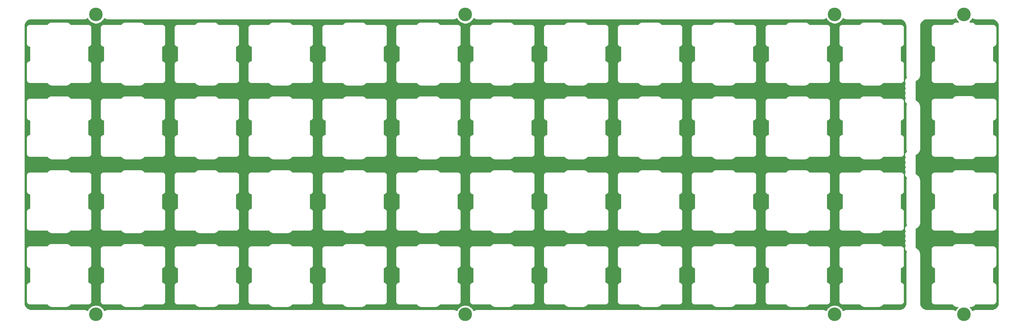
<source format=gbr>
G04 #@! TF.GenerationSoftware,KiCad,Pcbnew,(5.1.10-1-10_14)*
G04 #@! TF.CreationDate,2021-08-16T22:35:20-05:00*
G04 #@! TF.ProjectId,ori_top_plate,6f72695f-746f-4705-9f70-6c6174652e6b,rev?*
G04 #@! TF.SameCoordinates,Original*
G04 #@! TF.FileFunction,Copper,L1,Top*
G04 #@! TF.FilePolarity,Positive*
%FSLAX46Y46*%
G04 Gerber Fmt 4.6, Leading zero omitted, Abs format (unit mm)*
G04 Created by KiCad (PCBNEW (5.1.10-1-10_14)) date 2021-08-16 22:35:20*
%MOMM*%
%LPD*%
G01*
G04 APERTURE LIST*
G04 #@! TA.AperFunction,ComponentPad*
%ADD10C,3.500000*%
G04 #@! TD*
G04 #@! TA.AperFunction,ViaPad*
%ADD11C,0.500000*%
G04 #@! TD*
G04 #@! TA.AperFunction,Conductor*
%ADD12C,0.254000*%
G04 #@! TD*
G04 #@! TA.AperFunction,Conductor*
%ADD13C,0.100000*%
G04 #@! TD*
G04 APERTURE END LIST*
D10*
X165523314Y-39873575D03*
X165523314Y-117264265D03*
X260773394Y-39873575D03*
X260773394Y-117264265D03*
X356023474Y-39873575D03*
X356023474Y-117264265D03*
X389361002Y-39873575D03*
X389361002Y-117264265D03*
D11*
X373287551Y-59518904D03*
X385194165Y-59518840D03*
D12*
X358221859Y-40919636D02*
X358275446Y-40955238D01*
X358328555Y-40991603D01*
X358337275Y-40996318D01*
X358439861Y-41050863D01*
X358499324Y-41075371D01*
X358558501Y-41100735D01*
X358567971Y-41103666D01*
X358679197Y-41137247D01*
X358742291Y-41149740D01*
X358805264Y-41163125D01*
X358815123Y-41164161D01*
X358930753Y-41175499D01*
X358930755Y-41175499D01*
X358965169Y-41178888D01*
X372657826Y-41178760D01*
X373016501Y-41213928D01*
X373328121Y-41308012D01*
X373615528Y-41460828D01*
X373867775Y-41666557D01*
X374075264Y-41917367D01*
X374230084Y-42203701D01*
X374326340Y-42514654D01*
X374363810Y-42871153D01*
X374363811Y-55386480D01*
X374367314Y-55422048D01*
X374367314Y-55437511D01*
X374368351Y-55447370D01*
X374394253Y-55678292D01*
X374407625Y-55741204D01*
X374420131Y-55804363D01*
X374423063Y-55813832D01*
X374493325Y-56035325D01*
X374518666Y-56094449D01*
X374529513Y-56120767D01*
X374388676Y-56214871D01*
X374244513Y-56359034D01*
X374131245Y-56528552D01*
X374053224Y-56716910D01*
X374013450Y-56916869D01*
X374013450Y-57120747D01*
X374053224Y-57320706D01*
X374131245Y-57509064D01*
X374221278Y-57643808D01*
X374131245Y-57778552D01*
X374053224Y-57966910D01*
X374013450Y-58166869D01*
X374013450Y-58370747D01*
X374053224Y-58570706D01*
X374131245Y-58759064D01*
X374221278Y-58893808D01*
X374131245Y-59028552D01*
X374053224Y-59216910D01*
X374013450Y-59416869D01*
X374013450Y-59620747D01*
X374053224Y-59820706D01*
X374131245Y-60009064D01*
X374221278Y-60143808D01*
X374131245Y-60278552D01*
X374053224Y-60466910D01*
X374013450Y-60666869D01*
X374013450Y-60870747D01*
X374053224Y-61070706D01*
X374131245Y-61259064D01*
X374221278Y-61393808D01*
X374131245Y-61528552D01*
X374053224Y-61716910D01*
X374013450Y-61916869D01*
X374013450Y-62120747D01*
X374053224Y-62320706D01*
X374131245Y-62509064D01*
X374244513Y-62678582D01*
X374388676Y-62822745D01*
X374529187Y-62916631D01*
X374511910Y-62958548D01*
X374486559Y-63017697D01*
X374483628Y-63027167D01*
X374416465Y-63249620D01*
X374403976Y-63312695D01*
X374390585Y-63375692D01*
X374389549Y-63385551D01*
X374366874Y-63616812D01*
X374366874Y-63616820D01*
X374363485Y-63651240D01*
X374363812Y-74436613D01*
X374367314Y-74472160D01*
X374367314Y-74487623D01*
X374368351Y-74497482D01*
X374394253Y-74728404D01*
X374407625Y-74791316D01*
X374420131Y-74854475D01*
X374423063Y-74863944D01*
X374493325Y-75085437D01*
X374518666Y-75144561D01*
X374533605Y-75180805D01*
X374388676Y-75277643D01*
X374244513Y-75421806D01*
X374131245Y-75591324D01*
X374053224Y-75779682D01*
X374013450Y-75979641D01*
X374013450Y-76183519D01*
X374053224Y-76383478D01*
X374131245Y-76571836D01*
X374221278Y-76706580D01*
X374131245Y-76841324D01*
X374053224Y-77029682D01*
X374013450Y-77229641D01*
X374013450Y-77433519D01*
X374053224Y-77633478D01*
X374131245Y-77821836D01*
X374221278Y-77956580D01*
X374131245Y-78091324D01*
X374053224Y-78279682D01*
X374013450Y-78479641D01*
X374013450Y-78683519D01*
X374053224Y-78883478D01*
X374131245Y-79071836D01*
X374221278Y-79206580D01*
X374131245Y-79341324D01*
X374053224Y-79529682D01*
X374013450Y-79729641D01*
X374013450Y-79933519D01*
X374053224Y-80133478D01*
X374131245Y-80321836D01*
X374221278Y-80456580D01*
X374131245Y-80591324D01*
X374053224Y-80779682D01*
X374013450Y-80979641D01*
X374013450Y-81183519D01*
X374053224Y-81383478D01*
X374131245Y-81571836D01*
X374244513Y-81741354D01*
X374388676Y-81885517D01*
X374525324Y-81976822D01*
X374512234Y-82008578D01*
X374486883Y-82067727D01*
X374483952Y-82077197D01*
X374416789Y-82299650D01*
X374404300Y-82362725D01*
X374390909Y-82425722D01*
X374389873Y-82435581D01*
X374367198Y-82666842D01*
X374367198Y-82666858D01*
X374363812Y-82701227D01*
X374363489Y-93486600D01*
X374367314Y-93525449D01*
X374367314Y-93537735D01*
X374368351Y-93547594D01*
X374394253Y-93778516D01*
X374407625Y-93841428D01*
X374420131Y-93904587D01*
X374423063Y-93914056D01*
X374493325Y-94135549D01*
X374518666Y-94194673D01*
X374533605Y-94230917D01*
X374388676Y-94327755D01*
X374244513Y-94471918D01*
X374131245Y-94641436D01*
X374053224Y-94829794D01*
X374013450Y-95029753D01*
X374013450Y-95233631D01*
X374053224Y-95433590D01*
X374131245Y-95621948D01*
X374221278Y-95756692D01*
X374131245Y-95891436D01*
X374053224Y-96079794D01*
X374013450Y-96279753D01*
X374013450Y-96483631D01*
X374053224Y-96683590D01*
X374131245Y-96871948D01*
X374221278Y-97006692D01*
X374131245Y-97141436D01*
X374053224Y-97329794D01*
X374013450Y-97529753D01*
X374013450Y-97733631D01*
X374053224Y-97933590D01*
X374131245Y-98121948D01*
X374221278Y-98256692D01*
X374131245Y-98391436D01*
X374053224Y-98579794D01*
X374013450Y-98779753D01*
X374013450Y-98983631D01*
X374053224Y-99183590D01*
X374131245Y-99371948D01*
X374221278Y-99506692D01*
X374131245Y-99641436D01*
X374053224Y-99829794D01*
X374013450Y-100029753D01*
X374013450Y-100233631D01*
X374053224Y-100433590D01*
X374131245Y-100621948D01*
X374244513Y-100791466D01*
X374388676Y-100935629D01*
X374525324Y-101026934D01*
X374512234Y-101058690D01*
X374486883Y-101117839D01*
X374483952Y-101127309D01*
X374416789Y-101349762D01*
X374404300Y-101412837D01*
X374390909Y-101475834D01*
X374389873Y-101485693D01*
X374367198Y-101716954D01*
X374367198Y-101716961D01*
X374363810Y-101751361D01*
X374363811Y-114253089D01*
X374328642Y-114611772D01*
X374234558Y-114923390D01*
X374081740Y-115210799D01*
X373876013Y-115463045D01*
X373625203Y-115670534D01*
X373338869Y-115825354D01*
X373027916Y-115921610D01*
X372671412Y-115959080D01*
X358965169Y-115958952D01*
X358935093Y-115961914D01*
X358931537Y-115961889D01*
X358921671Y-115962856D01*
X358864332Y-115968882D01*
X358860862Y-115969224D01*
X358860746Y-115969259D01*
X358806123Y-115975000D01*
X358743093Y-115987938D01*
X358679871Y-115999998D01*
X358670391Y-116002861D01*
X358670386Y-116002862D01*
X358670384Y-116002863D01*
X358670381Y-116002864D01*
X358559392Y-116037221D01*
X358500111Y-116062140D01*
X358440408Y-116086262D01*
X358431655Y-116090916D01*
X358329453Y-116146176D01*
X358276110Y-116182157D01*
X358222255Y-116217398D01*
X358214573Y-116223663D01*
X358184316Y-116248694D01*
X358137034Y-116134544D01*
X357876024Y-115743916D01*
X357543823Y-115411715D01*
X357153195Y-115150705D01*
X356719153Y-114970919D01*
X356258376Y-114879265D01*
X355788572Y-114879265D01*
X355327795Y-114970919D01*
X354893753Y-115150705D01*
X354503125Y-115411715D01*
X354170924Y-115743916D01*
X353909914Y-116134544D01*
X353862592Y-116248790D01*
X353825089Y-116218204D01*
X353771536Y-116182624D01*
X353718394Y-116146237D01*
X353709673Y-116141522D01*
X353607088Y-116086977D01*
X353547611Y-116062463D01*
X353488447Y-116037105D01*
X353478977Y-116034174D01*
X353367751Y-116000593D01*
X353304658Y-115988101D01*
X353241685Y-115974715D01*
X353231826Y-115973679D01*
X353116476Y-115962369D01*
X353081786Y-115958952D01*
X263715082Y-115958952D01*
X263685009Y-115961914D01*
X263681457Y-115961889D01*
X263671591Y-115962856D01*
X263614210Y-115968887D01*
X263610775Y-115969225D01*
X263610660Y-115969260D01*
X263556043Y-115975000D01*
X263493013Y-115987938D01*
X263429791Y-115999998D01*
X263420311Y-116002861D01*
X263420306Y-116002862D01*
X263420304Y-116002863D01*
X263420301Y-116002864D01*
X263309312Y-116037221D01*
X263250031Y-116062140D01*
X263190328Y-116086262D01*
X263181575Y-116090916D01*
X263079373Y-116146176D01*
X263026030Y-116182157D01*
X262972175Y-116217398D01*
X262964493Y-116223663D01*
X262934236Y-116248694D01*
X262886954Y-116134544D01*
X262625944Y-115743916D01*
X262293743Y-115411715D01*
X261903115Y-115150705D01*
X261469073Y-114970919D01*
X261008296Y-114879265D01*
X260538492Y-114879265D01*
X260077715Y-114970919D01*
X259643673Y-115150705D01*
X259253045Y-115411715D01*
X258920844Y-115743916D01*
X258659834Y-116134544D01*
X258612512Y-116248790D01*
X258575009Y-116218204D01*
X258521456Y-116182624D01*
X258468314Y-116146237D01*
X258459593Y-116141522D01*
X258357008Y-116086977D01*
X258297531Y-116062463D01*
X258238367Y-116037105D01*
X258228897Y-116034174D01*
X258117671Y-116000593D01*
X258054578Y-115988101D01*
X257991605Y-115974715D01*
X257981746Y-115973679D01*
X257866396Y-115962369D01*
X257831706Y-115958952D01*
X168465002Y-115958952D01*
X168434929Y-115961914D01*
X168431377Y-115961889D01*
X168421511Y-115962856D01*
X168364130Y-115968887D01*
X168360695Y-115969225D01*
X168360580Y-115969260D01*
X168305963Y-115975000D01*
X168242933Y-115987938D01*
X168179711Y-115999998D01*
X168170231Y-116002861D01*
X168170226Y-116002862D01*
X168170224Y-116002863D01*
X168170221Y-116002864D01*
X168059232Y-116037221D01*
X167999951Y-116062140D01*
X167940248Y-116086262D01*
X167931495Y-116090916D01*
X167829293Y-116146176D01*
X167775950Y-116182157D01*
X167722095Y-116217398D01*
X167714413Y-116223663D01*
X167684156Y-116248694D01*
X167636874Y-116134544D01*
X167375864Y-115743916D01*
X167043663Y-115411715D01*
X166653035Y-115150705D01*
X166218993Y-114970919D01*
X165758216Y-114879265D01*
X165288412Y-114879265D01*
X164827635Y-114970919D01*
X164393593Y-115150705D01*
X164002965Y-115411715D01*
X163670764Y-115743916D01*
X163409754Y-116134544D01*
X163362432Y-116248790D01*
X163324929Y-116218204D01*
X163271376Y-116182624D01*
X163218234Y-116146237D01*
X163209513Y-116141522D01*
X163106928Y-116086977D01*
X163047451Y-116062463D01*
X162988287Y-116037105D01*
X162978817Y-116034174D01*
X162867591Y-116000593D01*
X162804498Y-115988101D01*
X162741525Y-115974715D01*
X162731666Y-115973679D01*
X162616035Y-115962341D01*
X162616033Y-115962341D01*
X162581619Y-115958952D01*
X148888834Y-115959080D01*
X148530158Y-115923912D01*
X148218540Y-115829828D01*
X147931131Y-115677010D01*
X147678885Y-115471283D01*
X147471396Y-115220473D01*
X147316576Y-114934139D01*
X147220320Y-114623186D01*
X147182850Y-114266687D01*
X147182850Y-104489700D01*
X147522729Y-104489700D01*
X147539894Y-104663974D01*
X147590727Y-104831551D01*
X147673277Y-104985991D01*
X147784371Y-105121359D01*
X147919739Y-105232453D01*
X148074179Y-105315003D01*
X148241756Y-105365836D01*
X148352530Y-105376747D01*
X148352531Y-108936653D01*
X148241756Y-108947564D01*
X148074179Y-108998397D01*
X147919739Y-109080947D01*
X147784371Y-109192041D01*
X147673277Y-109327409D01*
X147590727Y-109481849D01*
X147539894Y-109649426D01*
X147522729Y-109823700D01*
X147527030Y-109867367D01*
X147527031Y-113931367D01*
X147539895Y-114061974D01*
X147590728Y-114229551D01*
X147673278Y-114383991D01*
X147784372Y-114519359D01*
X147919740Y-114630453D01*
X148074180Y-114713003D01*
X148241757Y-114763836D01*
X148416030Y-114781001D01*
X148459697Y-114776700D01*
X152966908Y-114776700D01*
X153006455Y-114850688D01*
X153165160Y-115044070D01*
X153358542Y-115202775D01*
X153579171Y-115320703D01*
X153818567Y-115393323D01*
X154005150Y-115411700D01*
X157939910Y-115411700D01*
X158126493Y-115393323D01*
X158365889Y-115320703D01*
X158586518Y-115202775D01*
X158779900Y-115044070D01*
X158938605Y-114850688D01*
X158978152Y-114776700D01*
X163485363Y-114776700D01*
X163529030Y-114781001D01*
X163703304Y-114763836D01*
X163870881Y-114713003D01*
X164025321Y-114630453D01*
X164160689Y-114519359D01*
X164271783Y-114383991D01*
X164354333Y-114229551D01*
X164405166Y-114061974D01*
X164418030Y-113931367D01*
X164418030Y-109867367D01*
X164422331Y-109823700D01*
X164405166Y-109649426D01*
X164354333Y-109481849D01*
X164271783Y-109327409D01*
X164160689Y-109192041D01*
X164025321Y-109080947D01*
X163870881Y-108998397D01*
X163703304Y-108947564D01*
X163592530Y-108936653D01*
X163592530Y-105376747D01*
X163669800Y-105369136D01*
X163703304Y-105365836D01*
X163870881Y-105315003D01*
X164025321Y-105232453D01*
X164160689Y-105121359D01*
X164271783Y-104985991D01*
X164354333Y-104831551D01*
X164405166Y-104663974D01*
X164418030Y-104533367D01*
X164422331Y-104489700D01*
X166572809Y-104489700D01*
X166589974Y-104663974D01*
X166640807Y-104831551D01*
X166723357Y-104985991D01*
X166834451Y-105121359D01*
X166969819Y-105232453D01*
X167124259Y-105315003D01*
X167291836Y-105365836D01*
X167402610Y-105376747D01*
X167402611Y-108936653D01*
X167291836Y-108947564D01*
X167124259Y-108998397D01*
X166969819Y-109080947D01*
X166834451Y-109192041D01*
X166723357Y-109327409D01*
X166640807Y-109481849D01*
X166589974Y-109649426D01*
X166572809Y-109823700D01*
X166577110Y-109867367D01*
X166577111Y-113931367D01*
X166589975Y-114061974D01*
X166640808Y-114229551D01*
X166723358Y-114383991D01*
X166834452Y-114519359D01*
X166969820Y-114630453D01*
X167124260Y-114713003D01*
X167291837Y-114763836D01*
X167466110Y-114781001D01*
X167509777Y-114776700D01*
X172016988Y-114776700D01*
X172056535Y-114850688D01*
X172215240Y-115044070D01*
X172408622Y-115202775D01*
X172629251Y-115320703D01*
X172868647Y-115393323D01*
X173055230Y-115411700D01*
X176989990Y-115411700D01*
X177176573Y-115393323D01*
X177415969Y-115320703D01*
X177636598Y-115202775D01*
X177829980Y-115044070D01*
X177988685Y-114850688D01*
X178028232Y-114776700D01*
X182535443Y-114776700D01*
X182579110Y-114781001D01*
X182753384Y-114763836D01*
X182920961Y-114713003D01*
X183075401Y-114630453D01*
X183210769Y-114519359D01*
X183321863Y-114383991D01*
X183404413Y-114229551D01*
X183455246Y-114061974D01*
X183468110Y-113931367D01*
X183468110Y-109867367D01*
X183472411Y-109823700D01*
X183455246Y-109649426D01*
X183404413Y-109481849D01*
X183321863Y-109327409D01*
X183210769Y-109192041D01*
X183075401Y-109080947D01*
X182920961Y-108998397D01*
X182753384Y-108947564D01*
X182642610Y-108936653D01*
X182642610Y-105376747D01*
X182719880Y-105369136D01*
X182753384Y-105365836D01*
X182920961Y-105315003D01*
X183075401Y-105232453D01*
X183210769Y-105121359D01*
X183321863Y-104985991D01*
X183404413Y-104831551D01*
X183455246Y-104663974D01*
X183468110Y-104533367D01*
X183472411Y-104489700D01*
X185622889Y-104489700D01*
X185640054Y-104663974D01*
X185690887Y-104831551D01*
X185773437Y-104985991D01*
X185884531Y-105121359D01*
X186019899Y-105232453D01*
X186174339Y-105315003D01*
X186341916Y-105365836D01*
X186452690Y-105376747D01*
X186452691Y-108936653D01*
X186341916Y-108947564D01*
X186174339Y-108998397D01*
X186019899Y-109080947D01*
X185884531Y-109192041D01*
X185773437Y-109327409D01*
X185690887Y-109481849D01*
X185640054Y-109649426D01*
X185622889Y-109823700D01*
X185627190Y-109867367D01*
X185627191Y-113931367D01*
X185640055Y-114061974D01*
X185690888Y-114229551D01*
X185773438Y-114383991D01*
X185884532Y-114519359D01*
X186019900Y-114630453D01*
X186174340Y-114713003D01*
X186341917Y-114763836D01*
X186516190Y-114781001D01*
X186559857Y-114776700D01*
X191067068Y-114776700D01*
X191106615Y-114850688D01*
X191265320Y-115044070D01*
X191458702Y-115202775D01*
X191679331Y-115320703D01*
X191918727Y-115393323D01*
X192105310Y-115411700D01*
X196040070Y-115411700D01*
X196226653Y-115393323D01*
X196466049Y-115320703D01*
X196686678Y-115202775D01*
X196880060Y-115044070D01*
X197038765Y-114850688D01*
X197078312Y-114776700D01*
X201585523Y-114776700D01*
X201629190Y-114781001D01*
X201803464Y-114763836D01*
X201971041Y-114713003D01*
X202125481Y-114630453D01*
X202260849Y-114519359D01*
X202371943Y-114383991D01*
X202454493Y-114229551D01*
X202505326Y-114061974D01*
X202518190Y-113931367D01*
X202518190Y-109867367D01*
X202522491Y-109823700D01*
X202505326Y-109649426D01*
X202454493Y-109481849D01*
X202371943Y-109327409D01*
X202260849Y-109192041D01*
X202125481Y-109080947D01*
X201971041Y-108998397D01*
X201803464Y-108947564D01*
X201692690Y-108936653D01*
X201692690Y-105376747D01*
X201769960Y-105369136D01*
X201803464Y-105365836D01*
X201971041Y-105315003D01*
X202125481Y-105232453D01*
X202260849Y-105121359D01*
X202371943Y-104985991D01*
X202454493Y-104831551D01*
X202505326Y-104663974D01*
X202518190Y-104533367D01*
X202522491Y-104489700D01*
X204672969Y-104489700D01*
X204690134Y-104663974D01*
X204740967Y-104831551D01*
X204823517Y-104985991D01*
X204934611Y-105121359D01*
X205069979Y-105232453D01*
X205224419Y-105315003D01*
X205391996Y-105365836D01*
X205502770Y-105376747D01*
X205502771Y-108936653D01*
X205391996Y-108947564D01*
X205224419Y-108998397D01*
X205069979Y-109080947D01*
X204934611Y-109192041D01*
X204823517Y-109327409D01*
X204740967Y-109481849D01*
X204690134Y-109649426D01*
X204672969Y-109823700D01*
X204677270Y-109867367D01*
X204677271Y-113931367D01*
X204690135Y-114061974D01*
X204740968Y-114229551D01*
X204823518Y-114383991D01*
X204934612Y-114519359D01*
X205069980Y-114630453D01*
X205224420Y-114713003D01*
X205391997Y-114763836D01*
X205566270Y-114781001D01*
X205609937Y-114776700D01*
X210117148Y-114776700D01*
X210156695Y-114850688D01*
X210315400Y-115044070D01*
X210508782Y-115202775D01*
X210729411Y-115320703D01*
X210968807Y-115393323D01*
X211155390Y-115411700D01*
X215090150Y-115411700D01*
X215276733Y-115393323D01*
X215516129Y-115320703D01*
X215736758Y-115202775D01*
X215930140Y-115044070D01*
X216088845Y-114850688D01*
X216128392Y-114776700D01*
X220635603Y-114776700D01*
X220679270Y-114781001D01*
X220853544Y-114763836D01*
X221021121Y-114713003D01*
X221175561Y-114630453D01*
X221310929Y-114519359D01*
X221422023Y-114383991D01*
X221504573Y-114229551D01*
X221555406Y-114061974D01*
X221568270Y-113931367D01*
X221568270Y-109867367D01*
X221572571Y-109823700D01*
X221555406Y-109649426D01*
X221504573Y-109481849D01*
X221422023Y-109327409D01*
X221310929Y-109192041D01*
X221175561Y-109080947D01*
X221021121Y-108998397D01*
X220853544Y-108947564D01*
X220742770Y-108936653D01*
X220742770Y-105376747D01*
X220820040Y-105369136D01*
X220853544Y-105365836D01*
X221021121Y-105315003D01*
X221175561Y-105232453D01*
X221310929Y-105121359D01*
X221422023Y-104985991D01*
X221504573Y-104831551D01*
X221555406Y-104663974D01*
X221568270Y-104533367D01*
X221572571Y-104489700D01*
X223723049Y-104489700D01*
X223740214Y-104663974D01*
X223791047Y-104831551D01*
X223873597Y-104985991D01*
X223984691Y-105121359D01*
X224120059Y-105232453D01*
X224274499Y-105315003D01*
X224442076Y-105365836D01*
X224552850Y-105376747D01*
X224552851Y-108936653D01*
X224442076Y-108947564D01*
X224274499Y-108998397D01*
X224120059Y-109080947D01*
X223984691Y-109192041D01*
X223873597Y-109327409D01*
X223791047Y-109481849D01*
X223740214Y-109649426D01*
X223723049Y-109823700D01*
X223727350Y-109867367D01*
X223727351Y-113931367D01*
X223740215Y-114061974D01*
X223791048Y-114229551D01*
X223873598Y-114383991D01*
X223984692Y-114519359D01*
X224120060Y-114630453D01*
X224274500Y-114713003D01*
X224442077Y-114763836D01*
X224616350Y-114781001D01*
X224660017Y-114776700D01*
X229167228Y-114776700D01*
X229206775Y-114850688D01*
X229365480Y-115044070D01*
X229558862Y-115202775D01*
X229779491Y-115320703D01*
X230018887Y-115393323D01*
X230205470Y-115411700D01*
X234140230Y-115411700D01*
X234326813Y-115393323D01*
X234566209Y-115320703D01*
X234786838Y-115202775D01*
X234980220Y-115044070D01*
X235138925Y-114850688D01*
X235178472Y-114776700D01*
X239685683Y-114776700D01*
X239729350Y-114781001D01*
X239903624Y-114763836D01*
X240071201Y-114713003D01*
X240225641Y-114630453D01*
X240361009Y-114519359D01*
X240472103Y-114383991D01*
X240554653Y-114229551D01*
X240605486Y-114061974D01*
X240618350Y-113931367D01*
X240618350Y-109867367D01*
X240622651Y-109823700D01*
X240605486Y-109649426D01*
X240554653Y-109481849D01*
X240472103Y-109327409D01*
X240361009Y-109192041D01*
X240225641Y-109080947D01*
X240071201Y-108998397D01*
X239903624Y-108947564D01*
X239792850Y-108936653D01*
X239792850Y-105376747D01*
X239870120Y-105369136D01*
X239903624Y-105365836D01*
X240071201Y-105315003D01*
X240225641Y-105232453D01*
X240361009Y-105121359D01*
X240472103Y-104985991D01*
X240554653Y-104831551D01*
X240605486Y-104663974D01*
X240618350Y-104533367D01*
X240622651Y-104489700D01*
X242773129Y-104489700D01*
X242790294Y-104663974D01*
X242841127Y-104831551D01*
X242923677Y-104985991D01*
X243034771Y-105121359D01*
X243170139Y-105232453D01*
X243324579Y-105315003D01*
X243492156Y-105365836D01*
X243602930Y-105376747D01*
X243602931Y-108936653D01*
X243492156Y-108947564D01*
X243324579Y-108998397D01*
X243170139Y-109080947D01*
X243034771Y-109192041D01*
X242923677Y-109327409D01*
X242841127Y-109481849D01*
X242790294Y-109649426D01*
X242773129Y-109823700D01*
X242777430Y-109867367D01*
X242777431Y-113931367D01*
X242790295Y-114061974D01*
X242841128Y-114229551D01*
X242923678Y-114383991D01*
X243034772Y-114519359D01*
X243170140Y-114630453D01*
X243324580Y-114713003D01*
X243492157Y-114763836D01*
X243666430Y-114781001D01*
X243710097Y-114776700D01*
X248217308Y-114776700D01*
X248256855Y-114850688D01*
X248415560Y-115044070D01*
X248608942Y-115202775D01*
X248829571Y-115320703D01*
X249068967Y-115393323D01*
X249255550Y-115411700D01*
X253190310Y-115411700D01*
X253376893Y-115393323D01*
X253616289Y-115320703D01*
X253836918Y-115202775D01*
X254030300Y-115044070D01*
X254189005Y-114850688D01*
X254228552Y-114776700D01*
X258735763Y-114776700D01*
X258779430Y-114781001D01*
X258953704Y-114763836D01*
X259121281Y-114713003D01*
X259275721Y-114630453D01*
X259411089Y-114519359D01*
X259522183Y-114383991D01*
X259604733Y-114229551D01*
X259655566Y-114061974D01*
X259668430Y-113931367D01*
X259668430Y-109867367D01*
X259672731Y-109823700D01*
X259655566Y-109649426D01*
X259604733Y-109481849D01*
X259522183Y-109327409D01*
X259411089Y-109192041D01*
X259275721Y-109080947D01*
X259121281Y-108998397D01*
X258953704Y-108947564D01*
X258842930Y-108936653D01*
X258842930Y-105376747D01*
X258920200Y-105369136D01*
X258953704Y-105365836D01*
X259121281Y-105315003D01*
X259275721Y-105232453D01*
X259411089Y-105121359D01*
X259522183Y-104985991D01*
X259604733Y-104831551D01*
X259655566Y-104663974D01*
X259668430Y-104533367D01*
X259672731Y-104489700D01*
X261823209Y-104489700D01*
X261840374Y-104663974D01*
X261891207Y-104831551D01*
X261973757Y-104985991D01*
X262084851Y-105121359D01*
X262220219Y-105232453D01*
X262374659Y-105315003D01*
X262542236Y-105365836D01*
X262653010Y-105376747D01*
X262653011Y-108936653D01*
X262542236Y-108947564D01*
X262374659Y-108998397D01*
X262220219Y-109080947D01*
X262084851Y-109192041D01*
X261973757Y-109327409D01*
X261891207Y-109481849D01*
X261840374Y-109649426D01*
X261823209Y-109823700D01*
X261827510Y-109867367D01*
X261827511Y-113931367D01*
X261840375Y-114061974D01*
X261891208Y-114229551D01*
X261973758Y-114383991D01*
X262084852Y-114519359D01*
X262220220Y-114630453D01*
X262374660Y-114713003D01*
X262542237Y-114763836D01*
X262716510Y-114781001D01*
X262760177Y-114776700D01*
X267267388Y-114776700D01*
X267306935Y-114850688D01*
X267465640Y-115044070D01*
X267659022Y-115202775D01*
X267879651Y-115320703D01*
X268119047Y-115393323D01*
X268305630Y-115411700D01*
X272240390Y-115411700D01*
X272426973Y-115393323D01*
X272666369Y-115320703D01*
X272886998Y-115202775D01*
X273080380Y-115044070D01*
X273239085Y-114850688D01*
X273278632Y-114776700D01*
X277785843Y-114776700D01*
X277829510Y-114781001D01*
X278003784Y-114763836D01*
X278171361Y-114713003D01*
X278325801Y-114630453D01*
X278461169Y-114519359D01*
X278572263Y-114383991D01*
X278654813Y-114229551D01*
X278705646Y-114061974D01*
X278718510Y-113931367D01*
X278718510Y-109867367D01*
X278722811Y-109823700D01*
X278705646Y-109649426D01*
X278654813Y-109481849D01*
X278572263Y-109327409D01*
X278461169Y-109192041D01*
X278325801Y-109080947D01*
X278171361Y-108998397D01*
X278003784Y-108947564D01*
X277893010Y-108936653D01*
X277893010Y-105376747D01*
X277970280Y-105369136D01*
X278003784Y-105365836D01*
X278171361Y-105315003D01*
X278325801Y-105232453D01*
X278461169Y-105121359D01*
X278572263Y-104985991D01*
X278654813Y-104831551D01*
X278705646Y-104663974D01*
X278718510Y-104533367D01*
X278722811Y-104489700D01*
X280873289Y-104489700D01*
X280890454Y-104663974D01*
X280941287Y-104831551D01*
X281023837Y-104985991D01*
X281134931Y-105121359D01*
X281270299Y-105232453D01*
X281424739Y-105315003D01*
X281592316Y-105365836D01*
X281703090Y-105376747D01*
X281703091Y-108936653D01*
X281592316Y-108947564D01*
X281424739Y-108998397D01*
X281270299Y-109080947D01*
X281134931Y-109192041D01*
X281023837Y-109327409D01*
X280941287Y-109481849D01*
X280890454Y-109649426D01*
X280873289Y-109823700D01*
X280877590Y-109867367D01*
X280877591Y-113931367D01*
X280890455Y-114061974D01*
X280941288Y-114229551D01*
X281023838Y-114383991D01*
X281134932Y-114519359D01*
X281270300Y-114630453D01*
X281424740Y-114713003D01*
X281592317Y-114763836D01*
X281766590Y-114781001D01*
X281810257Y-114776700D01*
X286317468Y-114776700D01*
X286357015Y-114850688D01*
X286515720Y-115044070D01*
X286709102Y-115202775D01*
X286929731Y-115320703D01*
X287169127Y-115393323D01*
X287355710Y-115411700D01*
X291290470Y-115411700D01*
X291477053Y-115393323D01*
X291716449Y-115320703D01*
X291937078Y-115202775D01*
X292130460Y-115044070D01*
X292289165Y-114850688D01*
X292328712Y-114776700D01*
X296835923Y-114776700D01*
X296879590Y-114781001D01*
X297053864Y-114763836D01*
X297221441Y-114713003D01*
X297375881Y-114630453D01*
X297511249Y-114519359D01*
X297622343Y-114383991D01*
X297704893Y-114229551D01*
X297755726Y-114061974D01*
X297768590Y-113931367D01*
X297768590Y-109867367D01*
X297772891Y-109823700D01*
X297755726Y-109649426D01*
X297704893Y-109481849D01*
X297622343Y-109327409D01*
X297511249Y-109192041D01*
X297375881Y-109080947D01*
X297221441Y-108998397D01*
X297053864Y-108947564D01*
X296943090Y-108936653D01*
X296943090Y-105376747D01*
X297020360Y-105369136D01*
X297053864Y-105365836D01*
X297221441Y-105315003D01*
X297375881Y-105232453D01*
X297511249Y-105121359D01*
X297622343Y-104985991D01*
X297704893Y-104831551D01*
X297755726Y-104663974D01*
X297768590Y-104533367D01*
X297772891Y-104489700D01*
X299923369Y-104489700D01*
X299940534Y-104663974D01*
X299991367Y-104831551D01*
X300073917Y-104985991D01*
X300185011Y-105121359D01*
X300320379Y-105232453D01*
X300474819Y-105315003D01*
X300642396Y-105365836D01*
X300753170Y-105376747D01*
X300753171Y-108936653D01*
X300642396Y-108947564D01*
X300474819Y-108998397D01*
X300320379Y-109080947D01*
X300185011Y-109192041D01*
X300073917Y-109327409D01*
X299991367Y-109481849D01*
X299940534Y-109649426D01*
X299923369Y-109823700D01*
X299927670Y-109867367D01*
X299927671Y-113931367D01*
X299940535Y-114061974D01*
X299991368Y-114229551D01*
X300073918Y-114383991D01*
X300185012Y-114519359D01*
X300320380Y-114630453D01*
X300474820Y-114713003D01*
X300642397Y-114763836D01*
X300816670Y-114781001D01*
X300860337Y-114776700D01*
X305367548Y-114776700D01*
X305407095Y-114850688D01*
X305565800Y-115044070D01*
X305759182Y-115202775D01*
X305979811Y-115320703D01*
X306219207Y-115393323D01*
X306405790Y-115411700D01*
X310340550Y-115411700D01*
X310527133Y-115393323D01*
X310766529Y-115320703D01*
X310987158Y-115202775D01*
X311180540Y-115044070D01*
X311339245Y-114850688D01*
X311378792Y-114776700D01*
X315886003Y-114776700D01*
X315929670Y-114781001D01*
X316103944Y-114763836D01*
X316271521Y-114713003D01*
X316425961Y-114630453D01*
X316561329Y-114519359D01*
X316672423Y-114383991D01*
X316754973Y-114229551D01*
X316805806Y-114061974D01*
X316818670Y-113931367D01*
X316818670Y-109867367D01*
X316822971Y-109823700D01*
X316805806Y-109649426D01*
X316754973Y-109481849D01*
X316672423Y-109327409D01*
X316561329Y-109192041D01*
X316425961Y-109080947D01*
X316271521Y-108998397D01*
X316103944Y-108947564D01*
X315993170Y-108936653D01*
X315993170Y-105376747D01*
X316070440Y-105369136D01*
X316103944Y-105365836D01*
X316271521Y-105315003D01*
X316425961Y-105232453D01*
X316561329Y-105121359D01*
X316672423Y-104985991D01*
X316754973Y-104831551D01*
X316805806Y-104663974D01*
X316818670Y-104533367D01*
X316822971Y-104489700D01*
X318973449Y-104489700D01*
X318990614Y-104663974D01*
X319041447Y-104831551D01*
X319123997Y-104985991D01*
X319235091Y-105121359D01*
X319370459Y-105232453D01*
X319524899Y-105315003D01*
X319692476Y-105365836D01*
X319803250Y-105376747D01*
X319803251Y-108936653D01*
X319692476Y-108947564D01*
X319524899Y-108998397D01*
X319370459Y-109080947D01*
X319235091Y-109192041D01*
X319123997Y-109327409D01*
X319041447Y-109481849D01*
X318990614Y-109649426D01*
X318973449Y-109823700D01*
X318977750Y-109867367D01*
X318977751Y-113931367D01*
X318990615Y-114061974D01*
X319041448Y-114229551D01*
X319123998Y-114383991D01*
X319235092Y-114519359D01*
X319370460Y-114630453D01*
X319524900Y-114713003D01*
X319692477Y-114763836D01*
X319866750Y-114781001D01*
X319910417Y-114776700D01*
X324417628Y-114776700D01*
X324457175Y-114850688D01*
X324615880Y-115044070D01*
X324809262Y-115202775D01*
X325029891Y-115320703D01*
X325269287Y-115393323D01*
X325455870Y-115411700D01*
X329390630Y-115411700D01*
X329577213Y-115393323D01*
X329816609Y-115320703D01*
X330037238Y-115202775D01*
X330230620Y-115044070D01*
X330389325Y-114850688D01*
X330428872Y-114776700D01*
X334936083Y-114776700D01*
X334979750Y-114781001D01*
X335154024Y-114763836D01*
X335321601Y-114713003D01*
X335476041Y-114630453D01*
X335611409Y-114519359D01*
X335722503Y-114383991D01*
X335805053Y-114229551D01*
X335855886Y-114061974D01*
X335868750Y-113931367D01*
X335868750Y-109867367D01*
X335873051Y-109823700D01*
X335855886Y-109649426D01*
X335805053Y-109481849D01*
X335722503Y-109327409D01*
X335611409Y-109192041D01*
X335476041Y-109080947D01*
X335321601Y-108998397D01*
X335154024Y-108947564D01*
X335043250Y-108936653D01*
X335043250Y-105376747D01*
X335120520Y-105369136D01*
X335154024Y-105365836D01*
X335321601Y-105315003D01*
X335476041Y-105232453D01*
X335611409Y-105121359D01*
X335722503Y-104985991D01*
X335805053Y-104831551D01*
X335855886Y-104663974D01*
X335868750Y-104533367D01*
X335872725Y-104493000D01*
X338023529Y-104493000D01*
X338040694Y-104667274D01*
X338091527Y-104834851D01*
X338174077Y-104989291D01*
X338285171Y-105124659D01*
X338420539Y-105235753D01*
X338574979Y-105318303D01*
X338742556Y-105369136D01*
X338853330Y-105380047D01*
X338853331Y-108939953D01*
X338742556Y-108950864D01*
X338574979Y-109001697D01*
X338420539Y-109084247D01*
X338285171Y-109195341D01*
X338174077Y-109330709D01*
X338091527Y-109485149D01*
X338040694Y-109652726D01*
X338023529Y-109827000D01*
X338027830Y-109870667D01*
X338027831Y-113934667D01*
X338040695Y-114065274D01*
X338091528Y-114232851D01*
X338174078Y-114387291D01*
X338285172Y-114522659D01*
X338420540Y-114633753D01*
X338574980Y-114716303D01*
X338742557Y-114767136D01*
X338916830Y-114784301D01*
X338960497Y-114780000D01*
X343467708Y-114780000D01*
X343507255Y-114853988D01*
X343665960Y-115047370D01*
X343859342Y-115206075D01*
X344079971Y-115324003D01*
X344319367Y-115396623D01*
X344505950Y-115415000D01*
X348440710Y-115415000D01*
X348627293Y-115396623D01*
X348866689Y-115324003D01*
X349087318Y-115206075D01*
X349280700Y-115047370D01*
X349439405Y-114853988D01*
X349478952Y-114780000D01*
X353986163Y-114780000D01*
X354029830Y-114784301D01*
X354204104Y-114767136D01*
X354371681Y-114716303D01*
X354526121Y-114633753D01*
X354661489Y-114522659D01*
X354772583Y-114387291D01*
X354855133Y-114232851D01*
X354905966Y-114065274D01*
X354918830Y-113934667D01*
X354918830Y-109870667D01*
X354923131Y-109827000D01*
X354905966Y-109652726D01*
X354855133Y-109485149D01*
X354772583Y-109330709D01*
X354661489Y-109195341D01*
X354526121Y-109084247D01*
X354371681Y-109001697D01*
X354204104Y-108950864D01*
X354093330Y-108939953D01*
X354093330Y-105380047D01*
X354204104Y-105369136D01*
X354371681Y-105318303D01*
X354526121Y-105235753D01*
X354661489Y-105124659D01*
X354772583Y-104989291D01*
X354855133Y-104834851D01*
X354905966Y-104667274D01*
X354923131Y-104493000D01*
X354922806Y-104489700D01*
X357073609Y-104489700D01*
X357090774Y-104663974D01*
X357141607Y-104831551D01*
X357224157Y-104985991D01*
X357335251Y-105121359D01*
X357470619Y-105232453D01*
X357625059Y-105315003D01*
X357792636Y-105365836D01*
X357903410Y-105376747D01*
X357903411Y-108936653D01*
X357792636Y-108947564D01*
X357625059Y-108998397D01*
X357470619Y-109080947D01*
X357335251Y-109192041D01*
X357224157Y-109327409D01*
X357141607Y-109481849D01*
X357090774Y-109649426D01*
X357073609Y-109823700D01*
X357077910Y-109867367D01*
X357077911Y-113931367D01*
X357090775Y-114061974D01*
X357141608Y-114229551D01*
X357224158Y-114383991D01*
X357335252Y-114519359D01*
X357470620Y-114630453D01*
X357625060Y-114713003D01*
X357792637Y-114763836D01*
X357966910Y-114781001D01*
X358010577Y-114776700D01*
X362517788Y-114776700D01*
X362557335Y-114850688D01*
X362716040Y-115044070D01*
X362909422Y-115202775D01*
X363130051Y-115320703D01*
X363369447Y-115393323D01*
X363556030Y-115411700D01*
X367490790Y-115411700D01*
X367677373Y-115393323D01*
X367916769Y-115320703D01*
X368137398Y-115202775D01*
X368330780Y-115044070D01*
X368489485Y-114850688D01*
X368529032Y-114776700D01*
X373036243Y-114776700D01*
X373079910Y-114781001D01*
X373254184Y-114763836D01*
X373421761Y-114713003D01*
X373576201Y-114630453D01*
X373711569Y-114519359D01*
X373822663Y-114383991D01*
X373905213Y-114229551D01*
X373956046Y-114061974D01*
X373968910Y-113931367D01*
X373968910Y-109867367D01*
X373973211Y-109823700D01*
X373956046Y-109649426D01*
X373905213Y-109481849D01*
X373822663Y-109327409D01*
X373711569Y-109192041D01*
X373576201Y-109080947D01*
X373421761Y-108998397D01*
X373254184Y-108947564D01*
X373143410Y-108936653D01*
X373143410Y-105376747D01*
X373220680Y-105369136D01*
X373254184Y-105365836D01*
X373421761Y-105315003D01*
X373576201Y-105232453D01*
X373711569Y-105121359D01*
X373822663Y-104985991D01*
X373905213Y-104831551D01*
X373956046Y-104663974D01*
X373968910Y-104533367D01*
X373973211Y-104489700D01*
X373968910Y-104446033D01*
X373968910Y-100382033D01*
X373956046Y-100251426D01*
X373905213Y-100083849D01*
X373822663Y-99929409D01*
X373711569Y-99794041D01*
X373576200Y-99682947D01*
X373421760Y-99600397D01*
X373254183Y-99549564D01*
X373079910Y-99532399D01*
X373036243Y-99536700D01*
X368529032Y-99536700D01*
X368489485Y-99462712D01*
X368330780Y-99269330D01*
X368137398Y-99110625D01*
X367916769Y-98992697D01*
X367677373Y-98920077D01*
X367490790Y-98901700D01*
X363556030Y-98901700D01*
X363369447Y-98920077D01*
X363130051Y-98992697D01*
X362909422Y-99110625D01*
X362716040Y-99269330D01*
X362557335Y-99462712D01*
X362517788Y-99536700D01*
X358010577Y-99536700D01*
X357966910Y-99532399D01*
X357792636Y-99549564D01*
X357625059Y-99600397D01*
X357470619Y-99682947D01*
X357335251Y-99794041D01*
X357224157Y-99929410D01*
X357141607Y-100083850D01*
X357090774Y-100251427D01*
X357077910Y-100382034D01*
X357077911Y-104446023D01*
X357073609Y-104489700D01*
X354922806Y-104489700D01*
X354918830Y-104449333D01*
X354918830Y-100385333D01*
X354905966Y-100254726D01*
X354855133Y-100087149D01*
X354772583Y-99932709D01*
X354661489Y-99797341D01*
X354526120Y-99686247D01*
X354371680Y-99603697D01*
X354204103Y-99552864D01*
X354029830Y-99535699D01*
X353986163Y-99540000D01*
X349478952Y-99540000D01*
X349439405Y-99466012D01*
X349280700Y-99272630D01*
X349087318Y-99113925D01*
X348866689Y-98995997D01*
X348627293Y-98923377D01*
X348440710Y-98905000D01*
X344505950Y-98905000D01*
X344319367Y-98923377D01*
X344079971Y-98995997D01*
X343859342Y-99113925D01*
X343665960Y-99272630D01*
X343507255Y-99466012D01*
X343467708Y-99540000D01*
X338960497Y-99540000D01*
X338916830Y-99535699D01*
X338742556Y-99552864D01*
X338574979Y-99603697D01*
X338420539Y-99686247D01*
X338285171Y-99797341D01*
X338174077Y-99932710D01*
X338091527Y-100087150D01*
X338040694Y-100254727D01*
X338027830Y-100385334D01*
X338027831Y-104449323D01*
X338023529Y-104493000D01*
X335872725Y-104493000D01*
X335873051Y-104489700D01*
X335868750Y-104446033D01*
X335868750Y-100382033D01*
X335855886Y-100251426D01*
X335805053Y-100083849D01*
X335722503Y-99929409D01*
X335611409Y-99794041D01*
X335476040Y-99682947D01*
X335321600Y-99600397D01*
X335154023Y-99549564D01*
X334979750Y-99532399D01*
X334936083Y-99536700D01*
X330428872Y-99536700D01*
X330389325Y-99462712D01*
X330230620Y-99269330D01*
X330037238Y-99110625D01*
X329816609Y-98992697D01*
X329577213Y-98920077D01*
X329390630Y-98901700D01*
X325455870Y-98901700D01*
X325269287Y-98920077D01*
X325029891Y-98992697D01*
X324809262Y-99110625D01*
X324615880Y-99269330D01*
X324457175Y-99462712D01*
X324417628Y-99536700D01*
X319910417Y-99536700D01*
X319866750Y-99532399D01*
X319692476Y-99549564D01*
X319524899Y-99600397D01*
X319370459Y-99682947D01*
X319235091Y-99794041D01*
X319123997Y-99929410D01*
X319041447Y-100083850D01*
X318990614Y-100251427D01*
X318977750Y-100382034D01*
X318977751Y-104446023D01*
X318973449Y-104489700D01*
X316822971Y-104489700D01*
X316818670Y-104446033D01*
X316818670Y-100382033D01*
X316805806Y-100251426D01*
X316754973Y-100083849D01*
X316672423Y-99929409D01*
X316561329Y-99794041D01*
X316425960Y-99682947D01*
X316271520Y-99600397D01*
X316103943Y-99549564D01*
X315929670Y-99532399D01*
X315886003Y-99536700D01*
X311378792Y-99536700D01*
X311339245Y-99462712D01*
X311180540Y-99269330D01*
X310987158Y-99110625D01*
X310766529Y-98992697D01*
X310527133Y-98920077D01*
X310340550Y-98901700D01*
X306405790Y-98901700D01*
X306219207Y-98920077D01*
X305979811Y-98992697D01*
X305759182Y-99110625D01*
X305565800Y-99269330D01*
X305407095Y-99462712D01*
X305367548Y-99536700D01*
X300860337Y-99536700D01*
X300816670Y-99532399D01*
X300642396Y-99549564D01*
X300474819Y-99600397D01*
X300320379Y-99682947D01*
X300185011Y-99794041D01*
X300073917Y-99929410D01*
X299991367Y-100083850D01*
X299940534Y-100251427D01*
X299927670Y-100382034D01*
X299927671Y-104446023D01*
X299923369Y-104489700D01*
X297772891Y-104489700D01*
X297768590Y-104446033D01*
X297768590Y-100382033D01*
X297755726Y-100251426D01*
X297704893Y-100083849D01*
X297622343Y-99929409D01*
X297511249Y-99794041D01*
X297375880Y-99682947D01*
X297221440Y-99600397D01*
X297053863Y-99549564D01*
X296879590Y-99532399D01*
X296835923Y-99536700D01*
X292328712Y-99536700D01*
X292289165Y-99462712D01*
X292130460Y-99269330D01*
X291937078Y-99110625D01*
X291716449Y-98992697D01*
X291477053Y-98920077D01*
X291290470Y-98901700D01*
X287355710Y-98901700D01*
X287169127Y-98920077D01*
X286929731Y-98992697D01*
X286709102Y-99110625D01*
X286515720Y-99269330D01*
X286357015Y-99462712D01*
X286317468Y-99536700D01*
X281810257Y-99536700D01*
X281766590Y-99532399D01*
X281592316Y-99549564D01*
X281424739Y-99600397D01*
X281270299Y-99682947D01*
X281134931Y-99794041D01*
X281023837Y-99929410D01*
X280941287Y-100083850D01*
X280890454Y-100251427D01*
X280877590Y-100382034D01*
X280877591Y-104446023D01*
X280873289Y-104489700D01*
X278722811Y-104489700D01*
X278718510Y-104446033D01*
X278718510Y-100382033D01*
X278705646Y-100251426D01*
X278654813Y-100083849D01*
X278572263Y-99929409D01*
X278461169Y-99794041D01*
X278325800Y-99682947D01*
X278171360Y-99600397D01*
X278003783Y-99549564D01*
X277829510Y-99532399D01*
X277785843Y-99536700D01*
X273278632Y-99536700D01*
X273239085Y-99462712D01*
X273080380Y-99269330D01*
X272886998Y-99110625D01*
X272666369Y-98992697D01*
X272426973Y-98920077D01*
X272240390Y-98901700D01*
X268305630Y-98901700D01*
X268119047Y-98920077D01*
X267879651Y-98992697D01*
X267659022Y-99110625D01*
X267465640Y-99269330D01*
X267306935Y-99462712D01*
X267267388Y-99536700D01*
X262760177Y-99536700D01*
X262716510Y-99532399D01*
X262542236Y-99549564D01*
X262374659Y-99600397D01*
X262220219Y-99682947D01*
X262084851Y-99794041D01*
X261973757Y-99929410D01*
X261891207Y-100083850D01*
X261840374Y-100251427D01*
X261827510Y-100382034D01*
X261827511Y-104446023D01*
X261823209Y-104489700D01*
X259672731Y-104489700D01*
X259668430Y-104446033D01*
X259668430Y-100382033D01*
X259655566Y-100251426D01*
X259604733Y-100083849D01*
X259522183Y-99929409D01*
X259411089Y-99794041D01*
X259275720Y-99682947D01*
X259121280Y-99600397D01*
X258953703Y-99549564D01*
X258779430Y-99532399D01*
X258735763Y-99536700D01*
X254228552Y-99536700D01*
X254189005Y-99462712D01*
X254030300Y-99269330D01*
X253836918Y-99110625D01*
X253616289Y-98992697D01*
X253376893Y-98920077D01*
X253190310Y-98901700D01*
X249255550Y-98901700D01*
X249068967Y-98920077D01*
X248829571Y-98992697D01*
X248608942Y-99110625D01*
X248415560Y-99269330D01*
X248256855Y-99462712D01*
X248217308Y-99536700D01*
X243710097Y-99536700D01*
X243666430Y-99532399D01*
X243492156Y-99549564D01*
X243324579Y-99600397D01*
X243170139Y-99682947D01*
X243034771Y-99794041D01*
X242923677Y-99929410D01*
X242841127Y-100083850D01*
X242790294Y-100251427D01*
X242777430Y-100382034D01*
X242777431Y-104446023D01*
X242773129Y-104489700D01*
X240622651Y-104489700D01*
X240618350Y-104446033D01*
X240618350Y-100382033D01*
X240605486Y-100251426D01*
X240554653Y-100083849D01*
X240472103Y-99929409D01*
X240361009Y-99794041D01*
X240225640Y-99682947D01*
X240071200Y-99600397D01*
X239903623Y-99549564D01*
X239729350Y-99532399D01*
X239685683Y-99536700D01*
X235178472Y-99536700D01*
X235138925Y-99462712D01*
X234980220Y-99269330D01*
X234786838Y-99110625D01*
X234566209Y-98992697D01*
X234326813Y-98920077D01*
X234140230Y-98901700D01*
X230205470Y-98901700D01*
X230018887Y-98920077D01*
X229779491Y-98992697D01*
X229558862Y-99110625D01*
X229365480Y-99269330D01*
X229206775Y-99462712D01*
X229167228Y-99536700D01*
X224660017Y-99536700D01*
X224616350Y-99532399D01*
X224442076Y-99549564D01*
X224274499Y-99600397D01*
X224120059Y-99682947D01*
X223984691Y-99794041D01*
X223873597Y-99929410D01*
X223791047Y-100083850D01*
X223740214Y-100251427D01*
X223727350Y-100382034D01*
X223727351Y-104446023D01*
X223723049Y-104489700D01*
X221572571Y-104489700D01*
X221568270Y-104446033D01*
X221568270Y-100382033D01*
X221555406Y-100251426D01*
X221504573Y-100083849D01*
X221422023Y-99929409D01*
X221310929Y-99794041D01*
X221175560Y-99682947D01*
X221021120Y-99600397D01*
X220853543Y-99549564D01*
X220679270Y-99532399D01*
X220635603Y-99536700D01*
X216128392Y-99536700D01*
X216088845Y-99462712D01*
X215930140Y-99269330D01*
X215736758Y-99110625D01*
X215516129Y-98992697D01*
X215276733Y-98920077D01*
X215090150Y-98901700D01*
X211155390Y-98901700D01*
X210968807Y-98920077D01*
X210729411Y-98992697D01*
X210508782Y-99110625D01*
X210315400Y-99269330D01*
X210156695Y-99462712D01*
X210117148Y-99536700D01*
X205609937Y-99536700D01*
X205566270Y-99532399D01*
X205391996Y-99549564D01*
X205224419Y-99600397D01*
X205069979Y-99682947D01*
X204934611Y-99794041D01*
X204823517Y-99929410D01*
X204740967Y-100083850D01*
X204690134Y-100251427D01*
X204677270Y-100382034D01*
X204677271Y-104446023D01*
X204672969Y-104489700D01*
X202522491Y-104489700D01*
X202518190Y-104446033D01*
X202518190Y-100382033D01*
X202505326Y-100251426D01*
X202454493Y-100083849D01*
X202371943Y-99929409D01*
X202260849Y-99794041D01*
X202125480Y-99682947D01*
X201971040Y-99600397D01*
X201803463Y-99549564D01*
X201629190Y-99532399D01*
X201585523Y-99536700D01*
X197078312Y-99536700D01*
X197038765Y-99462712D01*
X196880060Y-99269330D01*
X196686678Y-99110625D01*
X196466049Y-98992697D01*
X196226653Y-98920077D01*
X196040070Y-98901700D01*
X192105310Y-98901700D01*
X191918727Y-98920077D01*
X191679331Y-98992697D01*
X191458702Y-99110625D01*
X191265320Y-99269330D01*
X191106615Y-99462712D01*
X191067068Y-99536700D01*
X186559857Y-99536700D01*
X186516190Y-99532399D01*
X186341916Y-99549564D01*
X186174339Y-99600397D01*
X186019899Y-99682947D01*
X185884531Y-99794041D01*
X185773437Y-99929410D01*
X185690887Y-100083850D01*
X185640054Y-100251427D01*
X185627190Y-100382034D01*
X185627191Y-104446023D01*
X185622889Y-104489700D01*
X183472411Y-104489700D01*
X183468110Y-104446033D01*
X183468110Y-100382033D01*
X183455246Y-100251426D01*
X183404413Y-100083849D01*
X183321863Y-99929409D01*
X183210769Y-99794041D01*
X183075400Y-99682947D01*
X182920960Y-99600397D01*
X182753383Y-99549564D01*
X182579110Y-99532399D01*
X182535443Y-99536700D01*
X178028232Y-99536700D01*
X177988685Y-99462712D01*
X177829980Y-99269330D01*
X177636598Y-99110625D01*
X177415969Y-98992697D01*
X177176573Y-98920077D01*
X176989990Y-98901700D01*
X173055230Y-98901700D01*
X172868647Y-98920077D01*
X172629251Y-98992697D01*
X172408622Y-99110625D01*
X172215240Y-99269330D01*
X172056535Y-99462712D01*
X172016988Y-99536700D01*
X167509777Y-99536700D01*
X167466110Y-99532399D01*
X167291836Y-99549564D01*
X167124259Y-99600397D01*
X166969819Y-99682947D01*
X166834451Y-99794041D01*
X166723357Y-99929410D01*
X166640807Y-100083850D01*
X166589974Y-100251427D01*
X166577110Y-100382034D01*
X166577111Y-104446023D01*
X166572809Y-104489700D01*
X164422331Y-104489700D01*
X164418030Y-104446033D01*
X164418030Y-100382033D01*
X164405166Y-100251426D01*
X164354333Y-100083849D01*
X164271783Y-99929409D01*
X164160689Y-99794041D01*
X164025320Y-99682947D01*
X163870880Y-99600397D01*
X163703303Y-99549564D01*
X163529030Y-99532399D01*
X163485363Y-99536700D01*
X158978152Y-99536700D01*
X158938605Y-99462712D01*
X158779900Y-99269330D01*
X158586518Y-99110625D01*
X158365889Y-98992697D01*
X158126493Y-98920077D01*
X157939910Y-98901700D01*
X154005150Y-98901700D01*
X153818567Y-98920077D01*
X153579171Y-98992697D01*
X153358542Y-99110625D01*
X153165160Y-99269330D01*
X153006455Y-99462712D01*
X152966908Y-99536700D01*
X148459697Y-99536700D01*
X148416030Y-99532399D01*
X148241756Y-99549564D01*
X148074179Y-99600397D01*
X147919739Y-99682947D01*
X147784371Y-99794041D01*
X147673277Y-99929410D01*
X147590727Y-100083850D01*
X147539894Y-100251427D01*
X147527030Y-100382034D01*
X147527031Y-104446023D01*
X147522729Y-104489700D01*
X147182850Y-104489700D01*
X147182850Y-85439620D01*
X147522729Y-85439620D01*
X147539894Y-85613894D01*
X147590727Y-85781471D01*
X147673277Y-85935911D01*
X147784371Y-86071279D01*
X147919739Y-86182373D01*
X148074179Y-86264923D01*
X148241756Y-86315756D01*
X148352530Y-86326667D01*
X148352531Y-89886573D01*
X148241756Y-89897484D01*
X148074179Y-89948317D01*
X147919739Y-90030867D01*
X147784371Y-90141961D01*
X147673277Y-90277329D01*
X147590727Y-90431769D01*
X147539894Y-90599346D01*
X147522729Y-90773620D01*
X147527030Y-90817287D01*
X147527031Y-94881287D01*
X147539895Y-95011894D01*
X147590728Y-95179471D01*
X147673278Y-95333911D01*
X147784372Y-95469279D01*
X147919740Y-95580373D01*
X148074180Y-95662923D01*
X148241757Y-95713756D01*
X148416030Y-95730921D01*
X148459697Y-95726620D01*
X152966908Y-95726620D01*
X153006455Y-95800608D01*
X153165160Y-95993990D01*
X153358542Y-96152695D01*
X153579171Y-96270623D01*
X153818567Y-96343243D01*
X154005150Y-96361620D01*
X157939910Y-96361620D01*
X158126493Y-96343243D01*
X158365889Y-96270623D01*
X158586518Y-96152695D01*
X158779900Y-95993990D01*
X158938605Y-95800608D01*
X158978152Y-95726620D01*
X163485363Y-95726620D01*
X163529030Y-95730921D01*
X163703304Y-95713756D01*
X163870881Y-95662923D01*
X164025321Y-95580373D01*
X164160689Y-95469279D01*
X164271783Y-95333911D01*
X164354333Y-95179471D01*
X164405166Y-95011894D01*
X164418030Y-94881287D01*
X164418030Y-90817287D01*
X164422331Y-90773620D01*
X164405166Y-90599346D01*
X164354333Y-90431769D01*
X164271783Y-90277329D01*
X164160689Y-90141961D01*
X164025321Y-90030867D01*
X163870881Y-89948317D01*
X163703304Y-89897484D01*
X163592530Y-89886573D01*
X163592530Y-86326667D01*
X163703304Y-86315756D01*
X163870881Y-86264923D01*
X164025321Y-86182373D01*
X164160689Y-86071279D01*
X164271783Y-85935911D01*
X164354333Y-85781471D01*
X164405166Y-85613894D01*
X164422331Y-85439620D01*
X166572809Y-85439620D01*
X166589974Y-85613894D01*
X166640807Y-85781471D01*
X166723357Y-85935911D01*
X166834451Y-86071279D01*
X166969819Y-86182373D01*
X167124259Y-86264923D01*
X167291836Y-86315756D01*
X167402610Y-86326667D01*
X167402611Y-89886573D01*
X167291836Y-89897484D01*
X167124259Y-89948317D01*
X166969819Y-90030867D01*
X166834451Y-90141961D01*
X166723357Y-90277329D01*
X166640807Y-90431769D01*
X166589974Y-90599346D01*
X166572809Y-90773620D01*
X166577110Y-90817287D01*
X166577111Y-94881287D01*
X166589975Y-95011894D01*
X166640808Y-95179471D01*
X166723358Y-95333911D01*
X166834452Y-95469279D01*
X166969820Y-95580373D01*
X167124260Y-95662923D01*
X167291837Y-95713756D01*
X167466110Y-95730921D01*
X167509777Y-95726620D01*
X172016988Y-95726620D01*
X172056535Y-95800608D01*
X172215240Y-95993990D01*
X172408622Y-96152695D01*
X172629251Y-96270623D01*
X172868647Y-96343243D01*
X173055230Y-96361620D01*
X176989990Y-96361620D01*
X177176573Y-96343243D01*
X177415969Y-96270623D01*
X177636598Y-96152695D01*
X177829980Y-95993990D01*
X177988685Y-95800608D01*
X178028232Y-95726620D01*
X182535443Y-95726620D01*
X182579110Y-95730921D01*
X182753384Y-95713756D01*
X182920961Y-95662923D01*
X183075401Y-95580373D01*
X183210769Y-95469279D01*
X183321863Y-95333911D01*
X183404413Y-95179471D01*
X183455246Y-95011894D01*
X183468110Y-94881287D01*
X183468110Y-90817287D01*
X183472411Y-90773620D01*
X183455246Y-90599346D01*
X183404413Y-90431769D01*
X183321863Y-90277329D01*
X183210769Y-90141961D01*
X183075401Y-90030867D01*
X182920961Y-89948317D01*
X182753384Y-89897484D01*
X182642610Y-89886573D01*
X182642610Y-86326667D01*
X182753384Y-86315756D01*
X182920961Y-86264923D01*
X183075401Y-86182373D01*
X183210769Y-86071279D01*
X183321863Y-85935911D01*
X183404413Y-85781471D01*
X183455246Y-85613894D01*
X183472411Y-85439620D01*
X185622889Y-85439620D01*
X185640054Y-85613894D01*
X185690887Y-85781471D01*
X185773437Y-85935911D01*
X185884531Y-86071279D01*
X186019899Y-86182373D01*
X186174339Y-86264923D01*
X186341916Y-86315756D01*
X186452690Y-86326667D01*
X186452691Y-89886573D01*
X186341916Y-89897484D01*
X186174339Y-89948317D01*
X186019899Y-90030867D01*
X185884531Y-90141961D01*
X185773437Y-90277329D01*
X185690887Y-90431769D01*
X185640054Y-90599346D01*
X185622889Y-90773620D01*
X185627190Y-90817287D01*
X185627191Y-94881287D01*
X185640055Y-95011894D01*
X185690888Y-95179471D01*
X185773438Y-95333911D01*
X185884532Y-95469279D01*
X186019900Y-95580373D01*
X186174340Y-95662923D01*
X186341917Y-95713756D01*
X186516190Y-95730921D01*
X186559857Y-95726620D01*
X191067068Y-95726620D01*
X191106615Y-95800608D01*
X191265320Y-95993990D01*
X191458702Y-96152695D01*
X191679331Y-96270623D01*
X191918727Y-96343243D01*
X192105310Y-96361620D01*
X196040070Y-96361620D01*
X196226653Y-96343243D01*
X196466049Y-96270623D01*
X196686678Y-96152695D01*
X196880060Y-95993990D01*
X197038765Y-95800608D01*
X197078312Y-95726620D01*
X201585523Y-95726620D01*
X201629190Y-95730921D01*
X201803464Y-95713756D01*
X201971041Y-95662923D01*
X202125481Y-95580373D01*
X202260849Y-95469279D01*
X202371943Y-95333911D01*
X202454493Y-95179471D01*
X202505326Y-95011894D01*
X202518190Y-94881287D01*
X202518190Y-90817287D01*
X202522491Y-90773620D01*
X202505326Y-90599346D01*
X202454493Y-90431769D01*
X202371943Y-90277329D01*
X202260849Y-90141961D01*
X202125481Y-90030867D01*
X201971041Y-89948317D01*
X201803464Y-89897484D01*
X201692690Y-89886573D01*
X201692690Y-86326667D01*
X201803464Y-86315756D01*
X201971041Y-86264923D01*
X202125481Y-86182373D01*
X202260849Y-86071279D01*
X202371943Y-85935911D01*
X202454493Y-85781471D01*
X202505326Y-85613894D01*
X202522491Y-85439620D01*
X204672969Y-85439620D01*
X204690134Y-85613894D01*
X204740967Y-85781471D01*
X204823517Y-85935911D01*
X204934611Y-86071279D01*
X205069979Y-86182373D01*
X205224419Y-86264923D01*
X205391996Y-86315756D01*
X205502770Y-86326667D01*
X205502771Y-89886573D01*
X205391996Y-89897484D01*
X205224419Y-89948317D01*
X205069979Y-90030867D01*
X204934611Y-90141961D01*
X204823517Y-90277329D01*
X204740967Y-90431769D01*
X204690134Y-90599346D01*
X204672969Y-90773620D01*
X204677270Y-90817287D01*
X204677271Y-94881287D01*
X204690135Y-95011894D01*
X204740968Y-95179471D01*
X204823518Y-95333911D01*
X204934612Y-95469279D01*
X205069980Y-95580373D01*
X205224420Y-95662923D01*
X205391997Y-95713756D01*
X205566270Y-95730921D01*
X205609937Y-95726620D01*
X210117148Y-95726620D01*
X210156695Y-95800608D01*
X210315400Y-95993990D01*
X210508782Y-96152695D01*
X210729411Y-96270623D01*
X210968807Y-96343243D01*
X211155390Y-96361620D01*
X215090150Y-96361620D01*
X215276733Y-96343243D01*
X215516129Y-96270623D01*
X215736758Y-96152695D01*
X215930140Y-95993990D01*
X216088845Y-95800608D01*
X216128392Y-95726620D01*
X220635603Y-95726620D01*
X220679270Y-95730921D01*
X220853544Y-95713756D01*
X221021121Y-95662923D01*
X221175561Y-95580373D01*
X221310929Y-95469279D01*
X221422023Y-95333911D01*
X221504573Y-95179471D01*
X221555406Y-95011894D01*
X221568270Y-94881287D01*
X221568270Y-90817287D01*
X221572571Y-90773620D01*
X221555406Y-90599346D01*
X221504573Y-90431769D01*
X221422023Y-90277329D01*
X221310929Y-90141961D01*
X221175561Y-90030867D01*
X221021121Y-89948317D01*
X220853544Y-89897484D01*
X220742770Y-89886573D01*
X220742770Y-86326667D01*
X220853544Y-86315756D01*
X221021121Y-86264923D01*
X221175561Y-86182373D01*
X221310929Y-86071279D01*
X221422023Y-85935911D01*
X221504573Y-85781471D01*
X221555406Y-85613894D01*
X221572571Y-85439620D01*
X223723049Y-85439620D01*
X223740214Y-85613894D01*
X223791047Y-85781471D01*
X223873597Y-85935911D01*
X223984691Y-86071279D01*
X224120059Y-86182373D01*
X224274499Y-86264923D01*
X224442076Y-86315756D01*
X224552850Y-86326667D01*
X224552851Y-89886573D01*
X224442076Y-89897484D01*
X224274499Y-89948317D01*
X224120059Y-90030867D01*
X223984691Y-90141961D01*
X223873597Y-90277329D01*
X223791047Y-90431769D01*
X223740214Y-90599346D01*
X223723049Y-90773620D01*
X223727350Y-90817287D01*
X223727351Y-94881287D01*
X223740215Y-95011894D01*
X223791048Y-95179471D01*
X223873598Y-95333911D01*
X223984692Y-95469279D01*
X224120060Y-95580373D01*
X224274500Y-95662923D01*
X224442077Y-95713756D01*
X224616350Y-95730921D01*
X224660017Y-95726620D01*
X229167228Y-95726620D01*
X229206775Y-95800608D01*
X229365480Y-95993990D01*
X229558862Y-96152695D01*
X229779491Y-96270623D01*
X230018887Y-96343243D01*
X230205470Y-96361620D01*
X234140230Y-96361620D01*
X234326813Y-96343243D01*
X234566209Y-96270623D01*
X234786838Y-96152695D01*
X234980220Y-95993990D01*
X235138925Y-95800608D01*
X235178472Y-95726620D01*
X239685683Y-95726620D01*
X239729350Y-95730921D01*
X239903624Y-95713756D01*
X240071201Y-95662923D01*
X240225641Y-95580373D01*
X240361009Y-95469279D01*
X240472103Y-95333911D01*
X240554653Y-95179471D01*
X240605486Y-95011894D01*
X240618350Y-94881287D01*
X240618350Y-90817287D01*
X240622651Y-90773620D01*
X240605486Y-90599346D01*
X240554653Y-90431769D01*
X240472103Y-90277329D01*
X240361009Y-90141961D01*
X240225641Y-90030867D01*
X240071201Y-89948317D01*
X239903624Y-89897484D01*
X239792850Y-89886573D01*
X239792850Y-86326667D01*
X239903624Y-86315756D01*
X240071201Y-86264923D01*
X240225641Y-86182373D01*
X240361009Y-86071279D01*
X240472103Y-85935911D01*
X240554653Y-85781471D01*
X240605486Y-85613894D01*
X240622651Y-85439620D01*
X242773129Y-85439620D01*
X242790294Y-85613894D01*
X242841127Y-85781471D01*
X242923677Y-85935911D01*
X243034771Y-86071279D01*
X243170139Y-86182373D01*
X243324579Y-86264923D01*
X243492156Y-86315756D01*
X243602930Y-86326667D01*
X243602931Y-89886573D01*
X243492156Y-89897484D01*
X243324579Y-89948317D01*
X243170139Y-90030867D01*
X243034771Y-90141961D01*
X242923677Y-90277329D01*
X242841127Y-90431769D01*
X242790294Y-90599346D01*
X242773129Y-90773620D01*
X242777430Y-90817287D01*
X242777431Y-94881287D01*
X242790295Y-95011894D01*
X242841128Y-95179471D01*
X242923678Y-95333911D01*
X243034772Y-95469279D01*
X243170140Y-95580373D01*
X243324580Y-95662923D01*
X243492157Y-95713756D01*
X243666430Y-95730921D01*
X243710097Y-95726620D01*
X248217308Y-95726620D01*
X248256855Y-95800608D01*
X248415560Y-95993990D01*
X248608942Y-96152695D01*
X248829571Y-96270623D01*
X249068967Y-96343243D01*
X249255550Y-96361620D01*
X253190310Y-96361620D01*
X253376893Y-96343243D01*
X253616289Y-96270623D01*
X253836918Y-96152695D01*
X254030300Y-95993990D01*
X254189005Y-95800608D01*
X254228552Y-95726620D01*
X258735763Y-95726620D01*
X258779430Y-95730921D01*
X258953704Y-95713756D01*
X259121281Y-95662923D01*
X259275721Y-95580373D01*
X259411089Y-95469279D01*
X259522183Y-95333911D01*
X259604733Y-95179471D01*
X259655566Y-95011894D01*
X259668430Y-94881287D01*
X259668430Y-90817287D01*
X259672731Y-90773620D01*
X259655566Y-90599346D01*
X259604733Y-90431769D01*
X259522183Y-90277329D01*
X259411089Y-90141961D01*
X259275721Y-90030867D01*
X259121281Y-89948317D01*
X258953704Y-89897484D01*
X258842930Y-89886573D01*
X258842930Y-86326667D01*
X258953704Y-86315756D01*
X259121281Y-86264923D01*
X259275721Y-86182373D01*
X259411089Y-86071279D01*
X259522183Y-85935911D01*
X259604733Y-85781471D01*
X259655566Y-85613894D01*
X259672731Y-85439620D01*
X261823209Y-85439620D01*
X261840374Y-85613894D01*
X261891207Y-85781471D01*
X261973757Y-85935911D01*
X262084851Y-86071279D01*
X262220219Y-86182373D01*
X262374659Y-86264923D01*
X262542236Y-86315756D01*
X262653010Y-86326667D01*
X262653011Y-89886573D01*
X262542236Y-89897484D01*
X262374659Y-89948317D01*
X262220219Y-90030867D01*
X262084851Y-90141961D01*
X261973757Y-90277329D01*
X261891207Y-90431769D01*
X261840374Y-90599346D01*
X261823209Y-90773620D01*
X261827510Y-90817287D01*
X261827511Y-94881287D01*
X261840375Y-95011894D01*
X261891208Y-95179471D01*
X261973758Y-95333911D01*
X262084852Y-95469279D01*
X262220220Y-95580373D01*
X262374660Y-95662923D01*
X262542237Y-95713756D01*
X262716510Y-95730921D01*
X262760177Y-95726620D01*
X267267388Y-95726620D01*
X267306935Y-95800608D01*
X267465640Y-95993990D01*
X267659022Y-96152695D01*
X267879651Y-96270623D01*
X268119047Y-96343243D01*
X268305630Y-96361620D01*
X272240390Y-96361620D01*
X272426973Y-96343243D01*
X272666369Y-96270623D01*
X272886998Y-96152695D01*
X273080380Y-95993990D01*
X273239085Y-95800608D01*
X273278632Y-95726620D01*
X277785843Y-95726620D01*
X277829510Y-95730921D01*
X278003784Y-95713756D01*
X278171361Y-95662923D01*
X278325801Y-95580373D01*
X278461169Y-95469279D01*
X278572263Y-95333911D01*
X278654813Y-95179471D01*
X278705646Y-95011894D01*
X278718510Y-94881287D01*
X278718510Y-90817287D01*
X278722811Y-90773620D01*
X278705646Y-90599346D01*
X278654813Y-90431769D01*
X278572263Y-90277329D01*
X278461169Y-90141961D01*
X278325801Y-90030867D01*
X278171361Y-89948317D01*
X278003784Y-89897484D01*
X277893010Y-89886573D01*
X277893010Y-86326667D01*
X278003784Y-86315756D01*
X278171361Y-86264923D01*
X278325801Y-86182373D01*
X278461169Y-86071279D01*
X278572263Y-85935911D01*
X278654813Y-85781471D01*
X278705646Y-85613894D01*
X278722811Y-85439620D01*
X280873289Y-85439620D01*
X280890454Y-85613894D01*
X280941287Y-85781471D01*
X281023837Y-85935911D01*
X281134931Y-86071279D01*
X281270299Y-86182373D01*
X281424739Y-86264923D01*
X281592316Y-86315756D01*
X281703090Y-86326667D01*
X281703091Y-89886573D01*
X281592316Y-89897484D01*
X281424739Y-89948317D01*
X281270299Y-90030867D01*
X281134931Y-90141961D01*
X281023837Y-90277329D01*
X280941287Y-90431769D01*
X280890454Y-90599346D01*
X280873289Y-90773620D01*
X280877590Y-90817287D01*
X280877591Y-94881287D01*
X280890455Y-95011894D01*
X280941288Y-95179471D01*
X281023838Y-95333911D01*
X281134932Y-95469279D01*
X281270300Y-95580373D01*
X281424740Y-95662923D01*
X281592317Y-95713756D01*
X281766590Y-95730921D01*
X281810257Y-95726620D01*
X286317468Y-95726620D01*
X286357015Y-95800608D01*
X286515720Y-95993990D01*
X286709102Y-96152695D01*
X286929731Y-96270623D01*
X287169127Y-96343243D01*
X287355710Y-96361620D01*
X291290470Y-96361620D01*
X291477053Y-96343243D01*
X291716449Y-96270623D01*
X291937078Y-96152695D01*
X292130460Y-95993990D01*
X292289165Y-95800608D01*
X292328712Y-95726620D01*
X296835923Y-95726620D01*
X296879590Y-95730921D01*
X297053864Y-95713756D01*
X297221441Y-95662923D01*
X297375881Y-95580373D01*
X297511249Y-95469279D01*
X297622343Y-95333911D01*
X297704893Y-95179471D01*
X297755726Y-95011894D01*
X297768590Y-94881287D01*
X297768590Y-90817287D01*
X297772891Y-90773620D01*
X297755726Y-90599346D01*
X297704893Y-90431769D01*
X297622343Y-90277329D01*
X297511249Y-90141961D01*
X297375881Y-90030867D01*
X297221441Y-89948317D01*
X297053864Y-89897484D01*
X296943090Y-89886573D01*
X296943090Y-86326667D01*
X297053864Y-86315756D01*
X297221441Y-86264923D01*
X297375881Y-86182373D01*
X297511249Y-86071279D01*
X297622343Y-85935911D01*
X297704893Y-85781471D01*
X297755726Y-85613894D01*
X297772891Y-85439620D01*
X299923369Y-85439620D01*
X299940534Y-85613894D01*
X299991367Y-85781471D01*
X300073917Y-85935911D01*
X300185011Y-86071279D01*
X300320379Y-86182373D01*
X300474819Y-86264923D01*
X300642396Y-86315756D01*
X300753170Y-86326667D01*
X300753171Y-89886573D01*
X300642396Y-89897484D01*
X300474819Y-89948317D01*
X300320379Y-90030867D01*
X300185011Y-90141961D01*
X300073917Y-90277329D01*
X299991367Y-90431769D01*
X299940534Y-90599346D01*
X299923369Y-90773620D01*
X299927670Y-90817287D01*
X299927671Y-94881287D01*
X299940535Y-95011894D01*
X299991368Y-95179471D01*
X300073918Y-95333911D01*
X300185012Y-95469279D01*
X300320380Y-95580373D01*
X300474820Y-95662923D01*
X300642397Y-95713756D01*
X300816670Y-95730921D01*
X300860337Y-95726620D01*
X305367548Y-95726620D01*
X305407095Y-95800608D01*
X305565800Y-95993990D01*
X305759182Y-96152695D01*
X305979811Y-96270623D01*
X306219207Y-96343243D01*
X306405790Y-96361620D01*
X310340550Y-96361620D01*
X310527133Y-96343243D01*
X310766529Y-96270623D01*
X310987158Y-96152695D01*
X311180540Y-95993990D01*
X311339245Y-95800608D01*
X311378792Y-95726620D01*
X315886003Y-95726620D01*
X315929670Y-95730921D01*
X316103944Y-95713756D01*
X316271521Y-95662923D01*
X316425961Y-95580373D01*
X316561329Y-95469279D01*
X316672423Y-95333911D01*
X316754973Y-95179471D01*
X316805806Y-95011894D01*
X316818670Y-94881287D01*
X316818670Y-90817287D01*
X316822971Y-90773620D01*
X316805806Y-90599346D01*
X316754973Y-90431769D01*
X316672423Y-90277329D01*
X316561329Y-90141961D01*
X316425961Y-90030867D01*
X316271521Y-89948317D01*
X316103944Y-89897484D01*
X315993170Y-89886573D01*
X315993170Y-86326667D01*
X316103944Y-86315756D01*
X316271521Y-86264923D01*
X316425961Y-86182373D01*
X316561329Y-86071279D01*
X316672423Y-85935911D01*
X316754973Y-85781471D01*
X316805806Y-85613894D01*
X316822971Y-85439620D01*
X318973449Y-85439620D01*
X318990614Y-85613894D01*
X319041447Y-85781471D01*
X319123997Y-85935911D01*
X319235091Y-86071279D01*
X319370459Y-86182373D01*
X319524899Y-86264923D01*
X319692476Y-86315756D01*
X319803250Y-86326667D01*
X319803251Y-89886573D01*
X319692476Y-89897484D01*
X319524899Y-89948317D01*
X319370459Y-90030867D01*
X319235091Y-90141961D01*
X319123997Y-90277329D01*
X319041447Y-90431769D01*
X318990614Y-90599346D01*
X318973449Y-90773620D01*
X318977750Y-90817287D01*
X318977751Y-94881287D01*
X318990615Y-95011894D01*
X319041448Y-95179471D01*
X319123998Y-95333911D01*
X319235092Y-95469279D01*
X319370460Y-95580373D01*
X319524900Y-95662923D01*
X319692477Y-95713756D01*
X319866750Y-95730921D01*
X319910417Y-95726620D01*
X324417628Y-95726620D01*
X324457175Y-95800608D01*
X324615880Y-95993990D01*
X324809262Y-96152695D01*
X325029891Y-96270623D01*
X325269287Y-96343243D01*
X325455870Y-96361620D01*
X329390630Y-96361620D01*
X329577213Y-96343243D01*
X329816609Y-96270623D01*
X330037238Y-96152695D01*
X330230620Y-95993990D01*
X330389325Y-95800608D01*
X330428872Y-95726620D01*
X334936083Y-95726620D01*
X334979750Y-95730921D01*
X335154024Y-95713756D01*
X335321601Y-95662923D01*
X335476041Y-95580373D01*
X335611409Y-95469279D01*
X335722503Y-95333911D01*
X335805053Y-95179471D01*
X335855886Y-95011894D01*
X335868750Y-94881287D01*
X335868750Y-90817287D01*
X335873051Y-90773620D01*
X335855886Y-90599346D01*
X335805053Y-90431769D01*
X335722503Y-90277329D01*
X335611409Y-90141961D01*
X335476041Y-90030867D01*
X335321601Y-89948317D01*
X335154024Y-89897484D01*
X335043250Y-89886573D01*
X335043250Y-86326667D01*
X335154024Y-86315756D01*
X335321601Y-86264923D01*
X335476041Y-86182373D01*
X335611409Y-86071279D01*
X335722503Y-85935911D01*
X335805053Y-85781471D01*
X335855886Y-85613894D01*
X335873051Y-85439620D01*
X338023529Y-85439620D01*
X338040694Y-85613894D01*
X338091527Y-85781471D01*
X338174077Y-85935911D01*
X338285171Y-86071279D01*
X338420539Y-86182373D01*
X338574979Y-86264923D01*
X338742556Y-86315756D01*
X338853330Y-86326667D01*
X338853331Y-89886573D01*
X338742556Y-89897484D01*
X338574979Y-89948317D01*
X338420539Y-90030867D01*
X338285171Y-90141961D01*
X338174077Y-90277329D01*
X338091527Y-90431769D01*
X338040694Y-90599346D01*
X338023529Y-90773620D01*
X338027830Y-90817287D01*
X338027831Y-94881287D01*
X338040695Y-95011894D01*
X338091528Y-95179471D01*
X338174078Y-95333911D01*
X338285172Y-95469279D01*
X338420540Y-95580373D01*
X338574980Y-95662923D01*
X338742557Y-95713756D01*
X338916830Y-95730921D01*
X338960497Y-95726620D01*
X343467708Y-95726620D01*
X343507255Y-95800608D01*
X343665960Y-95993990D01*
X343859342Y-96152695D01*
X344079971Y-96270623D01*
X344319367Y-96343243D01*
X344505950Y-96361620D01*
X348440710Y-96361620D01*
X348627293Y-96343243D01*
X348866689Y-96270623D01*
X349087318Y-96152695D01*
X349280700Y-95993990D01*
X349439405Y-95800608D01*
X349478952Y-95726620D01*
X353986163Y-95726620D01*
X354029830Y-95730921D01*
X354204104Y-95713756D01*
X354371681Y-95662923D01*
X354526121Y-95580373D01*
X354661489Y-95469279D01*
X354772583Y-95333911D01*
X354855133Y-95179471D01*
X354905966Y-95011894D01*
X354918830Y-94881287D01*
X354918830Y-90817287D01*
X354923131Y-90773620D01*
X354905966Y-90599346D01*
X354855133Y-90431769D01*
X354772583Y-90277329D01*
X354661489Y-90141961D01*
X354526121Y-90030867D01*
X354371681Y-89948317D01*
X354204104Y-89897484D01*
X354093330Y-89886573D01*
X354093330Y-86326667D01*
X354204104Y-86315756D01*
X354371681Y-86264923D01*
X354526121Y-86182373D01*
X354661489Y-86071279D01*
X354772583Y-85935911D01*
X354855133Y-85781471D01*
X354905966Y-85613894D01*
X354923131Y-85439620D01*
X357073609Y-85439620D01*
X357090774Y-85613894D01*
X357141607Y-85781471D01*
X357224157Y-85935911D01*
X357335251Y-86071279D01*
X357470619Y-86182373D01*
X357625059Y-86264923D01*
X357792636Y-86315756D01*
X357903410Y-86326667D01*
X357903411Y-89886573D01*
X357792636Y-89897484D01*
X357625059Y-89948317D01*
X357470619Y-90030867D01*
X357335251Y-90141961D01*
X357224157Y-90277329D01*
X357141607Y-90431769D01*
X357090774Y-90599346D01*
X357073609Y-90773620D01*
X357077910Y-90817287D01*
X357077911Y-94881287D01*
X357090775Y-95011894D01*
X357141608Y-95179471D01*
X357224158Y-95333911D01*
X357335252Y-95469279D01*
X357470620Y-95580373D01*
X357625060Y-95662923D01*
X357792637Y-95713756D01*
X357966910Y-95730921D01*
X358010577Y-95726620D01*
X362517788Y-95726620D01*
X362557335Y-95800608D01*
X362716040Y-95993990D01*
X362909422Y-96152695D01*
X363130051Y-96270623D01*
X363369447Y-96343243D01*
X363556030Y-96361620D01*
X367490790Y-96361620D01*
X367677373Y-96343243D01*
X367916769Y-96270623D01*
X368137398Y-96152695D01*
X368330780Y-95993990D01*
X368489485Y-95800608D01*
X368529032Y-95726620D01*
X373036243Y-95726620D01*
X373079910Y-95730921D01*
X373254184Y-95713756D01*
X373421761Y-95662923D01*
X373576201Y-95580373D01*
X373711569Y-95469279D01*
X373822663Y-95333911D01*
X373905213Y-95179471D01*
X373956046Y-95011894D01*
X373968910Y-94881287D01*
X373968910Y-90817287D01*
X373973211Y-90773620D01*
X373956046Y-90599346D01*
X373905213Y-90431769D01*
X373822663Y-90277329D01*
X373711569Y-90141961D01*
X373576201Y-90030867D01*
X373421761Y-89948317D01*
X373254184Y-89897484D01*
X373143410Y-89886573D01*
X373143410Y-86326667D01*
X373254184Y-86315756D01*
X373421761Y-86264923D01*
X373576201Y-86182373D01*
X373711569Y-86071279D01*
X373822663Y-85935911D01*
X373905213Y-85781471D01*
X373956046Y-85613894D01*
X373973211Y-85439620D01*
X373968910Y-85395953D01*
X373968910Y-81331953D01*
X373956046Y-81201346D01*
X373905213Y-81033769D01*
X373822663Y-80879329D01*
X373711569Y-80743961D01*
X373576200Y-80632867D01*
X373421760Y-80550317D01*
X373254183Y-80499484D01*
X373079910Y-80482319D01*
X373036243Y-80486620D01*
X368529032Y-80486620D01*
X368489485Y-80412632D01*
X368330780Y-80219250D01*
X368137398Y-80060545D01*
X367916769Y-79942617D01*
X367677373Y-79869997D01*
X367490790Y-79851620D01*
X363556030Y-79851620D01*
X363369447Y-79869997D01*
X363130051Y-79942617D01*
X362909422Y-80060545D01*
X362716040Y-80219250D01*
X362557335Y-80412632D01*
X362517788Y-80486620D01*
X358010577Y-80486620D01*
X357966910Y-80482319D01*
X357792636Y-80499484D01*
X357625059Y-80550317D01*
X357470619Y-80632867D01*
X357335251Y-80743961D01*
X357224157Y-80879330D01*
X357141607Y-81033770D01*
X357090774Y-81201347D01*
X357077910Y-81331954D01*
X357077911Y-85395943D01*
X357073609Y-85439620D01*
X354923131Y-85439620D01*
X354918830Y-85395953D01*
X354918830Y-81331953D01*
X354905966Y-81201346D01*
X354855133Y-81033769D01*
X354772583Y-80879329D01*
X354661489Y-80743961D01*
X354526120Y-80632867D01*
X354371680Y-80550317D01*
X354204103Y-80499484D01*
X354029830Y-80482319D01*
X353986163Y-80486620D01*
X349478952Y-80486620D01*
X349439405Y-80412632D01*
X349280700Y-80219250D01*
X349087318Y-80060545D01*
X348866689Y-79942617D01*
X348627293Y-79869997D01*
X348440710Y-79851620D01*
X344505950Y-79851620D01*
X344319367Y-79869997D01*
X344079971Y-79942617D01*
X343859342Y-80060545D01*
X343665960Y-80219250D01*
X343507255Y-80412632D01*
X343467708Y-80486620D01*
X338960497Y-80486620D01*
X338916830Y-80482319D01*
X338742556Y-80499484D01*
X338574979Y-80550317D01*
X338420539Y-80632867D01*
X338285171Y-80743961D01*
X338174077Y-80879330D01*
X338091527Y-81033770D01*
X338040694Y-81201347D01*
X338027830Y-81331954D01*
X338027831Y-85395943D01*
X338023529Y-85439620D01*
X335873051Y-85439620D01*
X335868750Y-85395953D01*
X335868750Y-81331953D01*
X335855886Y-81201346D01*
X335805053Y-81033769D01*
X335722503Y-80879329D01*
X335611409Y-80743961D01*
X335476040Y-80632867D01*
X335321600Y-80550317D01*
X335154023Y-80499484D01*
X334979750Y-80482319D01*
X334936083Y-80486620D01*
X330428872Y-80486620D01*
X330389325Y-80412632D01*
X330230620Y-80219250D01*
X330037238Y-80060545D01*
X329816609Y-79942617D01*
X329577213Y-79869997D01*
X329390630Y-79851620D01*
X325455870Y-79851620D01*
X325269287Y-79869997D01*
X325029891Y-79942617D01*
X324809262Y-80060545D01*
X324615880Y-80219250D01*
X324457175Y-80412632D01*
X324417628Y-80486620D01*
X319910417Y-80486620D01*
X319866750Y-80482319D01*
X319692476Y-80499484D01*
X319524899Y-80550317D01*
X319370459Y-80632867D01*
X319235091Y-80743961D01*
X319123997Y-80879330D01*
X319041447Y-81033770D01*
X318990614Y-81201347D01*
X318977750Y-81331954D01*
X318977751Y-85395943D01*
X318973449Y-85439620D01*
X316822971Y-85439620D01*
X316818670Y-85395953D01*
X316818670Y-81331953D01*
X316805806Y-81201346D01*
X316754973Y-81033769D01*
X316672423Y-80879329D01*
X316561329Y-80743961D01*
X316425960Y-80632867D01*
X316271520Y-80550317D01*
X316103943Y-80499484D01*
X315929670Y-80482319D01*
X315886003Y-80486620D01*
X311378792Y-80486620D01*
X311339245Y-80412632D01*
X311180540Y-80219250D01*
X310987158Y-80060545D01*
X310766529Y-79942617D01*
X310527133Y-79869997D01*
X310340550Y-79851620D01*
X306405790Y-79851620D01*
X306219207Y-79869997D01*
X305979811Y-79942617D01*
X305759182Y-80060545D01*
X305565800Y-80219250D01*
X305407095Y-80412632D01*
X305367548Y-80486620D01*
X300860337Y-80486620D01*
X300816670Y-80482319D01*
X300642396Y-80499484D01*
X300474819Y-80550317D01*
X300320379Y-80632867D01*
X300185011Y-80743961D01*
X300073917Y-80879330D01*
X299991367Y-81033770D01*
X299940534Y-81201347D01*
X299927670Y-81331954D01*
X299927671Y-85395943D01*
X299923369Y-85439620D01*
X297772891Y-85439620D01*
X297768590Y-85395953D01*
X297768590Y-81331953D01*
X297755726Y-81201346D01*
X297704893Y-81033769D01*
X297622343Y-80879329D01*
X297511249Y-80743961D01*
X297375880Y-80632867D01*
X297221440Y-80550317D01*
X297053863Y-80499484D01*
X296879590Y-80482319D01*
X296835923Y-80486620D01*
X292328712Y-80486620D01*
X292289165Y-80412632D01*
X292130460Y-80219250D01*
X291937078Y-80060545D01*
X291716449Y-79942617D01*
X291477053Y-79869997D01*
X291290470Y-79851620D01*
X287355710Y-79851620D01*
X287169127Y-79869997D01*
X286929731Y-79942617D01*
X286709102Y-80060545D01*
X286515720Y-80219250D01*
X286357015Y-80412632D01*
X286317468Y-80486620D01*
X281810257Y-80486620D01*
X281766590Y-80482319D01*
X281592316Y-80499484D01*
X281424739Y-80550317D01*
X281270299Y-80632867D01*
X281134931Y-80743961D01*
X281023837Y-80879330D01*
X280941287Y-81033770D01*
X280890454Y-81201347D01*
X280877590Y-81331954D01*
X280877591Y-85395943D01*
X280873289Y-85439620D01*
X278722811Y-85439620D01*
X278718510Y-85395953D01*
X278718510Y-81331953D01*
X278705646Y-81201346D01*
X278654813Y-81033769D01*
X278572263Y-80879329D01*
X278461169Y-80743961D01*
X278325800Y-80632867D01*
X278171360Y-80550317D01*
X278003783Y-80499484D01*
X277829510Y-80482319D01*
X277785843Y-80486620D01*
X273278632Y-80486620D01*
X273239085Y-80412632D01*
X273080380Y-80219250D01*
X272886998Y-80060545D01*
X272666369Y-79942617D01*
X272426973Y-79869997D01*
X272240390Y-79851620D01*
X268305630Y-79851620D01*
X268119047Y-79869997D01*
X267879651Y-79942617D01*
X267659022Y-80060545D01*
X267465640Y-80219250D01*
X267306935Y-80412632D01*
X267267388Y-80486620D01*
X262760177Y-80486620D01*
X262716510Y-80482319D01*
X262542236Y-80499484D01*
X262374659Y-80550317D01*
X262220219Y-80632867D01*
X262084851Y-80743961D01*
X261973757Y-80879330D01*
X261891207Y-81033770D01*
X261840374Y-81201347D01*
X261827510Y-81331954D01*
X261827511Y-85395943D01*
X261823209Y-85439620D01*
X259672731Y-85439620D01*
X259668430Y-85395953D01*
X259668430Y-81331953D01*
X259655566Y-81201346D01*
X259604733Y-81033769D01*
X259522183Y-80879329D01*
X259411089Y-80743961D01*
X259275720Y-80632867D01*
X259121280Y-80550317D01*
X258953703Y-80499484D01*
X258779430Y-80482319D01*
X258735763Y-80486620D01*
X254228552Y-80486620D01*
X254189005Y-80412632D01*
X254030300Y-80219250D01*
X253836918Y-80060545D01*
X253616289Y-79942617D01*
X253376893Y-79869997D01*
X253190310Y-79851620D01*
X249255550Y-79851620D01*
X249068967Y-79869997D01*
X248829571Y-79942617D01*
X248608942Y-80060545D01*
X248415560Y-80219250D01*
X248256855Y-80412632D01*
X248217308Y-80486620D01*
X243710097Y-80486620D01*
X243666430Y-80482319D01*
X243492156Y-80499484D01*
X243324579Y-80550317D01*
X243170139Y-80632867D01*
X243034771Y-80743961D01*
X242923677Y-80879330D01*
X242841127Y-81033770D01*
X242790294Y-81201347D01*
X242777430Y-81331954D01*
X242777431Y-85395943D01*
X242773129Y-85439620D01*
X240622651Y-85439620D01*
X240618350Y-85395953D01*
X240618350Y-81331953D01*
X240605486Y-81201346D01*
X240554653Y-81033769D01*
X240472103Y-80879329D01*
X240361009Y-80743961D01*
X240225640Y-80632867D01*
X240071200Y-80550317D01*
X239903623Y-80499484D01*
X239729350Y-80482319D01*
X239685683Y-80486620D01*
X235178472Y-80486620D01*
X235138925Y-80412632D01*
X234980220Y-80219250D01*
X234786838Y-80060545D01*
X234566209Y-79942617D01*
X234326813Y-79869997D01*
X234140230Y-79851620D01*
X230205470Y-79851620D01*
X230018887Y-79869997D01*
X229779491Y-79942617D01*
X229558862Y-80060545D01*
X229365480Y-80219250D01*
X229206775Y-80412632D01*
X229167228Y-80486620D01*
X224660017Y-80486620D01*
X224616350Y-80482319D01*
X224442076Y-80499484D01*
X224274499Y-80550317D01*
X224120059Y-80632867D01*
X223984691Y-80743961D01*
X223873597Y-80879330D01*
X223791047Y-81033770D01*
X223740214Y-81201347D01*
X223727350Y-81331954D01*
X223727351Y-85395943D01*
X223723049Y-85439620D01*
X221572571Y-85439620D01*
X221568270Y-85395953D01*
X221568270Y-81331953D01*
X221555406Y-81201346D01*
X221504573Y-81033769D01*
X221422023Y-80879329D01*
X221310929Y-80743961D01*
X221175560Y-80632867D01*
X221021120Y-80550317D01*
X220853543Y-80499484D01*
X220679270Y-80482319D01*
X220635603Y-80486620D01*
X216128392Y-80486620D01*
X216088845Y-80412632D01*
X215930140Y-80219250D01*
X215736758Y-80060545D01*
X215516129Y-79942617D01*
X215276733Y-79869997D01*
X215090150Y-79851620D01*
X211155390Y-79851620D01*
X210968807Y-79869997D01*
X210729411Y-79942617D01*
X210508782Y-80060545D01*
X210315400Y-80219250D01*
X210156695Y-80412632D01*
X210117148Y-80486620D01*
X205609937Y-80486620D01*
X205566270Y-80482319D01*
X205391996Y-80499484D01*
X205224419Y-80550317D01*
X205069979Y-80632867D01*
X204934611Y-80743961D01*
X204823517Y-80879330D01*
X204740967Y-81033770D01*
X204690134Y-81201347D01*
X204677270Y-81331954D01*
X204677271Y-85395943D01*
X204672969Y-85439620D01*
X202522491Y-85439620D01*
X202518190Y-85395953D01*
X202518190Y-81331953D01*
X202505326Y-81201346D01*
X202454493Y-81033769D01*
X202371943Y-80879329D01*
X202260849Y-80743961D01*
X202125480Y-80632867D01*
X201971040Y-80550317D01*
X201803463Y-80499484D01*
X201629190Y-80482319D01*
X201585523Y-80486620D01*
X197078312Y-80486620D01*
X197038765Y-80412632D01*
X196880060Y-80219250D01*
X196686678Y-80060545D01*
X196466049Y-79942617D01*
X196226653Y-79869997D01*
X196040070Y-79851620D01*
X192105310Y-79851620D01*
X191918727Y-79869997D01*
X191679331Y-79942617D01*
X191458702Y-80060545D01*
X191265320Y-80219250D01*
X191106615Y-80412632D01*
X191067068Y-80486620D01*
X186559857Y-80486620D01*
X186516190Y-80482319D01*
X186341916Y-80499484D01*
X186174339Y-80550317D01*
X186019899Y-80632867D01*
X185884531Y-80743961D01*
X185773437Y-80879330D01*
X185690887Y-81033770D01*
X185640054Y-81201347D01*
X185627190Y-81331954D01*
X185627191Y-85395943D01*
X185622889Y-85439620D01*
X183472411Y-85439620D01*
X183468110Y-85395953D01*
X183468110Y-81331953D01*
X183455246Y-81201346D01*
X183404413Y-81033769D01*
X183321863Y-80879329D01*
X183210769Y-80743961D01*
X183075400Y-80632867D01*
X182920960Y-80550317D01*
X182753383Y-80499484D01*
X182579110Y-80482319D01*
X182535443Y-80486620D01*
X178028232Y-80486620D01*
X177988685Y-80412632D01*
X177829980Y-80219250D01*
X177636598Y-80060545D01*
X177415969Y-79942617D01*
X177176573Y-79869997D01*
X176989990Y-79851620D01*
X173055230Y-79851620D01*
X172868647Y-79869997D01*
X172629251Y-79942617D01*
X172408622Y-80060545D01*
X172215240Y-80219250D01*
X172056535Y-80412632D01*
X172016988Y-80486620D01*
X167509777Y-80486620D01*
X167466110Y-80482319D01*
X167291836Y-80499484D01*
X167124259Y-80550317D01*
X166969819Y-80632867D01*
X166834451Y-80743961D01*
X166723357Y-80879330D01*
X166640807Y-81033770D01*
X166589974Y-81201347D01*
X166577110Y-81331954D01*
X166577111Y-85395943D01*
X166572809Y-85439620D01*
X164422331Y-85439620D01*
X164418030Y-85395953D01*
X164418030Y-81331953D01*
X164405166Y-81201346D01*
X164354333Y-81033769D01*
X164271783Y-80879329D01*
X164160689Y-80743961D01*
X164025320Y-80632867D01*
X163870880Y-80550317D01*
X163703303Y-80499484D01*
X163529030Y-80482319D01*
X163485363Y-80486620D01*
X158978152Y-80486620D01*
X158938605Y-80412632D01*
X158779900Y-80219250D01*
X158586518Y-80060545D01*
X158365889Y-79942617D01*
X158126493Y-79869997D01*
X157939910Y-79851620D01*
X154005150Y-79851620D01*
X153818567Y-79869997D01*
X153579171Y-79942617D01*
X153358542Y-80060545D01*
X153165160Y-80219250D01*
X153006455Y-80412632D01*
X152966908Y-80486620D01*
X148459697Y-80486620D01*
X148416030Y-80482319D01*
X148241756Y-80499484D01*
X148074179Y-80550317D01*
X147919739Y-80632867D01*
X147784371Y-80743961D01*
X147673277Y-80879330D01*
X147590727Y-81033770D01*
X147539894Y-81201347D01*
X147527030Y-81331954D01*
X147527031Y-85395943D01*
X147522729Y-85439620D01*
X147182850Y-85439620D01*
X147182850Y-66389540D01*
X147522729Y-66389540D01*
X147539894Y-66563814D01*
X147590727Y-66731391D01*
X147673277Y-66885831D01*
X147784371Y-67021199D01*
X147919739Y-67132293D01*
X148074179Y-67214843D01*
X148241756Y-67265676D01*
X148352530Y-67276587D01*
X148352531Y-70836493D01*
X148241756Y-70847404D01*
X148074179Y-70898237D01*
X147919739Y-70980787D01*
X147784371Y-71091881D01*
X147673277Y-71227249D01*
X147590727Y-71381689D01*
X147539894Y-71549266D01*
X147522729Y-71723540D01*
X147527030Y-71767207D01*
X147527031Y-75831207D01*
X147539895Y-75961814D01*
X147590728Y-76129391D01*
X147673278Y-76283831D01*
X147784372Y-76419199D01*
X147919740Y-76530293D01*
X148074180Y-76612843D01*
X148241757Y-76663676D01*
X148416030Y-76680841D01*
X148459697Y-76676540D01*
X152966908Y-76676540D01*
X153006455Y-76750528D01*
X153165160Y-76943910D01*
X153358542Y-77102615D01*
X153579171Y-77220543D01*
X153818567Y-77293163D01*
X154005150Y-77311540D01*
X157939910Y-77311540D01*
X158126493Y-77293163D01*
X158365889Y-77220543D01*
X158586518Y-77102615D01*
X158779900Y-76943910D01*
X158938605Y-76750528D01*
X158978152Y-76676540D01*
X163485363Y-76676540D01*
X163529030Y-76680841D01*
X163703304Y-76663676D01*
X163870881Y-76612843D01*
X164025321Y-76530293D01*
X164160689Y-76419199D01*
X164271783Y-76283831D01*
X164354333Y-76129391D01*
X164405166Y-75961814D01*
X164418030Y-75831207D01*
X164418030Y-71767207D01*
X164422331Y-71723540D01*
X164405166Y-71549266D01*
X164354333Y-71381689D01*
X164271783Y-71227249D01*
X164160689Y-71091881D01*
X164025321Y-70980787D01*
X163870881Y-70898237D01*
X163703304Y-70847404D01*
X163592530Y-70836493D01*
X163592530Y-67276587D01*
X163703304Y-67265676D01*
X163870881Y-67214843D01*
X164025321Y-67132293D01*
X164160689Y-67021199D01*
X164271783Y-66885831D01*
X164354333Y-66731391D01*
X164405166Y-66563814D01*
X164422331Y-66389540D01*
X166572809Y-66389540D01*
X166589974Y-66563814D01*
X166640807Y-66731391D01*
X166723357Y-66885831D01*
X166834451Y-67021199D01*
X166969819Y-67132293D01*
X167124259Y-67214843D01*
X167291836Y-67265676D01*
X167402610Y-67276587D01*
X167402611Y-70836493D01*
X167291836Y-70847404D01*
X167124259Y-70898237D01*
X166969819Y-70980787D01*
X166834451Y-71091881D01*
X166723357Y-71227249D01*
X166640807Y-71381689D01*
X166589974Y-71549266D01*
X166572809Y-71723540D01*
X166577110Y-71767207D01*
X166577111Y-75831207D01*
X166589975Y-75961814D01*
X166640808Y-76129391D01*
X166723358Y-76283831D01*
X166834452Y-76419199D01*
X166969820Y-76530293D01*
X167124260Y-76612843D01*
X167291837Y-76663676D01*
X167466110Y-76680841D01*
X167509777Y-76676540D01*
X172016988Y-76676540D01*
X172056535Y-76750528D01*
X172215240Y-76943910D01*
X172408622Y-77102615D01*
X172629251Y-77220543D01*
X172868647Y-77293163D01*
X173055230Y-77311540D01*
X176989990Y-77311540D01*
X177176573Y-77293163D01*
X177415969Y-77220543D01*
X177636598Y-77102615D01*
X177829980Y-76943910D01*
X177988685Y-76750528D01*
X178028232Y-76676540D01*
X182535443Y-76676540D01*
X182579110Y-76680841D01*
X182753384Y-76663676D01*
X182920961Y-76612843D01*
X183075401Y-76530293D01*
X183210769Y-76419199D01*
X183321863Y-76283831D01*
X183404413Y-76129391D01*
X183455246Y-75961814D01*
X183468110Y-75831207D01*
X183468110Y-71767207D01*
X183472411Y-71723540D01*
X183455246Y-71549266D01*
X183404413Y-71381689D01*
X183321863Y-71227249D01*
X183210769Y-71091881D01*
X183075401Y-70980787D01*
X182920961Y-70898237D01*
X182753384Y-70847404D01*
X182642610Y-70836493D01*
X182642610Y-67276587D01*
X182753384Y-67265676D01*
X182920961Y-67214843D01*
X183075401Y-67132293D01*
X183210769Y-67021199D01*
X183321863Y-66885831D01*
X183404413Y-66731391D01*
X183455246Y-66563814D01*
X183472411Y-66389540D01*
X185622889Y-66389540D01*
X185640054Y-66563814D01*
X185690887Y-66731391D01*
X185773437Y-66885831D01*
X185884531Y-67021199D01*
X186019899Y-67132293D01*
X186174339Y-67214843D01*
X186341916Y-67265676D01*
X186452690Y-67276587D01*
X186452691Y-70836493D01*
X186341916Y-70847404D01*
X186174339Y-70898237D01*
X186019899Y-70980787D01*
X185884531Y-71091881D01*
X185773437Y-71227249D01*
X185690887Y-71381689D01*
X185640054Y-71549266D01*
X185622889Y-71723540D01*
X185627190Y-71767207D01*
X185627191Y-75831207D01*
X185640055Y-75961814D01*
X185690888Y-76129391D01*
X185773438Y-76283831D01*
X185884532Y-76419199D01*
X186019900Y-76530293D01*
X186174340Y-76612843D01*
X186341917Y-76663676D01*
X186516190Y-76680841D01*
X186559857Y-76676540D01*
X191067068Y-76676540D01*
X191106615Y-76750528D01*
X191265320Y-76943910D01*
X191458702Y-77102615D01*
X191679331Y-77220543D01*
X191918727Y-77293163D01*
X192105310Y-77311540D01*
X196040070Y-77311540D01*
X196226653Y-77293163D01*
X196466049Y-77220543D01*
X196686678Y-77102615D01*
X196880060Y-76943910D01*
X197038765Y-76750528D01*
X197078312Y-76676540D01*
X201585523Y-76676540D01*
X201629190Y-76680841D01*
X201803464Y-76663676D01*
X201971041Y-76612843D01*
X202125481Y-76530293D01*
X202260849Y-76419199D01*
X202371943Y-76283831D01*
X202454493Y-76129391D01*
X202505326Y-75961814D01*
X202518190Y-75831207D01*
X202518190Y-71767207D01*
X202522491Y-71723540D01*
X202505326Y-71549266D01*
X202454493Y-71381689D01*
X202371943Y-71227249D01*
X202260849Y-71091881D01*
X202125481Y-70980787D01*
X201971041Y-70898237D01*
X201803464Y-70847404D01*
X201692690Y-70836493D01*
X201692690Y-67276587D01*
X201803464Y-67265676D01*
X201971041Y-67214843D01*
X202125481Y-67132293D01*
X202260849Y-67021199D01*
X202371943Y-66885831D01*
X202454493Y-66731391D01*
X202505326Y-66563814D01*
X202522491Y-66389540D01*
X204672969Y-66389540D01*
X204690134Y-66563814D01*
X204740967Y-66731391D01*
X204823517Y-66885831D01*
X204934611Y-67021199D01*
X205069979Y-67132293D01*
X205224419Y-67214843D01*
X205391996Y-67265676D01*
X205502770Y-67276587D01*
X205502771Y-70836493D01*
X205391996Y-70847404D01*
X205224419Y-70898237D01*
X205069979Y-70980787D01*
X204934611Y-71091881D01*
X204823517Y-71227249D01*
X204740967Y-71381689D01*
X204690134Y-71549266D01*
X204672969Y-71723540D01*
X204677270Y-71767207D01*
X204677271Y-75831207D01*
X204690135Y-75961814D01*
X204740968Y-76129391D01*
X204823518Y-76283831D01*
X204934612Y-76419199D01*
X205069980Y-76530293D01*
X205224420Y-76612843D01*
X205391997Y-76663676D01*
X205566270Y-76680841D01*
X205609937Y-76676540D01*
X210117148Y-76676540D01*
X210156695Y-76750528D01*
X210315400Y-76943910D01*
X210508782Y-77102615D01*
X210729411Y-77220543D01*
X210968807Y-77293163D01*
X211155390Y-77311540D01*
X215090150Y-77311540D01*
X215276733Y-77293163D01*
X215516129Y-77220543D01*
X215736758Y-77102615D01*
X215930140Y-76943910D01*
X216088845Y-76750528D01*
X216128392Y-76676540D01*
X220635603Y-76676540D01*
X220679270Y-76680841D01*
X220853544Y-76663676D01*
X221021121Y-76612843D01*
X221175561Y-76530293D01*
X221310929Y-76419199D01*
X221422023Y-76283831D01*
X221504573Y-76129391D01*
X221555406Y-75961814D01*
X221568270Y-75831207D01*
X221568270Y-71767207D01*
X221572571Y-71723540D01*
X221555406Y-71549266D01*
X221504573Y-71381689D01*
X221422023Y-71227249D01*
X221310929Y-71091881D01*
X221175561Y-70980787D01*
X221021121Y-70898237D01*
X220853544Y-70847404D01*
X220742770Y-70836493D01*
X220742770Y-67276587D01*
X220853544Y-67265676D01*
X221021121Y-67214843D01*
X221175561Y-67132293D01*
X221310929Y-67021199D01*
X221422023Y-66885831D01*
X221504573Y-66731391D01*
X221555406Y-66563814D01*
X221572571Y-66389540D01*
X223723049Y-66389540D01*
X223740214Y-66563814D01*
X223791047Y-66731391D01*
X223873597Y-66885831D01*
X223984691Y-67021199D01*
X224120059Y-67132293D01*
X224274499Y-67214843D01*
X224442076Y-67265676D01*
X224552850Y-67276587D01*
X224552851Y-70836493D01*
X224442076Y-70847404D01*
X224274499Y-70898237D01*
X224120059Y-70980787D01*
X223984691Y-71091881D01*
X223873597Y-71227249D01*
X223791047Y-71381689D01*
X223740214Y-71549266D01*
X223723049Y-71723540D01*
X223727350Y-71767207D01*
X223727351Y-75831207D01*
X223740215Y-75961814D01*
X223791048Y-76129391D01*
X223873598Y-76283831D01*
X223984692Y-76419199D01*
X224120060Y-76530293D01*
X224274500Y-76612843D01*
X224442077Y-76663676D01*
X224616350Y-76680841D01*
X224660017Y-76676540D01*
X229167228Y-76676540D01*
X229206775Y-76750528D01*
X229365480Y-76943910D01*
X229558862Y-77102615D01*
X229779491Y-77220543D01*
X230018887Y-77293163D01*
X230205470Y-77311540D01*
X234140230Y-77311540D01*
X234326813Y-77293163D01*
X234566209Y-77220543D01*
X234786838Y-77102615D01*
X234980220Y-76943910D01*
X235138925Y-76750528D01*
X235178472Y-76676540D01*
X239685683Y-76676540D01*
X239729350Y-76680841D01*
X239903624Y-76663676D01*
X240071201Y-76612843D01*
X240225641Y-76530293D01*
X240361009Y-76419199D01*
X240472103Y-76283831D01*
X240554653Y-76129391D01*
X240605486Y-75961814D01*
X240618350Y-75831207D01*
X240618350Y-71767207D01*
X240622651Y-71723540D01*
X240605486Y-71549266D01*
X240554653Y-71381689D01*
X240472103Y-71227249D01*
X240361009Y-71091881D01*
X240225641Y-70980787D01*
X240071201Y-70898237D01*
X239903624Y-70847404D01*
X239792850Y-70836493D01*
X239792850Y-67276587D01*
X239903624Y-67265676D01*
X240071201Y-67214843D01*
X240225641Y-67132293D01*
X240361009Y-67021199D01*
X240472103Y-66885831D01*
X240554653Y-66731391D01*
X240605486Y-66563814D01*
X240622651Y-66389540D01*
X242773129Y-66389540D01*
X242790294Y-66563814D01*
X242841127Y-66731391D01*
X242923677Y-66885831D01*
X243034771Y-67021199D01*
X243170139Y-67132293D01*
X243324579Y-67214843D01*
X243492156Y-67265676D01*
X243602930Y-67276587D01*
X243602931Y-70836493D01*
X243492156Y-70847404D01*
X243324579Y-70898237D01*
X243170139Y-70980787D01*
X243034771Y-71091881D01*
X242923677Y-71227249D01*
X242841127Y-71381689D01*
X242790294Y-71549266D01*
X242773129Y-71723540D01*
X242777430Y-71767207D01*
X242777431Y-75831207D01*
X242790295Y-75961814D01*
X242841128Y-76129391D01*
X242923678Y-76283831D01*
X243034772Y-76419199D01*
X243170140Y-76530293D01*
X243324580Y-76612843D01*
X243492157Y-76663676D01*
X243666430Y-76680841D01*
X243710097Y-76676540D01*
X248217308Y-76676540D01*
X248256855Y-76750528D01*
X248415560Y-76943910D01*
X248608942Y-77102615D01*
X248829571Y-77220543D01*
X249068967Y-77293163D01*
X249255550Y-77311540D01*
X253190310Y-77311540D01*
X253376893Y-77293163D01*
X253616289Y-77220543D01*
X253836918Y-77102615D01*
X254030300Y-76943910D01*
X254189005Y-76750528D01*
X254228552Y-76676540D01*
X258735763Y-76676540D01*
X258779430Y-76680841D01*
X258953704Y-76663676D01*
X259121281Y-76612843D01*
X259275721Y-76530293D01*
X259411089Y-76419199D01*
X259522183Y-76283831D01*
X259604733Y-76129391D01*
X259655566Y-75961814D01*
X259668430Y-75831207D01*
X259668430Y-71767207D01*
X259672731Y-71723540D01*
X259655566Y-71549266D01*
X259604733Y-71381689D01*
X259522183Y-71227249D01*
X259411089Y-71091881D01*
X259275721Y-70980787D01*
X259121281Y-70898237D01*
X258953704Y-70847404D01*
X258842930Y-70836493D01*
X258842930Y-67276587D01*
X258953704Y-67265676D01*
X259121281Y-67214843D01*
X259275721Y-67132293D01*
X259411089Y-67021199D01*
X259522183Y-66885831D01*
X259604733Y-66731391D01*
X259655566Y-66563814D01*
X259672731Y-66389540D01*
X261823209Y-66389540D01*
X261840374Y-66563814D01*
X261891207Y-66731391D01*
X261973757Y-66885831D01*
X262084851Y-67021199D01*
X262220219Y-67132293D01*
X262374659Y-67214843D01*
X262542236Y-67265676D01*
X262653010Y-67276587D01*
X262653011Y-70836493D01*
X262542236Y-70847404D01*
X262374659Y-70898237D01*
X262220219Y-70980787D01*
X262084851Y-71091881D01*
X261973757Y-71227249D01*
X261891207Y-71381689D01*
X261840374Y-71549266D01*
X261823209Y-71723540D01*
X261827510Y-71767207D01*
X261827511Y-75831207D01*
X261840375Y-75961814D01*
X261891208Y-76129391D01*
X261973758Y-76283831D01*
X262084852Y-76419199D01*
X262220220Y-76530293D01*
X262374660Y-76612843D01*
X262542237Y-76663676D01*
X262716510Y-76680841D01*
X262760177Y-76676540D01*
X267267388Y-76676540D01*
X267306935Y-76750528D01*
X267465640Y-76943910D01*
X267659022Y-77102615D01*
X267879651Y-77220543D01*
X268119047Y-77293163D01*
X268305630Y-77311540D01*
X272240390Y-77311540D01*
X272426973Y-77293163D01*
X272666369Y-77220543D01*
X272886998Y-77102615D01*
X273080380Y-76943910D01*
X273239085Y-76750528D01*
X273278632Y-76676540D01*
X277785843Y-76676540D01*
X277829510Y-76680841D01*
X278003784Y-76663676D01*
X278171361Y-76612843D01*
X278325801Y-76530293D01*
X278461169Y-76419199D01*
X278572263Y-76283831D01*
X278654813Y-76129391D01*
X278705646Y-75961814D01*
X278718510Y-75831207D01*
X278718510Y-71767207D01*
X278722811Y-71723540D01*
X278705646Y-71549266D01*
X278654813Y-71381689D01*
X278572263Y-71227249D01*
X278461169Y-71091881D01*
X278325801Y-70980787D01*
X278171361Y-70898237D01*
X278003784Y-70847404D01*
X277893010Y-70836493D01*
X277893010Y-67276587D01*
X278003784Y-67265676D01*
X278171361Y-67214843D01*
X278325801Y-67132293D01*
X278461169Y-67021199D01*
X278572263Y-66885831D01*
X278654813Y-66731391D01*
X278705646Y-66563814D01*
X278722811Y-66389540D01*
X280873289Y-66389540D01*
X280890454Y-66563814D01*
X280941287Y-66731391D01*
X281023837Y-66885831D01*
X281134931Y-67021199D01*
X281270299Y-67132293D01*
X281424739Y-67214843D01*
X281592316Y-67265676D01*
X281703090Y-67276587D01*
X281703091Y-70836493D01*
X281592316Y-70847404D01*
X281424739Y-70898237D01*
X281270299Y-70980787D01*
X281134931Y-71091881D01*
X281023837Y-71227249D01*
X280941287Y-71381689D01*
X280890454Y-71549266D01*
X280873289Y-71723540D01*
X280877590Y-71767207D01*
X280877591Y-75831207D01*
X280890455Y-75961814D01*
X280941288Y-76129391D01*
X281023838Y-76283831D01*
X281134932Y-76419199D01*
X281270300Y-76530293D01*
X281424740Y-76612843D01*
X281592317Y-76663676D01*
X281766590Y-76680841D01*
X281810257Y-76676540D01*
X286317468Y-76676540D01*
X286357015Y-76750528D01*
X286515720Y-76943910D01*
X286709102Y-77102615D01*
X286929731Y-77220543D01*
X287169127Y-77293163D01*
X287355710Y-77311540D01*
X291290470Y-77311540D01*
X291477053Y-77293163D01*
X291716449Y-77220543D01*
X291937078Y-77102615D01*
X292130460Y-76943910D01*
X292289165Y-76750528D01*
X292328712Y-76676540D01*
X296835923Y-76676540D01*
X296879590Y-76680841D01*
X297053864Y-76663676D01*
X297221441Y-76612843D01*
X297375881Y-76530293D01*
X297511249Y-76419199D01*
X297622343Y-76283831D01*
X297704893Y-76129391D01*
X297755726Y-75961814D01*
X297768590Y-75831207D01*
X297768590Y-71767207D01*
X297772891Y-71723540D01*
X297755726Y-71549266D01*
X297704893Y-71381689D01*
X297622343Y-71227249D01*
X297511249Y-71091881D01*
X297375881Y-70980787D01*
X297221441Y-70898237D01*
X297053864Y-70847404D01*
X296943090Y-70836493D01*
X296943090Y-67276587D01*
X297053864Y-67265676D01*
X297221441Y-67214843D01*
X297375881Y-67132293D01*
X297511249Y-67021199D01*
X297622343Y-66885831D01*
X297704893Y-66731391D01*
X297755726Y-66563814D01*
X297772891Y-66389540D01*
X299923369Y-66389540D01*
X299940534Y-66563814D01*
X299991367Y-66731391D01*
X300073917Y-66885831D01*
X300185011Y-67021199D01*
X300320379Y-67132293D01*
X300474819Y-67214843D01*
X300642396Y-67265676D01*
X300753170Y-67276587D01*
X300753171Y-70836493D01*
X300642396Y-70847404D01*
X300474819Y-70898237D01*
X300320379Y-70980787D01*
X300185011Y-71091881D01*
X300073917Y-71227249D01*
X299991367Y-71381689D01*
X299940534Y-71549266D01*
X299923369Y-71723540D01*
X299927670Y-71767207D01*
X299927671Y-75831207D01*
X299940535Y-75961814D01*
X299991368Y-76129391D01*
X300073918Y-76283831D01*
X300185012Y-76419199D01*
X300320380Y-76530293D01*
X300474820Y-76612843D01*
X300642397Y-76663676D01*
X300816670Y-76680841D01*
X300860337Y-76676540D01*
X305367548Y-76676540D01*
X305407095Y-76750528D01*
X305565800Y-76943910D01*
X305759182Y-77102615D01*
X305979811Y-77220543D01*
X306219207Y-77293163D01*
X306405790Y-77311540D01*
X310340550Y-77311540D01*
X310527133Y-77293163D01*
X310766529Y-77220543D01*
X310987158Y-77102615D01*
X311180540Y-76943910D01*
X311339245Y-76750528D01*
X311378792Y-76676540D01*
X315886003Y-76676540D01*
X315929670Y-76680841D01*
X316103944Y-76663676D01*
X316271521Y-76612843D01*
X316425961Y-76530293D01*
X316561329Y-76419199D01*
X316672423Y-76283831D01*
X316754973Y-76129391D01*
X316805806Y-75961814D01*
X316818670Y-75831207D01*
X316818670Y-71767207D01*
X316822971Y-71723540D01*
X316805806Y-71549266D01*
X316754973Y-71381689D01*
X316672423Y-71227249D01*
X316561329Y-71091881D01*
X316425961Y-70980787D01*
X316271521Y-70898237D01*
X316103944Y-70847404D01*
X315993170Y-70836493D01*
X315993170Y-67276587D01*
X316103944Y-67265676D01*
X316271521Y-67214843D01*
X316425961Y-67132293D01*
X316561329Y-67021199D01*
X316672423Y-66885831D01*
X316754973Y-66731391D01*
X316805806Y-66563814D01*
X316822971Y-66389540D01*
X318973449Y-66389540D01*
X318990614Y-66563814D01*
X319041447Y-66731391D01*
X319123997Y-66885831D01*
X319235091Y-67021199D01*
X319370459Y-67132293D01*
X319524899Y-67214843D01*
X319692476Y-67265676D01*
X319803250Y-67276587D01*
X319803251Y-70836493D01*
X319692476Y-70847404D01*
X319524899Y-70898237D01*
X319370459Y-70980787D01*
X319235091Y-71091881D01*
X319123997Y-71227249D01*
X319041447Y-71381689D01*
X318990614Y-71549266D01*
X318973449Y-71723540D01*
X318977750Y-71767207D01*
X318977751Y-75831207D01*
X318990615Y-75961814D01*
X319041448Y-76129391D01*
X319123998Y-76283831D01*
X319235092Y-76419199D01*
X319370460Y-76530293D01*
X319524900Y-76612843D01*
X319692477Y-76663676D01*
X319866750Y-76680841D01*
X319910417Y-76676540D01*
X324417628Y-76676540D01*
X324457175Y-76750528D01*
X324615880Y-76943910D01*
X324809262Y-77102615D01*
X325029891Y-77220543D01*
X325269287Y-77293163D01*
X325455870Y-77311540D01*
X329390630Y-77311540D01*
X329577213Y-77293163D01*
X329816609Y-77220543D01*
X330037238Y-77102615D01*
X330230620Y-76943910D01*
X330389325Y-76750528D01*
X330428872Y-76676540D01*
X334936083Y-76676540D01*
X334979750Y-76680841D01*
X335154024Y-76663676D01*
X335321601Y-76612843D01*
X335476041Y-76530293D01*
X335611409Y-76419199D01*
X335722503Y-76283831D01*
X335805053Y-76129391D01*
X335855886Y-75961814D01*
X335868750Y-75831207D01*
X335868750Y-71767207D01*
X335873051Y-71723540D01*
X335855886Y-71549266D01*
X335805053Y-71381689D01*
X335722503Y-71227249D01*
X335611409Y-71091881D01*
X335476041Y-70980787D01*
X335321601Y-70898237D01*
X335154024Y-70847404D01*
X335043250Y-70836493D01*
X335043250Y-67276587D01*
X335154024Y-67265676D01*
X335321601Y-67214843D01*
X335476041Y-67132293D01*
X335611409Y-67021199D01*
X335722503Y-66885831D01*
X335805053Y-66731391D01*
X335855886Y-66563814D01*
X335873051Y-66389540D01*
X338023529Y-66389540D01*
X338040694Y-66563814D01*
X338091527Y-66731391D01*
X338174077Y-66885831D01*
X338285171Y-67021199D01*
X338420539Y-67132293D01*
X338574979Y-67214843D01*
X338742556Y-67265676D01*
X338853330Y-67276587D01*
X338853331Y-70836493D01*
X338742556Y-70847404D01*
X338574979Y-70898237D01*
X338420539Y-70980787D01*
X338285171Y-71091881D01*
X338174077Y-71227249D01*
X338091527Y-71381689D01*
X338040694Y-71549266D01*
X338023529Y-71723540D01*
X338027830Y-71767207D01*
X338027831Y-75831207D01*
X338040695Y-75961814D01*
X338091528Y-76129391D01*
X338174078Y-76283831D01*
X338285172Y-76419199D01*
X338420540Y-76530293D01*
X338574980Y-76612843D01*
X338742557Y-76663676D01*
X338916830Y-76680841D01*
X338960497Y-76676540D01*
X343467708Y-76676540D01*
X343507255Y-76750528D01*
X343665960Y-76943910D01*
X343859342Y-77102615D01*
X344079971Y-77220543D01*
X344319367Y-77293163D01*
X344505950Y-77311540D01*
X348440710Y-77311540D01*
X348627293Y-77293163D01*
X348866689Y-77220543D01*
X349087318Y-77102615D01*
X349280700Y-76943910D01*
X349439405Y-76750528D01*
X349478952Y-76676540D01*
X353986163Y-76676540D01*
X354029830Y-76680841D01*
X354204104Y-76663676D01*
X354371681Y-76612843D01*
X354526121Y-76530293D01*
X354661489Y-76419199D01*
X354772583Y-76283831D01*
X354855133Y-76129391D01*
X354905966Y-75961814D01*
X354918830Y-75831207D01*
X354918830Y-71767207D01*
X354923131Y-71723540D01*
X354905966Y-71549266D01*
X354855133Y-71381689D01*
X354772583Y-71227249D01*
X354661489Y-71091881D01*
X354526121Y-70980787D01*
X354371681Y-70898237D01*
X354204104Y-70847404D01*
X354093330Y-70836493D01*
X354093330Y-67276587D01*
X354204104Y-67265676D01*
X354371681Y-67214843D01*
X354526121Y-67132293D01*
X354661489Y-67021199D01*
X354772583Y-66885831D01*
X354855133Y-66731391D01*
X354905966Y-66563814D01*
X354923131Y-66389540D01*
X357073609Y-66389540D01*
X357090774Y-66563814D01*
X357141607Y-66731391D01*
X357224157Y-66885831D01*
X357335251Y-67021199D01*
X357470619Y-67132293D01*
X357625059Y-67214843D01*
X357792636Y-67265676D01*
X357903410Y-67276587D01*
X357903411Y-70836493D01*
X357792636Y-70847404D01*
X357625059Y-70898237D01*
X357470619Y-70980787D01*
X357335251Y-71091881D01*
X357224157Y-71227249D01*
X357141607Y-71381689D01*
X357090774Y-71549266D01*
X357073609Y-71723540D01*
X357077910Y-71767207D01*
X357077911Y-75831207D01*
X357090775Y-75961814D01*
X357141608Y-76129391D01*
X357224158Y-76283831D01*
X357335252Y-76419199D01*
X357470620Y-76530293D01*
X357625060Y-76612843D01*
X357792637Y-76663676D01*
X357966910Y-76680841D01*
X358010577Y-76676540D01*
X362517788Y-76676540D01*
X362557335Y-76750528D01*
X362716040Y-76943910D01*
X362909422Y-77102615D01*
X363130051Y-77220543D01*
X363369447Y-77293163D01*
X363556030Y-77311540D01*
X367490790Y-77311540D01*
X367677373Y-77293163D01*
X367916769Y-77220543D01*
X368137398Y-77102615D01*
X368330780Y-76943910D01*
X368489485Y-76750528D01*
X368529032Y-76676540D01*
X373036243Y-76676540D01*
X373079910Y-76680841D01*
X373254184Y-76663676D01*
X373421761Y-76612843D01*
X373576201Y-76530293D01*
X373711569Y-76419199D01*
X373822663Y-76283831D01*
X373905213Y-76129391D01*
X373956046Y-75961814D01*
X373968910Y-75831207D01*
X373968910Y-71767207D01*
X373973211Y-71723540D01*
X373956046Y-71549266D01*
X373905213Y-71381689D01*
X373822663Y-71227249D01*
X373711569Y-71091881D01*
X373576201Y-70980787D01*
X373421761Y-70898237D01*
X373254184Y-70847404D01*
X373143410Y-70836493D01*
X373143410Y-67276587D01*
X373254184Y-67265676D01*
X373421761Y-67214843D01*
X373576201Y-67132293D01*
X373711569Y-67021199D01*
X373822663Y-66885831D01*
X373905213Y-66731391D01*
X373956046Y-66563814D01*
X373973211Y-66389540D01*
X373968910Y-66345873D01*
X373968910Y-62281873D01*
X373956046Y-62151266D01*
X373905213Y-61983689D01*
X373822663Y-61829249D01*
X373711569Y-61693881D01*
X373576200Y-61582787D01*
X373421760Y-61500237D01*
X373254183Y-61449404D01*
X373079910Y-61432239D01*
X373036243Y-61436540D01*
X368529032Y-61436540D01*
X368489485Y-61362552D01*
X368330780Y-61169170D01*
X368137398Y-61010465D01*
X367916769Y-60892537D01*
X367677373Y-60819917D01*
X367490790Y-60801540D01*
X363556030Y-60801540D01*
X363369447Y-60819917D01*
X363130051Y-60892537D01*
X362909422Y-61010465D01*
X362716040Y-61169170D01*
X362557335Y-61362552D01*
X362517788Y-61436540D01*
X358010577Y-61436540D01*
X357966910Y-61432239D01*
X357792636Y-61449404D01*
X357625059Y-61500237D01*
X357470619Y-61582787D01*
X357335251Y-61693881D01*
X357224157Y-61829250D01*
X357141607Y-61983690D01*
X357090774Y-62151267D01*
X357077910Y-62281874D01*
X357077911Y-66345863D01*
X357073609Y-66389540D01*
X354923131Y-66389540D01*
X354918830Y-66345873D01*
X354918830Y-62281873D01*
X354905966Y-62151266D01*
X354855133Y-61983689D01*
X354772583Y-61829249D01*
X354661489Y-61693881D01*
X354526120Y-61582787D01*
X354371680Y-61500237D01*
X354204103Y-61449404D01*
X354029830Y-61432239D01*
X353986163Y-61436540D01*
X349478952Y-61436540D01*
X349439405Y-61362552D01*
X349280700Y-61169170D01*
X349087318Y-61010465D01*
X348866689Y-60892537D01*
X348627293Y-60819917D01*
X348440710Y-60801540D01*
X344505950Y-60801540D01*
X344319367Y-60819917D01*
X344079971Y-60892537D01*
X343859342Y-61010465D01*
X343665960Y-61169170D01*
X343507255Y-61362552D01*
X343467708Y-61436540D01*
X338960497Y-61436540D01*
X338916830Y-61432239D01*
X338742556Y-61449404D01*
X338574979Y-61500237D01*
X338420539Y-61582787D01*
X338285171Y-61693881D01*
X338174077Y-61829250D01*
X338091527Y-61983690D01*
X338040694Y-62151267D01*
X338027830Y-62281874D01*
X338027831Y-66345863D01*
X338023529Y-66389540D01*
X335873051Y-66389540D01*
X335868750Y-66345873D01*
X335868750Y-62281873D01*
X335855886Y-62151266D01*
X335805053Y-61983689D01*
X335722503Y-61829249D01*
X335611409Y-61693881D01*
X335476040Y-61582787D01*
X335321600Y-61500237D01*
X335154023Y-61449404D01*
X334979750Y-61432239D01*
X334936083Y-61436540D01*
X330428872Y-61436540D01*
X330389325Y-61362552D01*
X330230620Y-61169170D01*
X330037238Y-61010465D01*
X329816609Y-60892537D01*
X329577213Y-60819917D01*
X329390630Y-60801540D01*
X325455870Y-60801540D01*
X325269287Y-60819917D01*
X325029891Y-60892537D01*
X324809262Y-61010465D01*
X324615880Y-61169170D01*
X324457175Y-61362552D01*
X324417628Y-61436540D01*
X319910417Y-61436540D01*
X319866750Y-61432239D01*
X319692476Y-61449404D01*
X319524899Y-61500237D01*
X319370459Y-61582787D01*
X319235091Y-61693881D01*
X319123997Y-61829250D01*
X319041447Y-61983690D01*
X318990614Y-62151267D01*
X318977750Y-62281874D01*
X318977751Y-66345863D01*
X318973449Y-66389540D01*
X316822971Y-66389540D01*
X316818670Y-66345873D01*
X316818670Y-62281873D01*
X316805806Y-62151266D01*
X316754973Y-61983689D01*
X316672423Y-61829249D01*
X316561329Y-61693881D01*
X316425960Y-61582787D01*
X316271520Y-61500237D01*
X316103943Y-61449404D01*
X315929670Y-61432239D01*
X315886003Y-61436540D01*
X311378792Y-61436540D01*
X311339245Y-61362552D01*
X311180540Y-61169170D01*
X310987158Y-61010465D01*
X310766529Y-60892537D01*
X310527133Y-60819917D01*
X310340550Y-60801540D01*
X306405790Y-60801540D01*
X306219207Y-60819917D01*
X305979811Y-60892537D01*
X305759182Y-61010465D01*
X305565800Y-61169170D01*
X305407095Y-61362552D01*
X305367548Y-61436540D01*
X300860337Y-61436540D01*
X300816670Y-61432239D01*
X300642396Y-61449404D01*
X300474819Y-61500237D01*
X300320379Y-61582787D01*
X300185011Y-61693881D01*
X300073917Y-61829250D01*
X299991367Y-61983690D01*
X299940534Y-62151267D01*
X299927670Y-62281874D01*
X299927671Y-66345863D01*
X299923369Y-66389540D01*
X297772891Y-66389540D01*
X297768590Y-66345873D01*
X297768590Y-62281873D01*
X297755726Y-62151266D01*
X297704893Y-61983689D01*
X297622343Y-61829249D01*
X297511249Y-61693881D01*
X297375880Y-61582787D01*
X297221440Y-61500237D01*
X297053863Y-61449404D01*
X296879590Y-61432239D01*
X296835923Y-61436540D01*
X292328712Y-61436540D01*
X292289165Y-61362552D01*
X292130460Y-61169170D01*
X291937078Y-61010465D01*
X291716449Y-60892537D01*
X291477053Y-60819917D01*
X291290470Y-60801540D01*
X287355710Y-60801540D01*
X287169127Y-60819917D01*
X286929731Y-60892537D01*
X286709102Y-61010465D01*
X286515720Y-61169170D01*
X286357015Y-61362552D01*
X286317468Y-61436540D01*
X281810257Y-61436540D01*
X281766590Y-61432239D01*
X281592316Y-61449404D01*
X281424739Y-61500237D01*
X281270299Y-61582787D01*
X281134931Y-61693881D01*
X281023837Y-61829250D01*
X280941287Y-61983690D01*
X280890454Y-62151267D01*
X280877590Y-62281874D01*
X280877591Y-66345863D01*
X280873289Y-66389540D01*
X278722811Y-66389540D01*
X278718510Y-66345873D01*
X278718510Y-62281873D01*
X278705646Y-62151266D01*
X278654813Y-61983689D01*
X278572263Y-61829249D01*
X278461169Y-61693881D01*
X278325800Y-61582787D01*
X278171360Y-61500237D01*
X278003783Y-61449404D01*
X277829510Y-61432239D01*
X277785843Y-61436540D01*
X273278632Y-61436540D01*
X273239085Y-61362552D01*
X273080380Y-61169170D01*
X272886998Y-61010465D01*
X272666369Y-60892537D01*
X272426973Y-60819917D01*
X272240390Y-60801540D01*
X268305630Y-60801540D01*
X268119047Y-60819917D01*
X267879651Y-60892537D01*
X267659022Y-61010465D01*
X267465640Y-61169170D01*
X267306935Y-61362552D01*
X267267388Y-61436540D01*
X262760177Y-61436540D01*
X262716510Y-61432239D01*
X262542236Y-61449404D01*
X262374659Y-61500237D01*
X262220219Y-61582787D01*
X262084851Y-61693881D01*
X261973757Y-61829250D01*
X261891207Y-61983690D01*
X261840374Y-62151267D01*
X261827510Y-62281874D01*
X261827511Y-66345863D01*
X261823209Y-66389540D01*
X259672731Y-66389540D01*
X259668430Y-66345873D01*
X259668430Y-62281873D01*
X259655566Y-62151266D01*
X259604733Y-61983689D01*
X259522183Y-61829249D01*
X259411089Y-61693881D01*
X259275720Y-61582787D01*
X259121280Y-61500237D01*
X258953703Y-61449404D01*
X258779430Y-61432239D01*
X258735763Y-61436540D01*
X254228552Y-61436540D01*
X254189005Y-61362552D01*
X254030300Y-61169170D01*
X253836918Y-61010465D01*
X253616289Y-60892537D01*
X253376893Y-60819917D01*
X253190310Y-60801540D01*
X249255550Y-60801540D01*
X249068967Y-60819917D01*
X248829571Y-60892537D01*
X248608942Y-61010465D01*
X248415560Y-61169170D01*
X248256855Y-61362552D01*
X248217308Y-61436540D01*
X243710097Y-61436540D01*
X243666430Y-61432239D01*
X243492156Y-61449404D01*
X243324579Y-61500237D01*
X243170139Y-61582787D01*
X243034771Y-61693881D01*
X242923677Y-61829250D01*
X242841127Y-61983690D01*
X242790294Y-62151267D01*
X242777430Y-62281874D01*
X242777431Y-66345863D01*
X242773129Y-66389540D01*
X240622651Y-66389540D01*
X240618350Y-66345873D01*
X240618350Y-62281873D01*
X240605486Y-62151266D01*
X240554653Y-61983689D01*
X240472103Y-61829249D01*
X240361009Y-61693881D01*
X240225640Y-61582787D01*
X240071200Y-61500237D01*
X239903623Y-61449404D01*
X239729350Y-61432239D01*
X239685683Y-61436540D01*
X235178472Y-61436540D01*
X235138925Y-61362552D01*
X234980220Y-61169170D01*
X234786838Y-61010465D01*
X234566209Y-60892537D01*
X234326813Y-60819917D01*
X234140230Y-60801540D01*
X230205470Y-60801540D01*
X230018887Y-60819917D01*
X229779491Y-60892537D01*
X229558862Y-61010465D01*
X229365480Y-61169170D01*
X229206775Y-61362552D01*
X229167228Y-61436540D01*
X224660017Y-61436540D01*
X224616350Y-61432239D01*
X224442076Y-61449404D01*
X224274499Y-61500237D01*
X224120059Y-61582787D01*
X223984691Y-61693881D01*
X223873597Y-61829250D01*
X223791047Y-61983690D01*
X223740214Y-62151267D01*
X223727350Y-62281874D01*
X223727351Y-66345863D01*
X223723049Y-66389540D01*
X221572571Y-66389540D01*
X221568270Y-66345873D01*
X221568270Y-62281873D01*
X221555406Y-62151266D01*
X221504573Y-61983689D01*
X221422023Y-61829249D01*
X221310929Y-61693881D01*
X221175560Y-61582787D01*
X221021120Y-61500237D01*
X220853543Y-61449404D01*
X220679270Y-61432239D01*
X220635603Y-61436540D01*
X216128392Y-61436540D01*
X216088845Y-61362552D01*
X215930140Y-61169170D01*
X215736758Y-61010465D01*
X215516129Y-60892537D01*
X215276733Y-60819917D01*
X215090150Y-60801540D01*
X211155390Y-60801540D01*
X210968807Y-60819917D01*
X210729411Y-60892537D01*
X210508782Y-61010465D01*
X210315400Y-61169170D01*
X210156695Y-61362552D01*
X210117148Y-61436540D01*
X205609937Y-61436540D01*
X205566270Y-61432239D01*
X205391996Y-61449404D01*
X205224419Y-61500237D01*
X205069979Y-61582787D01*
X204934611Y-61693881D01*
X204823517Y-61829250D01*
X204740967Y-61983690D01*
X204690134Y-62151267D01*
X204677270Y-62281874D01*
X204677271Y-66345863D01*
X204672969Y-66389540D01*
X202522491Y-66389540D01*
X202518190Y-66345873D01*
X202518190Y-62281873D01*
X202505326Y-62151266D01*
X202454493Y-61983689D01*
X202371943Y-61829249D01*
X202260849Y-61693881D01*
X202125480Y-61582787D01*
X201971040Y-61500237D01*
X201803463Y-61449404D01*
X201629190Y-61432239D01*
X201585523Y-61436540D01*
X197078312Y-61436540D01*
X197038765Y-61362552D01*
X196880060Y-61169170D01*
X196686678Y-61010465D01*
X196466049Y-60892537D01*
X196226653Y-60819917D01*
X196040070Y-60801540D01*
X192105310Y-60801540D01*
X191918727Y-60819917D01*
X191679331Y-60892537D01*
X191458702Y-61010465D01*
X191265320Y-61169170D01*
X191106615Y-61362552D01*
X191067068Y-61436540D01*
X186559857Y-61436540D01*
X186516190Y-61432239D01*
X186341916Y-61449404D01*
X186174339Y-61500237D01*
X186019899Y-61582787D01*
X185884531Y-61693881D01*
X185773437Y-61829250D01*
X185690887Y-61983690D01*
X185640054Y-62151267D01*
X185627190Y-62281874D01*
X185627191Y-66345863D01*
X185622889Y-66389540D01*
X183472411Y-66389540D01*
X183468110Y-66345873D01*
X183468110Y-62281873D01*
X183455246Y-62151266D01*
X183404413Y-61983689D01*
X183321863Y-61829249D01*
X183210769Y-61693881D01*
X183075400Y-61582787D01*
X182920960Y-61500237D01*
X182753383Y-61449404D01*
X182579110Y-61432239D01*
X182535443Y-61436540D01*
X178028232Y-61436540D01*
X177988685Y-61362552D01*
X177829980Y-61169170D01*
X177636598Y-61010465D01*
X177415969Y-60892537D01*
X177176573Y-60819917D01*
X176989990Y-60801540D01*
X173055230Y-60801540D01*
X172868647Y-60819917D01*
X172629251Y-60892537D01*
X172408622Y-61010465D01*
X172215240Y-61169170D01*
X172056535Y-61362552D01*
X172016988Y-61436540D01*
X167509777Y-61436540D01*
X167466110Y-61432239D01*
X167291836Y-61449404D01*
X167124259Y-61500237D01*
X166969819Y-61582787D01*
X166834451Y-61693881D01*
X166723357Y-61829250D01*
X166640807Y-61983690D01*
X166589974Y-62151267D01*
X166577110Y-62281874D01*
X166577111Y-66345863D01*
X166572809Y-66389540D01*
X164422331Y-66389540D01*
X164418030Y-66345873D01*
X164418030Y-62281873D01*
X164405166Y-62151266D01*
X164354333Y-61983689D01*
X164271783Y-61829249D01*
X164160689Y-61693881D01*
X164025320Y-61582787D01*
X163870880Y-61500237D01*
X163703303Y-61449404D01*
X163529030Y-61432239D01*
X163485363Y-61436540D01*
X158978152Y-61436540D01*
X158938605Y-61362552D01*
X158779900Y-61169170D01*
X158586518Y-61010465D01*
X158365889Y-60892537D01*
X158126493Y-60819917D01*
X157939910Y-60801540D01*
X154005150Y-60801540D01*
X153818567Y-60819917D01*
X153579171Y-60892537D01*
X153358542Y-61010465D01*
X153165160Y-61169170D01*
X153006455Y-61362552D01*
X152966908Y-61436540D01*
X148459697Y-61436540D01*
X148416030Y-61432239D01*
X148241756Y-61449404D01*
X148074179Y-61500237D01*
X147919739Y-61582787D01*
X147784371Y-61693881D01*
X147673277Y-61829250D01*
X147590727Y-61983690D01*
X147539894Y-62151267D01*
X147527030Y-62281874D01*
X147527031Y-66345863D01*
X147522729Y-66389540D01*
X147182850Y-66389540D01*
X147182850Y-47339460D01*
X147522729Y-47339460D01*
X147539894Y-47513734D01*
X147590727Y-47681311D01*
X147673277Y-47835751D01*
X147784371Y-47971119D01*
X147919739Y-48082213D01*
X148074179Y-48164763D01*
X148241756Y-48215596D01*
X148352530Y-48226507D01*
X148352531Y-51786413D01*
X148241756Y-51797324D01*
X148074179Y-51848157D01*
X147919739Y-51930707D01*
X147784371Y-52041801D01*
X147673277Y-52177169D01*
X147590727Y-52331609D01*
X147539894Y-52499186D01*
X147522729Y-52673460D01*
X147527030Y-52717127D01*
X147527031Y-56781127D01*
X147539895Y-56911734D01*
X147590728Y-57079311D01*
X147673278Y-57233751D01*
X147784372Y-57369119D01*
X147919740Y-57480213D01*
X148074180Y-57562763D01*
X148241757Y-57613596D01*
X148416030Y-57630761D01*
X148459697Y-57626460D01*
X152966908Y-57626460D01*
X153006455Y-57700448D01*
X153165160Y-57893830D01*
X153358542Y-58052535D01*
X153579171Y-58170463D01*
X153818567Y-58243083D01*
X154005150Y-58261460D01*
X157939910Y-58261460D01*
X158126493Y-58243083D01*
X158365889Y-58170463D01*
X158586518Y-58052535D01*
X158779900Y-57893830D01*
X158938605Y-57700448D01*
X158978152Y-57626460D01*
X163485363Y-57626460D01*
X163529030Y-57630761D01*
X163703304Y-57613596D01*
X163870881Y-57562763D01*
X164025321Y-57480213D01*
X164160689Y-57369119D01*
X164271783Y-57233751D01*
X164354333Y-57079311D01*
X164405166Y-56911734D01*
X164418030Y-56781127D01*
X164418030Y-52717127D01*
X164422331Y-52673460D01*
X164405166Y-52499186D01*
X164354333Y-52331609D01*
X164271783Y-52177169D01*
X164160689Y-52041801D01*
X164025321Y-51930707D01*
X163870881Y-51848157D01*
X163703304Y-51797324D01*
X163592530Y-51786413D01*
X163592530Y-48226507D01*
X163703304Y-48215596D01*
X163870881Y-48164763D01*
X164025321Y-48082213D01*
X164160689Y-47971119D01*
X164271783Y-47835751D01*
X164354333Y-47681311D01*
X164405166Y-47513734D01*
X164422331Y-47339460D01*
X166572809Y-47339460D01*
X166589974Y-47513734D01*
X166640807Y-47681311D01*
X166723357Y-47835751D01*
X166834451Y-47971119D01*
X166969819Y-48082213D01*
X167124259Y-48164763D01*
X167291836Y-48215596D01*
X167402610Y-48226507D01*
X167402611Y-51786413D01*
X167291836Y-51797324D01*
X167124259Y-51848157D01*
X166969819Y-51930707D01*
X166834451Y-52041801D01*
X166723357Y-52177169D01*
X166640807Y-52331609D01*
X166589974Y-52499186D01*
X166572809Y-52673460D01*
X166577110Y-52717127D01*
X166577111Y-56781127D01*
X166589975Y-56911734D01*
X166640808Y-57079311D01*
X166723358Y-57233751D01*
X166834452Y-57369119D01*
X166969820Y-57480213D01*
X167124260Y-57562763D01*
X167291837Y-57613596D01*
X167466110Y-57630761D01*
X167509777Y-57626460D01*
X172016988Y-57626460D01*
X172056535Y-57700448D01*
X172215240Y-57893830D01*
X172408622Y-58052535D01*
X172629251Y-58170463D01*
X172868647Y-58243083D01*
X173055230Y-58261460D01*
X176989990Y-58261460D01*
X177176573Y-58243083D01*
X177415969Y-58170463D01*
X177636598Y-58052535D01*
X177829980Y-57893830D01*
X177988685Y-57700448D01*
X178028232Y-57626460D01*
X182535443Y-57626460D01*
X182579110Y-57630761D01*
X182753384Y-57613596D01*
X182920961Y-57562763D01*
X183075401Y-57480213D01*
X183210769Y-57369119D01*
X183321863Y-57233751D01*
X183404413Y-57079311D01*
X183455246Y-56911734D01*
X183468110Y-56781127D01*
X183468110Y-52717127D01*
X183472411Y-52673460D01*
X183455246Y-52499186D01*
X183404413Y-52331609D01*
X183321863Y-52177169D01*
X183210769Y-52041801D01*
X183075401Y-51930707D01*
X182920961Y-51848157D01*
X182753384Y-51797324D01*
X182642610Y-51786413D01*
X182642610Y-48226507D01*
X182753384Y-48215596D01*
X182920961Y-48164763D01*
X183075401Y-48082213D01*
X183210769Y-47971119D01*
X183321863Y-47835751D01*
X183404413Y-47681311D01*
X183455246Y-47513734D01*
X183472411Y-47339460D01*
X185622889Y-47339460D01*
X185640054Y-47513734D01*
X185690887Y-47681311D01*
X185773437Y-47835751D01*
X185884531Y-47971119D01*
X186019899Y-48082213D01*
X186174339Y-48164763D01*
X186341916Y-48215596D01*
X186452690Y-48226507D01*
X186452691Y-51786413D01*
X186341916Y-51797324D01*
X186174339Y-51848157D01*
X186019899Y-51930707D01*
X185884531Y-52041801D01*
X185773437Y-52177169D01*
X185690887Y-52331609D01*
X185640054Y-52499186D01*
X185622889Y-52673460D01*
X185627190Y-52717127D01*
X185627191Y-56781127D01*
X185640055Y-56911734D01*
X185690888Y-57079311D01*
X185773438Y-57233751D01*
X185884532Y-57369119D01*
X186019900Y-57480213D01*
X186174340Y-57562763D01*
X186341917Y-57613596D01*
X186516190Y-57630761D01*
X186559857Y-57626460D01*
X191067068Y-57626460D01*
X191106615Y-57700448D01*
X191265320Y-57893830D01*
X191458702Y-58052535D01*
X191679331Y-58170463D01*
X191918727Y-58243083D01*
X192105310Y-58261460D01*
X196040070Y-58261460D01*
X196226653Y-58243083D01*
X196466049Y-58170463D01*
X196686678Y-58052535D01*
X196880060Y-57893830D01*
X197038765Y-57700448D01*
X197078312Y-57626460D01*
X201585523Y-57626460D01*
X201629190Y-57630761D01*
X201803464Y-57613596D01*
X201971041Y-57562763D01*
X202125481Y-57480213D01*
X202260849Y-57369119D01*
X202371943Y-57233751D01*
X202454493Y-57079311D01*
X202505326Y-56911734D01*
X202518190Y-56781127D01*
X202518190Y-52717127D01*
X202522491Y-52673460D01*
X202505326Y-52499186D01*
X202454493Y-52331609D01*
X202371943Y-52177169D01*
X202260849Y-52041801D01*
X202125481Y-51930707D01*
X201971041Y-51848157D01*
X201803464Y-51797324D01*
X201692690Y-51786413D01*
X201692690Y-48226507D01*
X201803464Y-48215596D01*
X201971041Y-48164763D01*
X202125481Y-48082213D01*
X202260849Y-47971119D01*
X202371943Y-47835751D01*
X202454493Y-47681311D01*
X202505326Y-47513734D01*
X202522491Y-47339460D01*
X204672969Y-47339460D01*
X204690134Y-47513734D01*
X204740967Y-47681311D01*
X204823517Y-47835751D01*
X204934611Y-47971119D01*
X205069979Y-48082213D01*
X205224419Y-48164763D01*
X205391996Y-48215596D01*
X205502770Y-48226507D01*
X205502771Y-51786413D01*
X205391996Y-51797324D01*
X205224419Y-51848157D01*
X205069979Y-51930707D01*
X204934611Y-52041801D01*
X204823517Y-52177169D01*
X204740967Y-52331609D01*
X204690134Y-52499186D01*
X204672969Y-52673460D01*
X204677270Y-52717127D01*
X204677271Y-56781127D01*
X204690135Y-56911734D01*
X204740968Y-57079311D01*
X204823518Y-57233751D01*
X204934612Y-57369119D01*
X205069980Y-57480213D01*
X205224420Y-57562763D01*
X205391997Y-57613596D01*
X205566270Y-57630761D01*
X205609937Y-57626460D01*
X210117148Y-57626460D01*
X210156695Y-57700448D01*
X210315400Y-57893830D01*
X210508782Y-58052535D01*
X210729411Y-58170463D01*
X210968807Y-58243083D01*
X211155390Y-58261460D01*
X215090150Y-58261460D01*
X215276733Y-58243083D01*
X215516129Y-58170463D01*
X215736758Y-58052535D01*
X215930140Y-57893830D01*
X216088845Y-57700448D01*
X216128392Y-57626460D01*
X220635603Y-57626460D01*
X220679270Y-57630761D01*
X220853544Y-57613596D01*
X221021121Y-57562763D01*
X221175561Y-57480213D01*
X221310929Y-57369119D01*
X221422023Y-57233751D01*
X221504573Y-57079311D01*
X221555406Y-56911734D01*
X221568270Y-56781127D01*
X221568270Y-52717127D01*
X221572571Y-52673460D01*
X221555406Y-52499186D01*
X221504573Y-52331609D01*
X221422023Y-52177169D01*
X221310929Y-52041801D01*
X221175561Y-51930707D01*
X221021121Y-51848157D01*
X220853544Y-51797324D01*
X220742770Y-51786413D01*
X220742770Y-48226507D01*
X220853544Y-48215596D01*
X221021121Y-48164763D01*
X221175561Y-48082213D01*
X221310929Y-47971119D01*
X221422023Y-47835751D01*
X221504573Y-47681311D01*
X221555406Y-47513734D01*
X221572571Y-47339460D01*
X223723049Y-47339460D01*
X223740214Y-47513734D01*
X223791047Y-47681311D01*
X223873597Y-47835751D01*
X223984691Y-47971119D01*
X224120059Y-48082213D01*
X224274499Y-48164763D01*
X224442076Y-48215596D01*
X224552850Y-48226507D01*
X224552851Y-51786413D01*
X224442076Y-51797324D01*
X224274499Y-51848157D01*
X224120059Y-51930707D01*
X223984691Y-52041801D01*
X223873597Y-52177169D01*
X223791047Y-52331609D01*
X223740214Y-52499186D01*
X223723049Y-52673460D01*
X223727350Y-52717127D01*
X223727351Y-56781127D01*
X223740215Y-56911734D01*
X223791048Y-57079311D01*
X223873598Y-57233751D01*
X223984692Y-57369119D01*
X224120060Y-57480213D01*
X224274500Y-57562763D01*
X224442077Y-57613596D01*
X224616350Y-57630761D01*
X224660017Y-57626460D01*
X229167228Y-57626460D01*
X229206775Y-57700448D01*
X229365480Y-57893830D01*
X229558862Y-58052535D01*
X229779491Y-58170463D01*
X230018887Y-58243083D01*
X230205470Y-58261460D01*
X234140230Y-58261460D01*
X234326813Y-58243083D01*
X234566209Y-58170463D01*
X234786838Y-58052535D01*
X234980220Y-57893830D01*
X235138925Y-57700448D01*
X235178472Y-57626460D01*
X239685683Y-57626460D01*
X239729350Y-57630761D01*
X239903624Y-57613596D01*
X240071201Y-57562763D01*
X240225641Y-57480213D01*
X240361009Y-57369119D01*
X240472103Y-57233751D01*
X240554653Y-57079311D01*
X240605486Y-56911734D01*
X240618350Y-56781127D01*
X240618350Y-52717127D01*
X240622651Y-52673460D01*
X240605486Y-52499186D01*
X240554653Y-52331609D01*
X240472103Y-52177169D01*
X240361009Y-52041801D01*
X240225641Y-51930707D01*
X240071201Y-51848157D01*
X239903624Y-51797324D01*
X239792850Y-51786413D01*
X239792850Y-48226507D01*
X239903624Y-48215596D01*
X240071201Y-48164763D01*
X240225641Y-48082213D01*
X240361009Y-47971119D01*
X240472103Y-47835751D01*
X240554653Y-47681311D01*
X240605486Y-47513734D01*
X240622651Y-47339460D01*
X242773129Y-47339460D01*
X242790294Y-47513734D01*
X242841127Y-47681311D01*
X242923677Y-47835751D01*
X243034771Y-47971119D01*
X243170139Y-48082213D01*
X243324579Y-48164763D01*
X243492156Y-48215596D01*
X243602930Y-48226507D01*
X243602931Y-51786413D01*
X243492156Y-51797324D01*
X243324579Y-51848157D01*
X243170139Y-51930707D01*
X243034771Y-52041801D01*
X242923677Y-52177169D01*
X242841127Y-52331609D01*
X242790294Y-52499186D01*
X242773129Y-52673460D01*
X242777430Y-52717127D01*
X242777431Y-56781127D01*
X242790295Y-56911734D01*
X242841128Y-57079311D01*
X242923678Y-57233751D01*
X243034772Y-57369119D01*
X243170140Y-57480213D01*
X243324580Y-57562763D01*
X243492157Y-57613596D01*
X243666430Y-57630761D01*
X243710097Y-57626460D01*
X248217308Y-57626460D01*
X248256855Y-57700448D01*
X248415560Y-57893830D01*
X248608942Y-58052535D01*
X248829571Y-58170463D01*
X249068967Y-58243083D01*
X249255550Y-58261460D01*
X253190310Y-58261460D01*
X253376893Y-58243083D01*
X253616289Y-58170463D01*
X253836918Y-58052535D01*
X254030300Y-57893830D01*
X254189005Y-57700448D01*
X254228552Y-57626460D01*
X258735763Y-57626460D01*
X258779430Y-57630761D01*
X258953704Y-57613596D01*
X259121281Y-57562763D01*
X259275721Y-57480213D01*
X259411089Y-57369119D01*
X259522183Y-57233751D01*
X259604733Y-57079311D01*
X259655566Y-56911734D01*
X259668430Y-56781127D01*
X259668430Y-52717127D01*
X259672731Y-52673460D01*
X259655566Y-52499186D01*
X259604733Y-52331609D01*
X259522183Y-52177169D01*
X259411089Y-52041801D01*
X259275721Y-51930707D01*
X259121281Y-51848157D01*
X258953704Y-51797324D01*
X258842930Y-51786413D01*
X258842930Y-48226507D01*
X258953704Y-48215596D01*
X259121281Y-48164763D01*
X259275721Y-48082213D01*
X259411089Y-47971119D01*
X259522183Y-47835751D01*
X259604733Y-47681311D01*
X259655566Y-47513734D01*
X259672731Y-47339460D01*
X261823209Y-47339460D01*
X261840374Y-47513734D01*
X261891207Y-47681311D01*
X261973757Y-47835751D01*
X262084851Y-47971119D01*
X262220219Y-48082213D01*
X262374659Y-48164763D01*
X262542236Y-48215596D01*
X262653010Y-48226507D01*
X262653011Y-51786413D01*
X262542236Y-51797324D01*
X262374659Y-51848157D01*
X262220219Y-51930707D01*
X262084851Y-52041801D01*
X261973757Y-52177169D01*
X261891207Y-52331609D01*
X261840374Y-52499186D01*
X261823209Y-52673460D01*
X261827510Y-52717127D01*
X261827511Y-56781127D01*
X261840375Y-56911734D01*
X261891208Y-57079311D01*
X261973758Y-57233751D01*
X262084852Y-57369119D01*
X262220220Y-57480213D01*
X262374660Y-57562763D01*
X262542237Y-57613596D01*
X262716510Y-57630761D01*
X262760177Y-57626460D01*
X267267388Y-57626460D01*
X267306935Y-57700448D01*
X267465640Y-57893830D01*
X267659022Y-58052535D01*
X267879651Y-58170463D01*
X268119047Y-58243083D01*
X268305630Y-58261460D01*
X272240390Y-58261460D01*
X272426973Y-58243083D01*
X272666369Y-58170463D01*
X272886998Y-58052535D01*
X273080380Y-57893830D01*
X273239085Y-57700448D01*
X273278632Y-57626460D01*
X277785843Y-57626460D01*
X277829510Y-57630761D01*
X278003784Y-57613596D01*
X278171361Y-57562763D01*
X278325801Y-57480213D01*
X278461169Y-57369119D01*
X278572263Y-57233751D01*
X278654813Y-57079311D01*
X278705646Y-56911734D01*
X278718510Y-56781127D01*
X278718510Y-52717127D01*
X278722811Y-52673460D01*
X278705646Y-52499186D01*
X278654813Y-52331609D01*
X278572263Y-52177169D01*
X278461169Y-52041801D01*
X278325801Y-51930707D01*
X278171361Y-51848157D01*
X278003784Y-51797324D01*
X277893010Y-51786413D01*
X277893010Y-48226507D01*
X278003784Y-48215596D01*
X278171361Y-48164763D01*
X278325801Y-48082213D01*
X278461169Y-47971119D01*
X278572263Y-47835751D01*
X278654813Y-47681311D01*
X278705646Y-47513734D01*
X278722811Y-47339460D01*
X280873289Y-47339460D01*
X280890454Y-47513734D01*
X280941287Y-47681311D01*
X281023837Y-47835751D01*
X281134931Y-47971119D01*
X281270299Y-48082213D01*
X281424739Y-48164763D01*
X281592316Y-48215596D01*
X281703090Y-48226507D01*
X281703091Y-51786413D01*
X281592316Y-51797324D01*
X281424739Y-51848157D01*
X281270299Y-51930707D01*
X281134931Y-52041801D01*
X281023837Y-52177169D01*
X280941287Y-52331609D01*
X280890454Y-52499186D01*
X280873289Y-52673460D01*
X280877590Y-52717127D01*
X280877591Y-56781127D01*
X280890455Y-56911734D01*
X280941288Y-57079311D01*
X281023838Y-57233751D01*
X281134932Y-57369119D01*
X281270300Y-57480213D01*
X281424740Y-57562763D01*
X281592317Y-57613596D01*
X281766590Y-57630761D01*
X281810257Y-57626460D01*
X286317468Y-57626460D01*
X286357015Y-57700448D01*
X286515720Y-57893830D01*
X286709102Y-58052535D01*
X286929731Y-58170463D01*
X287169127Y-58243083D01*
X287355710Y-58261460D01*
X291290470Y-58261460D01*
X291477053Y-58243083D01*
X291716449Y-58170463D01*
X291937078Y-58052535D01*
X292130460Y-57893830D01*
X292289165Y-57700448D01*
X292328712Y-57626460D01*
X296835923Y-57626460D01*
X296879590Y-57630761D01*
X297053864Y-57613596D01*
X297221441Y-57562763D01*
X297375881Y-57480213D01*
X297511249Y-57369119D01*
X297622343Y-57233751D01*
X297704893Y-57079311D01*
X297755726Y-56911734D01*
X297768590Y-56781127D01*
X297768590Y-52717127D01*
X297772891Y-52673460D01*
X297755726Y-52499186D01*
X297704893Y-52331609D01*
X297622343Y-52177169D01*
X297511249Y-52041801D01*
X297375881Y-51930707D01*
X297221441Y-51848157D01*
X297053864Y-51797324D01*
X296943090Y-51786413D01*
X296943090Y-48226507D01*
X297053864Y-48215596D01*
X297221441Y-48164763D01*
X297375881Y-48082213D01*
X297511249Y-47971119D01*
X297622343Y-47835751D01*
X297704893Y-47681311D01*
X297755726Y-47513734D01*
X297772891Y-47339460D01*
X299923369Y-47339460D01*
X299940534Y-47513734D01*
X299991367Y-47681311D01*
X300073917Y-47835751D01*
X300185011Y-47971119D01*
X300320379Y-48082213D01*
X300474819Y-48164763D01*
X300642396Y-48215596D01*
X300753170Y-48226507D01*
X300753171Y-51786413D01*
X300642396Y-51797324D01*
X300474819Y-51848157D01*
X300320379Y-51930707D01*
X300185011Y-52041801D01*
X300073917Y-52177169D01*
X299991367Y-52331609D01*
X299940534Y-52499186D01*
X299923369Y-52673460D01*
X299927670Y-52717127D01*
X299927671Y-56781127D01*
X299940535Y-56911734D01*
X299991368Y-57079311D01*
X300073918Y-57233751D01*
X300185012Y-57369119D01*
X300320380Y-57480213D01*
X300474820Y-57562763D01*
X300642397Y-57613596D01*
X300816670Y-57630761D01*
X300860337Y-57626460D01*
X305367548Y-57626460D01*
X305407095Y-57700448D01*
X305565800Y-57893830D01*
X305759182Y-58052535D01*
X305979811Y-58170463D01*
X306219207Y-58243083D01*
X306405790Y-58261460D01*
X310340550Y-58261460D01*
X310527133Y-58243083D01*
X310766529Y-58170463D01*
X310987158Y-58052535D01*
X311180540Y-57893830D01*
X311339245Y-57700448D01*
X311378792Y-57626460D01*
X315886003Y-57626460D01*
X315929670Y-57630761D01*
X316103944Y-57613596D01*
X316271521Y-57562763D01*
X316425961Y-57480213D01*
X316561329Y-57369119D01*
X316672423Y-57233751D01*
X316754973Y-57079311D01*
X316805806Y-56911734D01*
X316818670Y-56781127D01*
X316818670Y-52717127D01*
X316822971Y-52673460D01*
X316805806Y-52499186D01*
X316754973Y-52331609D01*
X316672423Y-52177169D01*
X316561329Y-52041801D01*
X316425961Y-51930707D01*
X316271521Y-51848157D01*
X316103944Y-51797324D01*
X315993170Y-51786413D01*
X315993170Y-48226507D01*
X316103944Y-48215596D01*
X316271521Y-48164763D01*
X316425961Y-48082213D01*
X316561329Y-47971119D01*
X316672423Y-47835751D01*
X316754973Y-47681311D01*
X316805806Y-47513734D01*
X316822971Y-47339460D01*
X318973449Y-47339460D01*
X318990614Y-47513734D01*
X319041447Y-47681311D01*
X319123997Y-47835751D01*
X319235091Y-47971119D01*
X319370459Y-48082213D01*
X319524899Y-48164763D01*
X319692476Y-48215596D01*
X319803250Y-48226507D01*
X319803251Y-51786413D01*
X319692476Y-51797324D01*
X319524899Y-51848157D01*
X319370459Y-51930707D01*
X319235091Y-52041801D01*
X319123997Y-52177169D01*
X319041447Y-52331609D01*
X318990614Y-52499186D01*
X318973449Y-52673460D01*
X318977750Y-52717127D01*
X318977751Y-56781127D01*
X318990615Y-56911734D01*
X319041448Y-57079311D01*
X319123998Y-57233751D01*
X319235092Y-57369119D01*
X319370460Y-57480213D01*
X319524900Y-57562763D01*
X319692477Y-57613596D01*
X319866750Y-57630761D01*
X319910417Y-57626460D01*
X324417628Y-57626460D01*
X324457175Y-57700448D01*
X324615880Y-57893830D01*
X324809262Y-58052535D01*
X325029891Y-58170463D01*
X325269287Y-58243083D01*
X325455870Y-58261460D01*
X329390630Y-58261460D01*
X329577213Y-58243083D01*
X329816609Y-58170463D01*
X330037238Y-58052535D01*
X330230620Y-57893830D01*
X330389325Y-57700448D01*
X330428872Y-57626460D01*
X334936083Y-57626460D01*
X334979750Y-57630761D01*
X335154024Y-57613596D01*
X335321601Y-57562763D01*
X335476041Y-57480213D01*
X335611409Y-57369119D01*
X335722503Y-57233751D01*
X335805053Y-57079311D01*
X335855886Y-56911734D01*
X335868750Y-56781127D01*
X335868750Y-52717127D01*
X335873051Y-52673460D01*
X335855886Y-52499186D01*
X335805053Y-52331609D01*
X335722503Y-52177169D01*
X335611409Y-52041801D01*
X335476041Y-51930707D01*
X335321601Y-51848157D01*
X335154024Y-51797324D01*
X335043250Y-51786413D01*
X335043250Y-48226507D01*
X335154024Y-48215596D01*
X335321601Y-48164763D01*
X335476041Y-48082213D01*
X335611409Y-47971119D01*
X335722503Y-47835751D01*
X335805053Y-47681311D01*
X335855886Y-47513734D01*
X335873051Y-47339460D01*
X338023529Y-47339460D01*
X338040694Y-47513734D01*
X338091527Y-47681311D01*
X338174077Y-47835751D01*
X338285171Y-47971119D01*
X338420539Y-48082213D01*
X338574979Y-48164763D01*
X338742556Y-48215596D01*
X338853330Y-48226507D01*
X338853331Y-51786413D01*
X338742556Y-51797324D01*
X338574979Y-51848157D01*
X338420539Y-51930707D01*
X338285171Y-52041801D01*
X338174077Y-52177169D01*
X338091527Y-52331609D01*
X338040694Y-52499186D01*
X338023529Y-52673460D01*
X338027830Y-52717127D01*
X338027831Y-56781127D01*
X338040695Y-56911734D01*
X338091528Y-57079311D01*
X338174078Y-57233751D01*
X338285172Y-57369119D01*
X338420540Y-57480213D01*
X338574980Y-57562763D01*
X338742557Y-57613596D01*
X338916830Y-57630761D01*
X338960497Y-57626460D01*
X343467708Y-57626460D01*
X343507255Y-57700448D01*
X343665960Y-57893830D01*
X343859342Y-58052535D01*
X344079971Y-58170463D01*
X344319367Y-58243083D01*
X344505950Y-58261460D01*
X348440710Y-58261460D01*
X348627293Y-58243083D01*
X348866689Y-58170463D01*
X349087318Y-58052535D01*
X349280700Y-57893830D01*
X349439405Y-57700448D01*
X349478952Y-57626460D01*
X353986163Y-57626460D01*
X354029830Y-57630761D01*
X354204104Y-57613596D01*
X354371681Y-57562763D01*
X354526121Y-57480213D01*
X354661489Y-57369119D01*
X354772583Y-57233751D01*
X354855133Y-57079311D01*
X354905966Y-56911734D01*
X354918830Y-56781127D01*
X354918830Y-52717127D01*
X354923131Y-52673460D01*
X354905966Y-52499186D01*
X354855133Y-52331609D01*
X354772583Y-52177169D01*
X354661489Y-52041801D01*
X354526121Y-51930707D01*
X354371681Y-51848157D01*
X354204104Y-51797324D01*
X354093330Y-51786413D01*
X354093330Y-48226507D01*
X354204104Y-48215596D01*
X354371681Y-48164763D01*
X354526121Y-48082213D01*
X354661489Y-47971119D01*
X354772583Y-47835751D01*
X354855133Y-47681311D01*
X354905966Y-47513734D01*
X354923131Y-47339460D01*
X357073609Y-47339460D01*
X357090774Y-47513734D01*
X357141607Y-47681311D01*
X357224157Y-47835751D01*
X357335251Y-47971119D01*
X357470619Y-48082213D01*
X357625059Y-48164763D01*
X357792636Y-48215596D01*
X357903410Y-48226507D01*
X357903411Y-51786413D01*
X357792636Y-51797324D01*
X357625059Y-51848157D01*
X357470619Y-51930707D01*
X357335251Y-52041801D01*
X357224157Y-52177169D01*
X357141607Y-52331609D01*
X357090774Y-52499186D01*
X357073609Y-52673460D01*
X357077910Y-52717127D01*
X357077911Y-56781127D01*
X357090775Y-56911734D01*
X357141608Y-57079311D01*
X357224158Y-57233751D01*
X357335252Y-57369119D01*
X357470620Y-57480213D01*
X357625060Y-57562763D01*
X357792637Y-57613596D01*
X357966910Y-57630761D01*
X358010577Y-57626460D01*
X362517788Y-57626460D01*
X362557335Y-57700448D01*
X362716040Y-57893830D01*
X362909422Y-58052535D01*
X363130051Y-58170463D01*
X363369447Y-58243083D01*
X363556030Y-58261460D01*
X367490790Y-58261460D01*
X367677373Y-58243083D01*
X367916769Y-58170463D01*
X368137398Y-58052535D01*
X368330780Y-57893830D01*
X368489485Y-57700448D01*
X368529032Y-57626460D01*
X373036243Y-57626460D01*
X373079910Y-57630761D01*
X373254184Y-57613596D01*
X373421761Y-57562763D01*
X373576201Y-57480213D01*
X373711569Y-57369119D01*
X373822663Y-57233751D01*
X373905213Y-57079311D01*
X373956046Y-56911734D01*
X373968910Y-56781127D01*
X373968910Y-52717127D01*
X373973211Y-52673460D01*
X373956046Y-52499186D01*
X373905213Y-52331609D01*
X373822663Y-52177169D01*
X373711569Y-52041801D01*
X373576201Y-51930707D01*
X373421761Y-51848157D01*
X373254184Y-51797324D01*
X373143410Y-51786413D01*
X373143410Y-48226507D01*
X373254184Y-48215596D01*
X373421761Y-48164763D01*
X373576201Y-48082213D01*
X373711569Y-47971119D01*
X373822663Y-47835751D01*
X373905213Y-47681311D01*
X373956046Y-47513734D01*
X373973211Y-47339460D01*
X373968910Y-47295793D01*
X373968910Y-43231793D01*
X373956046Y-43101186D01*
X373905213Y-42933609D01*
X373822663Y-42779169D01*
X373711569Y-42643801D01*
X373576200Y-42532707D01*
X373421760Y-42450157D01*
X373254183Y-42399324D01*
X373079910Y-42382159D01*
X373036243Y-42386460D01*
X368529032Y-42386460D01*
X368489485Y-42312472D01*
X368330780Y-42119090D01*
X368137398Y-41960385D01*
X367916769Y-41842457D01*
X367677373Y-41769837D01*
X367490790Y-41751460D01*
X363556030Y-41751460D01*
X363369447Y-41769837D01*
X363130051Y-41842457D01*
X362909422Y-41960385D01*
X362716040Y-42119090D01*
X362557335Y-42312472D01*
X362517788Y-42386460D01*
X358010577Y-42386460D01*
X357966910Y-42382159D01*
X357792636Y-42399324D01*
X357625059Y-42450157D01*
X357470619Y-42532707D01*
X357335251Y-42643801D01*
X357224157Y-42779170D01*
X357141607Y-42933610D01*
X357090774Y-43101187D01*
X357077910Y-43231794D01*
X357077911Y-47295783D01*
X357073609Y-47339460D01*
X354923131Y-47339460D01*
X354918830Y-47295793D01*
X354918830Y-43231793D01*
X354905966Y-43101186D01*
X354855133Y-42933609D01*
X354772583Y-42779169D01*
X354661489Y-42643801D01*
X354526120Y-42532707D01*
X354371680Y-42450157D01*
X354204103Y-42399324D01*
X354029830Y-42382159D01*
X353986163Y-42386460D01*
X349478952Y-42386460D01*
X349439405Y-42312472D01*
X349280700Y-42119090D01*
X349087318Y-41960385D01*
X348866689Y-41842457D01*
X348627293Y-41769837D01*
X348440710Y-41751460D01*
X344505950Y-41751460D01*
X344319367Y-41769837D01*
X344079971Y-41842457D01*
X343859342Y-41960385D01*
X343665960Y-42119090D01*
X343507255Y-42312472D01*
X343467708Y-42386460D01*
X338960497Y-42386460D01*
X338916830Y-42382159D01*
X338742556Y-42399324D01*
X338574979Y-42450157D01*
X338420539Y-42532707D01*
X338285171Y-42643801D01*
X338174077Y-42779170D01*
X338091527Y-42933610D01*
X338040694Y-43101187D01*
X338027830Y-43231794D01*
X338027831Y-47295783D01*
X338023529Y-47339460D01*
X335873051Y-47339460D01*
X335868750Y-47295793D01*
X335868750Y-43231793D01*
X335855886Y-43101186D01*
X335805053Y-42933609D01*
X335722503Y-42779169D01*
X335611409Y-42643801D01*
X335476040Y-42532707D01*
X335321600Y-42450157D01*
X335154023Y-42399324D01*
X334979750Y-42382159D01*
X334936083Y-42386460D01*
X330428872Y-42386460D01*
X330389325Y-42312472D01*
X330230620Y-42119090D01*
X330037238Y-41960385D01*
X329816609Y-41842457D01*
X329577213Y-41769837D01*
X329390630Y-41751460D01*
X325455870Y-41751460D01*
X325269287Y-41769837D01*
X325029891Y-41842457D01*
X324809262Y-41960385D01*
X324615880Y-42119090D01*
X324457175Y-42312472D01*
X324417628Y-42386460D01*
X319910417Y-42386460D01*
X319866750Y-42382159D01*
X319692476Y-42399324D01*
X319524899Y-42450157D01*
X319370459Y-42532707D01*
X319235091Y-42643801D01*
X319123997Y-42779170D01*
X319041447Y-42933610D01*
X318990614Y-43101187D01*
X318977750Y-43231794D01*
X318977751Y-47295783D01*
X318973449Y-47339460D01*
X316822971Y-47339460D01*
X316818670Y-47295793D01*
X316818670Y-43231793D01*
X316805806Y-43101186D01*
X316754973Y-42933609D01*
X316672423Y-42779169D01*
X316561329Y-42643801D01*
X316425960Y-42532707D01*
X316271520Y-42450157D01*
X316103943Y-42399324D01*
X315929670Y-42382159D01*
X315886003Y-42386460D01*
X311378792Y-42386460D01*
X311339245Y-42312472D01*
X311180540Y-42119090D01*
X310987158Y-41960385D01*
X310766529Y-41842457D01*
X310527133Y-41769837D01*
X310340550Y-41751460D01*
X306405790Y-41751460D01*
X306219207Y-41769837D01*
X305979811Y-41842457D01*
X305759182Y-41960385D01*
X305565800Y-42119090D01*
X305407095Y-42312472D01*
X305367548Y-42386460D01*
X300860337Y-42386460D01*
X300816670Y-42382159D01*
X300642396Y-42399324D01*
X300474819Y-42450157D01*
X300320379Y-42532707D01*
X300185011Y-42643801D01*
X300073917Y-42779170D01*
X299991367Y-42933610D01*
X299940534Y-43101187D01*
X299927670Y-43231794D01*
X299927671Y-47295783D01*
X299923369Y-47339460D01*
X297772891Y-47339460D01*
X297768590Y-47295793D01*
X297768590Y-43231793D01*
X297755726Y-43101186D01*
X297704893Y-42933609D01*
X297622343Y-42779169D01*
X297511249Y-42643801D01*
X297375880Y-42532707D01*
X297221440Y-42450157D01*
X297053863Y-42399324D01*
X296879590Y-42382159D01*
X296835923Y-42386460D01*
X292328712Y-42386460D01*
X292289165Y-42312472D01*
X292130460Y-42119090D01*
X291937078Y-41960385D01*
X291716449Y-41842457D01*
X291477053Y-41769837D01*
X291290470Y-41751460D01*
X287355710Y-41751460D01*
X287169127Y-41769837D01*
X286929731Y-41842457D01*
X286709102Y-41960385D01*
X286515720Y-42119090D01*
X286357015Y-42312472D01*
X286317468Y-42386460D01*
X281810257Y-42386460D01*
X281766590Y-42382159D01*
X281592316Y-42399324D01*
X281424739Y-42450157D01*
X281270299Y-42532707D01*
X281134931Y-42643801D01*
X281023837Y-42779170D01*
X280941287Y-42933610D01*
X280890454Y-43101187D01*
X280877590Y-43231794D01*
X280877591Y-47295783D01*
X280873289Y-47339460D01*
X278722811Y-47339460D01*
X278718510Y-47295793D01*
X278718510Y-43231793D01*
X278705646Y-43101186D01*
X278654813Y-42933609D01*
X278572263Y-42779169D01*
X278461169Y-42643801D01*
X278325800Y-42532707D01*
X278171360Y-42450157D01*
X278003783Y-42399324D01*
X277829510Y-42382159D01*
X277785843Y-42386460D01*
X273278632Y-42386460D01*
X273239085Y-42312472D01*
X273080380Y-42119090D01*
X272886998Y-41960385D01*
X272666369Y-41842457D01*
X272426973Y-41769837D01*
X272240390Y-41751460D01*
X268305630Y-41751460D01*
X268119047Y-41769837D01*
X267879651Y-41842457D01*
X267659022Y-41960385D01*
X267465640Y-42119090D01*
X267306935Y-42312472D01*
X267267388Y-42386460D01*
X262760177Y-42386460D01*
X262716510Y-42382159D01*
X262542236Y-42399324D01*
X262374659Y-42450157D01*
X262220219Y-42532707D01*
X262084851Y-42643801D01*
X261973757Y-42779170D01*
X261891207Y-42933610D01*
X261840374Y-43101187D01*
X261827510Y-43231794D01*
X261827511Y-47295783D01*
X261823209Y-47339460D01*
X259672731Y-47339460D01*
X259668430Y-47295793D01*
X259668430Y-43231793D01*
X259655566Y-43101186D01*
X259604733Y-42933609D01*
X259522183Y-42779169D01*
X259411089Y-42643801D01*
X259275720Y-42532707D01*
X259121280Y-42450157D01*
X258953703Y-42399324D01*
X258779430Y-42382159D01*
X258735763Y-42386460D01*
X254228552Y-42386460D01*
X254189005Y-42312472D01*
X254030300Y-42119090D01*
X253836918Y-41960385D01*
X253616289Y-41842457D01*
X253376893Y-41769837D01*
X253190310Y-41751460D01*
X249255550Y-41751460D01*
X249068967Y-41769837D01*
X248829571Y-41842457D01*
X248608942Y-41960385D01*
X248415560Y-42119090D01*
X248256855Y-42312472D01*
X248217308Y-42386460D01*
X243710097Y-42386460D01*
X243666430Y-42382159D01*
X243492156Y-42399324D01*
X243324579Y-42450157D01*
X243170139Y-42532707D01*
X243034771Y-42643801D01*
X242923677Y-42779170D01*
X242841127Y-42933610D01*
X242790294Y-43101187D01*
X242777430Y-43231794D01*
X242777431Y-47295783D01*
X242773129Y-47339460D01*
X240622651Y-47339460D01*
X240618350Y-47295793D01*
X240618350Y-43231793D01*
X240605486Y-43101186D01*
X240554653Y-42933609D01*
X240472103Y-42779169D01*
X240361009Y-42643801D01*
X240225640Y-42532707D01*
X240071200Y-42450157D01*
X239903623Y-42399324D01*
X239729350Y-42382159D01*
X239685683Y-42386460D01*
X235178472Y-42386460D01*
X235138925Y-42312472D01*
X234980220Y-42119090D01*
X234786838Y-41960385D01*
X234566209Y-41842457D01*
X234326813Y-41769837D01*
X234140230Y-41751460D01*
X230205470Y-41751460D01*
X230018887Y-41769837D01*
X229779491Y-41842457D01*
X229558862Y-41960385D01*
X229365480Y-42119090D01*
X229206775Y-42312472D01*
X229167228Y-42386460D01*
X224660017Y-42386460D01*
X224616350Y-42382159D01*
X224442076Y-42399324D01*
X224274499Y-42450157D01*
X224120059Y-42532707D01*
X223984691Y-42643801D01*
X223873597Y-42779170D01*
X223791047Y-42933610D01*
X223740214Y-43101187D01*
X223727350Y-43231794D01*
X223727351Y-47295783D01*
X223723049Y-47339460D01*
X221572571Y-47339460D01*
X221568270Y-47295793D01*
X221568270Y-43231793D01*
X221555406Y-43101186D01*
X221504573Y-42933609D01*
X221422023Y-42779169D01*
X221310929Y-42643801D01*
X221175560Y-42532707D01*
X221021120Y-42450157D01*
X220853543Y-42399324D01*
X220679270Y-42382159D01*
X220635603Y-42386460D01*
X216128392Y-42386460D01*
X216088845Y-42312472D01*
X215930140Y-42119090D01*
X215736758Y-41960385D01*
X215516129Y-41842457D01*
X215276733Y-41769837D01*
X215090150Y-41751460D01*
X211155390Y-41751460D01*
X210968807Y-41769837D01*
X210729411Y-41842457D01*
X210508782Y-41960385D01*
X210315400Y-42119090D01*
X210156695Y-42312472D01*
X210117148Y-42386460D01*
X205609937Y-42386460D01*
X205566270Y-42382159D01*
X205391996Y-42399324D01*
X205224419Y-42450157D01*
X205069979Y-42532707D01*
X204934611Y-42643801D01*
X204823517Y-42779170D01*
X204740967Y-42933610D01*
X204690134Y-43101187D01*
X204677270Y-43231794D01*
X204677271Y-47295783D01*
X204672969Y-47339460D01*
X202522491Y-47339460D01*
X202518190Y-47295793D01*
X202518190Y-43231793D01*
X202505326Y-43101186D01*
X202454493Y-42933609D01*
X202371943Y-42779169D01*
X202260849Y-42643801D01*
X202125480Y-42532707D01*
X201971040Y-42450157D01*
X201803463Y-42399324D01*
X201629190Y-42382159D01*
X201585523Y-42386460D01*
X197078312Y-42386460D01*
X197038765Y-42312472D01*
X196880060Y-42119090D01*
X196686678Y-41960385D01*
X196466049Y-41842457D01*
X196226653Y-41769837D01*
X196040070Y-41751460D01*
X192105310Y-41751460D01*
X191918727Y-41769837D01*
X191679331Y-41842457D01*
X191458702Y-41960385D01*
X191265320Y-42119090D01*
X191106615Y-42312472D01*
X191067068Y-42386460D01*
X186559857Y-42386460D01*
X186516190Y-42382159D01*
X186341916Y-42399324D01*
X186174339Y-42450157D01*
X186019899Y-42532707D01*
X185884531Y-42643801D01*
X185773437Y-42779170D01*
X185690887Y-42933610D01*
X185640054Y-43101187D01*
X185627190Y-43231794D01*
X185627191Y-47295783D01*
X185622889Y-47339460D01*
X183472411Y-47339460D01*
X183468110Y-47295793D01*
X183468110Y-43231793D01*
X183455246Y-43101186D01*
X183404413Y-42933609D01*
X183321863Y-42779169D01*
X183210769Y-42643801D01*
X183075400Y-42532707D01*
X182920960Y-42450157D01*
X182753383Y-42399324D01*
X182579110Y-42382159D01*
X182535443Y-42386460D01*
X178028232Y-42386460D01*
X177988685Y-42312472D01*
X177829980Y-42119090D01*
X177636598Y-41960385D01*
X177415969Y-41842457D01*
X177176573Y-41769837D01*
X176989990Y-41751460D01*
X173055230Y-41751460D01*
X172868647Y-41769837D01*
X172629251Y-41842457D01*
X172408622Y-41960385D01*
X172215240Y-42119090D01*
X172056535Y-42312472D01*
X172016988Y-42386460D01*
X167509777Y-42386460D01*
X167466110Y-42382159D01*
X167291836Y-42399324D01*
X167124259Y-42450157D01*
X166969819Y-42532707D01*
X166834451Y-42643801D01*
X166723357Y-42779170D01*
X166640807Y-42933610D01*
X166589974Y-43101187D01*
X166577110Y-43231794D01*
X166577111Y-47295783D01*
X166572809Y-47339460D01*
X164422331Y-47339460D01*
X164418030Y-47295793D01*
X164418030Y-43231793D01*
X164405166Y-43101186D01*
X164354333Y-42933609D01*
X164271783Y-42779169D01*
X164160689Y-42643801D01*
X164025320Y-42532707D01*
X163870880Y-42450157D01*
X163703303Y-42399324D01*
X163529030Y-42382159D01*
X163485363Y-42386460D01*
X158978152Y-42386460D01*
X158938605Y-42312472D01*
X158779900Y-42119090D01*
X158586518Y-41960385D01*
X158365889Y-41842457D01*
X158126493Y-41769837D01*
X157939910Y-41751460D01*
X154005150Y-41751460D01*
X153818567Y-41769837D01*
X153579171Y-41842457D01*
X153358542Y-41960385D01*
X153165160Y-42119090D01*
X153006455Y-42312472D01*
X152966908Y-42386460D01*
X148459697Y-42386460D01*
X148416030Y-42382159D01*
X148241756Y-42399324D01*
X148074179Y-42450157D01*
X147919739Y-42532707D01*
X147784371Y-42643801D01*
X147673277Y-42779170D01*
X147590727Y-42933610D01*
X147539894Y-43101187D01*
X147527030Y-43231794D01*
X147527031Y-47295783D01*
X147522729Y-47339460D01*
X147182850Y-47339460D01*
X147182850Y-42884741D01*
X147218018Y-42526069D01*
X147312102Y-42214449D01*
X147464918Y-41927042D01*
X147670647Y-41674795D01*
X147921457Y-41467306D01*
X148207791Y-41312486D01*
X148518744Y-41216230D01*
X148875248Y-41178760D01*
X162581619Y-41178888D01*
X162611695Y-41175926D01*
X162615251Y-41175951D01*
X162625117Y-41174984D01*
X162682448Y-41168959D01*
X162685926Y-41168616D01*
X162686042Y-41168581D01*
X162740664Y-41162840D01*
X162803687Y-41149904D01*
X162866917Y-41137842D01*
X162876397Y-41134979D01*
X162876402Y-41134978D01*
X162876406Y-41134976D01*
X162987396Y-41100619D01*
X163046677Y-41075700D01*
X163106380Y-41051578D01*
X163115133Y-41046924D01*
X163217335Y-40991663D01*
X163270652Y-40955701D01*
X163324533Y-40920442D01*
X163332215Y-40914177D01*
X163362472Y-40889146D01*
X163409754Y-41003296D01*
X163670764Y-41393924D01*
X164002965Y-41726125D01*
X164393593Y-41987135D01*
X164827635Y-42166921D01*
X165288412Y-42258575D01*
X165758216Y-42258575D01*
X166218993Y-42166921D01*
X166653035Y-41987135D01*
X167043663Y-41726125D01*
X167375864Y-41393924D01*
X167636874Y-41003296D01*
X167684196Y-40889050D01*
X167721699Y-40919636D01*
X167775286Y-40955238D01*
X167828395Y-40991603D01*
X167837115Y-40996318D01*
X167939701Y-41050863D01*
X167999164Y-41075371D01*
X168058341Y-41100735D01*
X168067811Y-41103666D01*
X168179037Y-41137247D01*
X168242131Y-41149740D01*
X168305104Y-41163125D01*
X168314963Y-41164161D01*
X168430311Y-41175471D01*
X168465002Y-41178888D01*
X257831706Y-41178888D01*
X257861779Y-41175926D01*
X257865331Y-41175951D01*
X257875197Y-41174984D01*
X257932570Y-41168954D01*
X257936013Y-41168615D01*
X257936128Y-41168580D01*
X257990744Y-41162840D01*
X258053767Y-41149904D01*
X258116997Y-41137842D01*
X258126477Y-41134979D01*
X258126482Y-41134978D01*
X258126486Y-41134976D01*
X258237476Y-41100619D01*
X258296757Y-41075700D01*
X258356460Y-41051578D01*
X258365213Y-41046924D01*
X258467415Y-40991663D01*
X258520732Y-40955701D01*
X258574613Y-40920442D01*
X258582295Y-40914177D01*
X258612552Y-40889146D01*
X258659834Y-41003296D01*
X258920844Y-41393924D01*
X259253045Y-41726125D01*
X259643673Y-41987135D01*
X260077715Y-42166921D01*
X260538492Y-42258575D01*
X261008296Y-42258575D01*
X261469073Y-42166921D01*
X261903115Y-41987135D01*
X262293743Y-41726125D01*
X262625944Y-41393924D01*
X262886954Y-41003296D01*
X262934276Y-40889050D01*
X262971779Y-40919636D01*
X263025366Y-40955238D01*
X263078475Y-40991603D01*
X263087195Y-40996318D01*
X263189781Y-41050863D01*
X263249244Y-41075371D01*
X263308421Y-41100735D01*
X263317891Y-41103666D01*
X263429117Y-41137247D01*
X263492211Y-41149740D01*
X263555184Y-41163125D01*
X263565043Y-41164161D01*
X263680391Y-41175471D01*
X263715082Y-41178888D01*
X353081786Y-41178888D01*
X353111859Y-41175926D01*
X353115411Y-41175951D01*
X353125277Y-41174984D01*
X353182650Y-41168954D01*
X353186093Y-41168615D01*
X353186208Y-41168580D01*
X353240824Y-41162840D01*
X353303847Y-41149904D01*
X353367077Y-41137842D01*
X353376557Y-41134979D01*
X353376562Y-41134978D01*
X353376566Y-41134976D01*
X353487556Y-41100619D01*
X353546837Y-41075700D01*
X353606540Y-41051578D01*
X353615293Y-41046924D01*
X353717495Y-40991663D01*
X353770812Y-40955701D01*
X353824693Y-40920442D01*
X353832375Y-40914177D01*
X353862632Y-40889146D01*
X353909914Y-41003296D01*
X354170924Y-41393924D01*
X354503125Y-41726125D01*
X354893753Y-41987135D01*
X355327795Y-42166921D01*
X355788572Y-42258575D01*
X356258376Y-42258575D01*
X356719153Y-42166921D01*
X357153195Y-41987135D01*
X357543823Y-41726125D01*
X357876024Y-41393924D01*
X358137034Y-41003296D01*
X358184356Y-40889050D01*
X358221859Y-40919636D01*
G04 #@! TA.AperFunction,Conductor*
D13*
G36*
X358221859Y-40919636D02*
G01*
X358275446Y-40955238D01*
X358328555Y-40991603D01*
X358337275Y-40996318D01*
X358439861Y-41050863D01*
X358499324Y-41075371D01*
X358558501Y-41100735D01*
X358567971Y-41103666D01*
X358679197Y-41137247D01*
X358742291Y-41149740D01*
X358805264Y-41163125D01*
X358815123Y-41164161D01*
X358930753Y-41175499D01*
X358930755Y-41175499D01*
X358965169Y-41178888D01*
X372657826Y-41178760D01*
X373016501Y-41213928D01*
X373328121Y-41308012D01*
X373615528Y-41460828D01*
X373867775Y-41666557D01*
X374075264Y-41917367D01*
X374230084Y-42203701D01*
X374326340Y-42514654D01*
X374363810Y-42871153D01*
X374363811Y-55386480D01*
X374367314Y-55422048D01*
X374367314Y-55437511D01*
X374368351Y-55447370D01*
X374394253Y-55678292D01*
X374407625Y-55741204D01*
X374420131Y-55804363D01*
X374423063Y-55813832D01*
X374493325Y-56035325D01*
X374518666Y-56094449D01*
X374529513Y-56120767D01*
X374388676Y-56214871D01*
X374244513Y-56359034D01*
X374131245Y-56528552D01*
X374053224Y-56716910D01*
X374013450Y-56916869D01*
X374013450Y-57120747D01*
X374053224Y-57320706D01*
X374131245Y-57509064D01*
X374221278Y-57643808D01*
X374131245Y-57778552D01*
X374053224Y-57966910D01*
X374013450Y-58166869D01*
X374013450Y-58370747D01*
X374053224Y-58570706D01*
X374131245Y-58759064D01*
X374221278Y-58893808D01*
X374131245Y-59028552D01*
X374053224Y-59216910D01*
X374013450Y-59416869D01*
X374013450Y-59620747D01*
X374053224Y-59820706D01*
X374131245Y-60009064D01*
X374221278Y-60143808D01*
X374131245Y-60278552D01*
X374053224Y-60466910D01*
X374013450Y-60666869D01*
X374013450Y-60870747D01*
X374053224Y-61070706D01*
X374131245Y-61259064D01*
X374221278Y-61393808D01*
X374131245Y-61528552D01*
X374053224Y-61716910D01*
X374013450Y-61916869D01*
X374013450Y-62120747D01*
X374053224Y-62320706D01*
X374131245Y-62509064D01*
X374244513Y-62678582D01*
X374388676Y-62822745D01*
X374529187Y-62916631D01*
X374511910Y-62958548D01*
X374486559Y-63017697D01*
X374483628Y-63027167D01*
X374416465Y-63249620D01*
X374403976Y-63312695D01*
X374390585Y-63375692D01*
X374389549Y-63385551D01*
X374366874Y-63616812D01*
X374366874Y-63616820D01*
X374363485Y-63651240D01*
X374363812Y-74436613D01*
X374367314Y-74472160D01*
X374367314Y-74487623D01*
X374368351Y-74497482D01*
X374394253Y-74728404D01*
X374407625Y-74791316D01*
X374420131Y-74854475D01*
X374423063Y-74863944D01*
X374493325Y-75085437D01*
X374518666Y-75144561D01*
X374533605Y-75180805D01*
X374388676Y-75277643D01*
X374244513Y-75421806D01*
X374131245Y-75591324D01*
X374053224Y-75779682D01*
X374013450Y-75979641D01*
X374013450Y-76183519D01*
X374053224Y-76383478D01*
X374131245Y-76571836D01*
X374221278Y-76706580D01*
X374131245Y-76841324D01*
X374053224Y-77029682D01*
X374013450Y-77229641D01*
X374013450Y-77433519D01*
X374053224Y-77633478D01*
X374131245Y-77821836D01*
X374221278Y-77956580D01*
X374131245Y-78091324D01*
X374053224Y-78279682D01*
X374013450Y-78479641D01*
X374013450Y-78683519D01*
X374053224Y-78883478D01*
X374131245Y-79071836D01*
X374221278Y-79206580D01*
X374131245Y-79341324D01*
X374053224Y-79529682D01*
X374013450Y-79729641D01*
X374013450Y-79933519D01*
X374053224Y-80133478D01*
X374131245Y-80321836D01*
X374221278Y-80456580D01*
X374131245Y-80591324D01*
X374053224Y-80779682D01*
X374013450Y-80979641D01*
X374013450Y-81183519D01*
X374053224Y-81383478D01*
X374131245Y-81571836D01*
X374244513Y-81741354D01*
X374388676Y-81885517D01*
X374525324Y-81976822D01*
X374512234Y-82008578D01*
X374486883Y-82067727D01*
X374483952Y-82077197D01*
X374416789Y-82299650D01*
X374404300Y-82362725D01*
X374390909Y-82425722D01*
X374389873Y-82435581D01*
X374367198Y-82666842D01*
X374367198Y-82666858D01*
X374363812Y-82701227D01*
X374363489Y-93486600D01*
X374367314Y-93525449D01*
X374367314Y-93537735D01*
X374368351Y-93547594D01*
X374394253Y-93778516D01*
X374407625Y-93841428D01*
X374420131Y-93904587D01*
X374423063Y-93914056D01*
X374493325Y-94135549D01*
X374518666Y-94194673D01*
X374533605Y-94230917D01*
X374388676Y-94327755D01*
X374244513Y-94471918D01*
X374131245Y-94641436D01*
X374053224Y-94829794D01*
X374013450Y-95029753D01*
X374013450Y-95233631D01*
X374053224Y-95433590D01*
X374131245Y-95621948D01*
X374221278Y-95756692D01*
X374131245Y-95891436D01*
X374053224Y-96079794D01*
X374013450Y-96279753D01*
X374013450Y-96483631D01*
X374053224Y-96683590D01*
X374131245Y-96871948D01*
X374221278Y-97006692D01*
X374131245Y-97141436D01*
X374053224Y-97329794D01*
X374013450Y-97529753D01*
X374013450Y-97733631D01*
X374053224Y-97933590D01*
X374131245Y-98121948D01*
X374221278Y-98256692D01*
X374131245Y-98391436D01*
X374053224Y-98579794D01*
X374013450Y-98779753D01*
X374013450Y-98983631D01*
X374053224Y-99183590D01*
X374131245Y-99371948D01*
X374221278Y-99506692D01*
X374131245Y-99641436D01*
X374053224Y-99829794D01*
X374013450Y-100029753D01*
X374013450Y-100233631D01*
X374053224Y-100433590D01*
X374131245Y-100621948D01*
X374244513Y-100791466D01*
X374388676Y-100935629D01*
X374525324Y-101026934D01*
X374512234Y-101058690D01*
X374486883Y-101117839D01*
X374483952Y-101127309D01*
X374416789Y-101349762D01*
X374404300Y-101412837D01*
X374390909Y-101475834D01*
X374389873Y-101485693D01*
X374367198Y-101716954D01*
X374367198Y-101716961D01*
X374363810Y-101751361D01*
X374363811Y-114253089D01*
X374328642Y-114611772D01*
X374234558Y-114923390D01*
X374081740Y-115210799D01*
X373876013Y-115463045D01*
X373625203Y-115670534D01*
X373338869Y-115825354D01*
X373027916Y-115921610D01*
X372671412Y-115959080D01*
X358965169Y-115958952D01*
X358935093Y-115961914D01*
X358931537Y-115961889D01*
X358921671Y-115962856D01*
X358864332Y-115968882D01*
X358860862Y-115969224D01*
X358860746Y-115969259D01*
X358806123Y-115975000D01*
X358743093Y-115987938D01*
X358679871Y-115999998D01*
X358670391Y-116002861D01*
X358670386Y-116002862D01*
X358670384Y-116002863D01*
X358670381Y-116002864D01*
X358559392Y-116037221D01*
X358500111Y-116062140D01*
X358440408Y-116086262D01*
X358431655Y-116090916D01*
X358329453Y-116146176D01*
X358276110Y-116182157D01*
X358222255Y-116217398D01*
X358214573Y-116223663D01*
X358184316Y-116248694D01*
X358137034Y-116134544D01*
X357876024Y-115743916D01*
X357543823Y-115411715D01*
X357153195Y-115150705D01*
X356719153Y-114970919D01*
X356258376Y-114879265D01*
X355788572Y-114879265D01*
X355327795Y-114970919D01*
X354893753Y-115150705D01*
X354503125Y-115411715D01*
X354170924Y-115743916D01*
X353909914Y-116134544D01*
X353862592Y-116248790D01*
X353825089Y-116218204D01*
X353771536Y-116182624D01*
X353718394Y-116146237D01*
X353709673Y-116141522D01*
X353607088Y-116086977D01*
X353547611Y-116062463D01*
X353488447Y-116037105D01*
X353478977Y-116034174D01*
X353367751Y-116000593D01*
X353304658Y-115988101D01*
X353241685Y-115974715D01*
X353231826Y-115973679D01*
X353116476Y-115962369D01*
X353081786Y-115958952D01*
X263715082Y-115958952D01*
X263685009Y-115961914D01*
X263681457Y-115961889D01*
X263671591Y-115962856D01*
X263614210Y-115968887D01*
X263610775Y-115969225D01*
X263610660Y-115969260D01*
X263556043Y-115975000D01*
X263493013Y-115987938D01*
X263429791Y-115999998D01*
X263420311Y-116002861D01*
X263420306Y-116002862D01*
X263420304Y-116002863D01*
X263420301Y-116002864D01*
X263309312Y-116037221D01*
X263250031Y-116062140D01*
X263190328Y-116086262D01*
X263181575Y-116090916D01*
X263079373Y-116146176D01*
X263026030Y-116182157D01*
X262972175Y-116217398D01*
X262964493Y-116223663D01*
X262934236Y-116248694D01*
X262886954Y-116134544D01*
X262625944Y-115743916D01*
X262293743Y-115411715D01*
X261903115Y-115150705D01*
X261469073Y-114970919D01*
X261008296Y-114879265D01*
X260538492Y-114879265D01*
X260077715Y-114970919D01*
X259643673Y-115150705D01*
X259253045Y-115411715D01*
X258920844Y-115743916D01*
X258659834Y-116134544D01*
X258612512Y-116248790D01*
X258575009Y-116218204D01*
X258521456Y-116182624D01*
X258468314Y-116146237D01*
X258459593Y-116141522D01*
X258357008Y-116086977D01*
X258297531Y-116062463D01*
X258238367Y-116037105D01*
X258228897Y-116034174D01*
X258117671Y-116000593D01*
X258054578Y-115988101D01*
X257991605Y-115974715D01*
X257981746Y-115973679D01*
X257866396Y-115962369D01*
X257831706Y-115958952D01*
X168465002Y-115958952D01*
X168434929Y-115961914D01*
X168431377Y-115961889D01*
X168421511Y-115962856D01*
X168364130Y-115968887D01*
X168360695Y-115969225D01*
X168360580Y-115969260D01*
X168305963Y-115975000D01*
X168242933Y-115987938D01*
X168179711Y-115999998D01*
X168170231Y-116002861D01*
X168170226Y-116002862D01*
X168170224Y-116002863D01*
X168170221Y-116002864D01*
X168059232Y-116037221D01*
X167999951Y-116062140D01*
X167940248Y-116086262D01*
X167931495Y-116090916D01*
X167829293Y-116146176D01*
X167775950Y-116182157D01*
X167722095Y-116217398D01*
X167714413Y-116223663D01*
X167684156Y-116248694D01*
X167636874Y-116134544D01*
X167375864Y-115743916D01*
X167043663Y-115411715D01*
X166653035Y-115150705D01*
X166218993Y-114970919D01*
X165758216Y-114879265D01*
X165288412Y-114879265D01*
X164827635Y-114970919D01*
X164393593Y-115150705D01*
X164002965Y-115411715D01*
X163670764Y-115743916D01*
X163409754Y-116134544D01*
X163362432Y-116248790D01*
X163324929Y-116218204D01*
X163271376Y-116182624D01*
X163218234Y-116146237D01*
X163209513Y-116141522D01*
X163106928Y-116086977D01*
X163047451Y-116062463D01*
X162988287Y-116037105D01*
X162978817Y-116034174D01*
X162867591Y-116000593D01*
X162804498Y-115988101D01*
X162741525Y-115974715D01*
X162731666Y-115973679D01*
X162616035Y-115962341D01*
X162616033Y-115962341D01*
X162581619Y-115958952D01*
X148888834Y-115959080D01*
X148530158Y-115923912D01*
X148218540Y-115829828D01*
X147931131Y-115677010D01*
X147678885Y-115471283D01*
X147471396Y-115220473D01*
X147316576Y-114934139D01*
X147220320Y-114623186D01*
X147182850Y-114266687D01*
X147182850Y-104489700D01*
X147522729Y-104489700D01*
X147539894Y-104663974D01*
X147590727Y-104831551D01*
X147673277Y-104985991D01*
X147784371Y-105121359D01*
X147919739Y-105232453D01*
X148074179Y-105315003D01*
X148241756Y-105365836D01*
X148352530Y-105376747D01*
X148352531Y-108936653D01*
X148241756Y-108947564D01*
X148074179Y-108998397D01*
X147919739Y-109080947D01*
X147784371Y-109192041D01*
X147673277Y-109327409D01*
X147590727Y-109481849D01*
X147539894Y-109649426D01*
X147522729Y-109823700D01*
X147527030Y-109867367D01*
X147527031Y-113931367D01*
X147539895Y-114061974D01*
X147590728Y-114229551D01*
X147673278Y-114383991D01*
X147784372Y-114519359D01*
X147919740Y-114630453D01*
X148074180Y-114713003D01*
X148241757Y-114763836D01*
X148416030Y-114781001D01*
X148459697Y-114776700D01*
X152966908Y-114776700D01*
X153006455Y-114850688D01*
X153165160Y-115044070D01*
X153358542Y-115202775D01*
X153579171Y-115320703D01*
X153818567Y-115393323D01*
X154005150Y-115411700D01*
X157939910Y-115411700D01*
X158126493Y-115393323D01*
X158365889Y-115320703D01*
X158586518Y-115202775D01*
X158779900Y-115044070D01*
X158938605Y-114850688D01*
X158978152Y-114776700D01*
X163485363Y-114776700D01*
X163529030Y-114781001D01*
X163703304Y-114763836D01*
X163870881Y-114713003D01*
X164025321Y-114630453D01*
X164160689Y-114519359D01*
X164271783Y-114383991D01*
X164354333Y-114229551D01*
X164405166Y-114061974D01*
X164418030Y-113931367D01*
X164418030Y-109867367D01*
X164422331Y-109823700D01*
X164405166Y-109649426D01*
X164354333Y-109481849D01*
X164271783Y-109327409D01*
X164160689Y-109192041D01*
X164025321Y-109080947D01*
X163870881Y-108998397D01*
X163703304Y-108947564D01*
X163592530Y-108936653D01*
X163592530Y-105376747D01*
X163669800Y-105369136D01*
X163703304Y-105365836D01*
X163870881Y-105315003D01*
X164025321Y-105232453D01*
X164160689Y-105121359D01*
X164271783Y-104985991D01*
X164354333Y-104831551D01*
X164405166Y-104663974D01*
X164418030Y-104533367D01*
X164422331Y-104489700D01*
X166572809Y-104489700D01*
X166589974Y-104663974D01*
X166640807Y-104831551D01*
X166723357Y-104985991D01*
X166834451Y-105121359D01*
X166969819Y-105232453D01*
X167124259Y-105315003D01*
X167291836Y-105365836D01*
X167402610Y-105376747D01*
X167402611Y-108936653D01*
X167291836Y-108947564D01*
X167124259Y-108998397D01*
X166969819Y-109080947D01*
X166834451Y-109192041D01*
X166723357Y-109327409D01*
X166640807Y-109481849D01*
X166589974Y-109649426D01*
X166572809Y-109823700D01*
X166577110Y-109867367D01*
X166577111Y-113931367D01*
X166589975Y-114061974D01*
X166640808Y-114229551D01*
X166723358Y-114383991D01*
X166834452Y-114519359D01*
X166969820Y-114630453D01*
X167124260Y-114713003D01*
X167291837Y-114763836D01*
X167466110Y-114781001D01*
X167509777Y-114776700D01*
X172016988Y-114776700D01*
X172056535Y-114850688D01*
X172215240Y-115044070D01*
X172408622Y-115202775D01*
X172629251Y-115320703D01*
X172868647Y-115393323D01*
X173055230Y-115411700D01*
X176989990Y-115411700D01*
X177176573Y-115393323D01*
X177415969Y-115320703D01*
X177636598Y-115202775D01*
X177829980Y-115044070D01*
X177988685Y-114850688D01*
X178028232Y-114776700D01*
X182535443Y-114776700D01*
X182579110Y-114781001D01*
X182753384Y-114763836D01*
X182920961Y-114713003D01*
X183075401Y-114630453D01*
X183210769Y-114519359D01*
X183321863Y-114383991D01*
X183404413Y-114229551D01*
X183455246Y-114061974D01*
X183468110Y-113931367D01*
X183468110Y-109867367D01*
X183472411Y-109823700D01*
X183455246Y-109649426D01*
X183404413Y-109481849D01*
X183321863Y-109327409D01*
X183210769Y-109192041D01*
X183075401Y-109080947D01*
X182920961Y-108998397D01*
X182753384Y-108947564D01*
X182642610Y-108936653D01*
X182642610Y-105376747D01*
X182719880Y-105369136D01*
X182753384Y-105365836D01*
X182920961Y-105315003D01*
X183075401Y-105232453D01*
X183210769Y-105121359D01*
X183321863Y-104985991D01*
X183404413Y-104831551D01*
X183455246Y-104663974D01*
X183468110Y-104533367D01*
X183472411Y-104489700D01*
X185622889Y-104489700D01*
X185640054Y-104663974D01*
X185690887Y-104831551D01*
X185773437Y-104985991D01*
X185884531Y-105121359D01*
X186019899Y-105232453D01*
X186174339Y-105315003D01*
X186341916Y-105365836D01*
X186452690Y-105376747D01*
X186452691Y-108936653D01*
X186341916Y-108947564D01*
X186174339Y-108998397D01*
X186019899Y-109080947D01*
X185884531Y-109192041D01*
X185773437Y-109327409D01*
X185690887Y-109481849D01*
X185640054Y-109649426D01*
X185622889Y-109823700D01*
X185627190Y-109867367D01*
X185627191Y-113931367D01*
X185640055Y-114061974D01*
X185690888Y-114229551D01*
X185773438Y-114383991D01*
X185884532Y-114519359D01*
X186019900Y-114630453D01*
X186174340Y-114713003D01*
X186341917Y-114763836D01*
X186516190Y-114781001D01*
X186559857Y-114776700D01*
X191067068Y-114776700D01*
X191106615Y-114850688D01*
X191265320Y-115044070D01*
X191458702Y-115202775D01*
X191679331Y-115320703D01*
X191918727Y-115393323D01*
X192105310Y-115411700D01*
X196040070Y-115411700D01*
X196226653Y-115393323D01*
X196466049Y-115320703D01*
X196686678Y-115202775D01*
X196880060Y-115044070D01*
X197038765Y-114850688D01*
X197078312Y-114776700D01*
X201585523Y-114776700D01*
X201629190Y-114781001D01*
X201803464Y-114763836D01*
X201971041Y-114713003D01*
X202125481Y-114630453D01*
X202260849Y-114519359D01*
X202371943Y-114383991D01*
X202454493Y-114229551D01*
X202505326Y-114061974D01*
X202518190Y-113931367D01*
X202518190Y-109867367D01*
X202522491Y-109823700D01*
X202505326Y-109649426D01*
X202454493Y-109481849D01*
X202371943Y-109327409D01*
X202260849Y-109192041D01*
X202125481Y-109080947D01*
X201971041Y-108998397D01*
X201803464Y-108947564D01*
X201692690Y-108936653D01*
X201692690Y-105376747D01*
X201769960Y-105369136D01*
X201803464Y-105365836D01*
X201971041Y-105315003D01*
X202125481Y-105232453D01*
X202260849Y-105121359D01*
X202371943Y-104985991D01*
X202454493Y-104831551D01*
X202505326Y-104663974D01*
X202518190Y-104533367D01*
X202522491Y-104489700D01*
X204672969Y-104489700D01*
X204690134Y-104663974D01*
X204740967Y-104831551D01*
X204823517Y-104985991D01*
X204934611Y-105121359D01*
X205069979Y-105232453D01*
X205224419Y-105315003D01*
X205391996Y-105365836D01*
X205502770Y-105376747D01*
X205502771Y-108936653D01*
X205391996Y-108947564D01*
X205224419Y-108998397D01*
X205069979Y-109080947D01*
X204934611Y-109192041D01*
X204823517Y-109327409D01*
X204740967Y-109481849D01*
X204690134Y-109649426D01*
X204672969Y-109823700D01*
X204677270Y-109867367D01*
X204677271Y-113931367D01*
X204690135Y-114061974D01*
X204740968Y-114229551D01*
X204823518Y-114383991D01*
X204934612Y-114519359D01*
X205069980Y-114630453D01*
X205224420Y-114713003D01*
X205391997Y-114763836D01*
X205566270Y-114781001D01*
X205609937Y-114776700D01*
X210117148Y-114776700D01*
X210156695Y-114850688D01*
X210315400Y-115044070D01*
X210508782Y-115202775D01*
X210729411Y-115320703D01*
X210968807Y-115393323D01*
X211155390Y-115411700D01*
X215090150Y-115411700D01*
X215276733Y-115393323D01*
X215516129Y-115320703D01*
X215736758Y-115202775D01*
X215930140Y-115044070D01*
X216088845Y-114850688D01*
X216128392Y-114776700D01*
X220635603Y-114776700D01*
X220679270Y-114781001D01*
X220853544Y-114763836D01*
X221021121Y-114713003D01*
X221175561Y-114630453D01*
X221310929Y-114519359D01*
X221422023Y-114383991D01*
X221504573Y-114229551D01*
X221555406Y-114061974D01*
X221568270Y-113931367D01*
X221568270Y-109867367D01*
X221572571Y-109823700D01*
X221555406Y-109649426D01*
X221504573Y-109481849D01*
X221422023Y-109327409D01*
X221310929Y-109192041D01*
X221175561Y-109080947D01*
X221021121Y-108998397D01*
X220853544Y-108947564D01*
X220742770Y-108936653D01*
X220742770Y-105376747D01*
X220820040Y-105369136D01*
X220853544Y-105365836D01*
X221021121Y-105315003D01*
X221175561Y-105232453D01*
X221310929Y-105121359D01*
X221422023Y-104985991D01*
X221504573Y-104831551D01*
X221555406Y-104663974D01*
X221568270Y-104533367D01*
X221572571Y-104489700D01*
X223723049Y-104489700D01*
X223740214Y-104663974D01*
X223791047Y-104831551D01*
X223873597Y-104985991D01*
X223984691Y-105121359D01*
X224120059Y-105232453D01*
X224274499Y-105315003D01*
X224442076Y-105365836D01*
X224552850Y-105376747D01*
X224552851Y-108936653D01*
X224442076Y-108947564D01*
X224274499Y-108998397D01*
X224120059Y-109080947D01*
X223984691Y-109192041D01*
X223873597Y-109327409D01*
X223791047Y-109481849D01*
X223740214Y-109649426D01*
X223723049Y-109823700D01*
X223727350Y-109867367D01*
X223727351Y-113931367D01*
X223740215Y-114061974D01*
X223791048Y-114229551D01*
X223873598Y-114383991D01*
X223984692Y-114519359D01*
X224120060Y-114630453D01*
X224274500Y-114713003D01*
X224442077Y-114763836D01*
X224616350Y-114781001D01*
X224660017Y-114776700D01*
X229167228Y-114776700D01*
X229206775Y-114850688D01*
X229365480Y-115044070D01*
X229558862Y-115202775D01*
X229779491Y-115320703D01*
X230018887Y-115393323D01*
X230205470Y-115411700D01*
X234140230Y-115411700D01*
X234326813Y-115393323D01*
X234566209Y-115320703D01*
X234786838Y-115202775D01*
X234980220Y-115044070D01*
X235138925Y-114850688D01*
X235178472Y-114776700D01*
X239685683Y-114776700D01*
X239729350Y-114781001D01*
X239903624Y-114763836D01*
X240071201Y-114713003D01*
X240225641Y-114630453D01*
X240361009Y-114519359D01*
X240472103Y-114383991D01*
X240554653Y-114229551D01*
X240605486Y-114061974D01*
X240618350Y-113931367D01*
X240618350Y-109867367D01*
X240622651Y-109823700D01*
X240605486Y-109649426D01*
X240554653Y-109481849D01*
X240472103Y-109327409D01*
X240361009Y-109192041D01*
X240225641Y-109080947D01*
X240071201Y-108998397D01*
X239903624Y-108947564D01*
X239792850Y-108936653D01*
X239792850Y-105376747D01*
X239870120Y-105369136D01*
X239903624Y-105365836D01*
X240071201Y-105315003D01*
X240225641Y-105232453D01*
X240361009Y-105121359D01*
X240472103Y-104985991D01*
X240554653Y-104831551D01*
X240605486Y-104663974D01*
X240618350Y-104533367D01*
X240622651Y-104489700D01*
X242773129Y-104489700D01*
X242790294Y-104663974D01*
X242841127Y-104831551D01*
X242923677Y-104985991D01*
X243034771Y-105121359D01*
X243170139Y-105232453D01*
X243324579Y-105315003D01*
X243492156Y-105365836D01*
X243602930Y-105376747D01*
X243602931Y-108936653D01*
X243492156Y-108947564D01*
X243324579Y-108998397D01*
X243170139Y-109080947D01*
X243034771Y-109192041D01*
X242923677Y-109327409D01*
X242841127Y-109481849D01*
X242790294Y-109649426D01*
X242773129Y-109823700D01*
X242777430Y-109867367D01*
X242777431Y-113931367D01*
X242790295Y-114061974D01*
X242841128Y-114229551D01*
X242923678Y-114383991D01*
X243034772Y-114519359D01*
X243170140Y-114630453D01*
X243324580Y-114713003D01*
X243492157Y-114763836D01*
X243666430Y-114781001D01*
X243710097Y-114776700D01*
X248217308Y-114776700D01*
X248256855Y-114850688D01*
X248415560Y-115044070D01*
X248608942Y-115202775D01*
X248829571Y-115320703D01*
X249068967Y-115393323D01*
X249255550Y-115411700D01*
X253190310Y-115411700D01*
X253376893Y-115393323D01*
X253616289Y-115320703D01*
X253836918Y-115202775D01*
X254030300Y-115044070D01*
X254189005Y-114850688D01*
X254228552Y-114776700D01*
X258735763Y-114776700D01*
X258779430Y-114781001D01*
X258953704Y-114763836D01*
X259121281Y-114713003D01*
X259275721Y-114630453D01*
X259411089Y-114519359D01*
X259522183Y-114383991D01*
X259604733Y-114229551D01*
X259655566Y-114061974D01*
X259668430Y-113931367D01*
X259668430Y-109867367D01*
X259672731Y-109823700D01*
X259655566Y-109649426D01*
X259604733Y-109481849D01*
X259522183Y-109327409D01*
X259411089Y-109192041D01*
X259275721Y-109080947D01*
X259121281Y-108998397D01*
X258953704Y-108947564D01*
X258842930Y-108936653D01*
X258842930Y-105376747D01*
X258920200Y-105369136D01*
X258953704Y-105365836D01*
X259121281Y-105315003D01*
X259275721Y-105232453D01*
X259411089Y-105121359D01*
X259522183Y-104985991D01*
X259604733Y-104831551D01*
X259655566Y-104663974D01*
X259668430Y-104533367D01*
X259672731Y-104489700D01*
X261823209Y-104489700D01*
X261840374Y-104663974D01*
X261891207Y-104831551D01*
X261973757Y-104985991D01*
X262084851Y-105121359D01*
X262220219Y-105232453D01*
X262374659Y-105315003D01*
X262542236Y-105365836D01*
X262653010Y-105376747D01*
X262653011Y-108936653D01*
X262542236Y-108947564D01*
X262374659Y-108998397D01*
X262220219Y-109080947D01*
X262084851Y-109192041D01*
X261973757Y-109327409D01*
X261891207Y-109481849D01*
X261840374Y-109649426D01*
X261823209Y-109823700D01*
X261827510Y-109867367D01*
X261827511Y-113931367D01*
X261840375Y-114061974D01*
X261891208Y-114229551D01*
X261973758Y-114383991D01*
X262084852Y-114519359D01*
X262220220Y-114630453D01*
X262374660Y-114713003D01*
X262542237Y-114763836D01*
X262716510Y-114781001D01*
X262760177Y-114776700D01*
X267267388Y-114776700D01*
X267306935Y-114850688D01*
X267465640Y-115044070D01*
X267659022Y-115202775D01*
X267879651Y-115320703D01*
X268119047Y-115393323D01*
X268305630Y-115411700D01*
X272240390Y-115411700D01*
X272426973Y-115393323D01*
X272666369Y-115320703D01*
X272886998Y-115202775D01*
X273080380Y-115044070D01*
X273239085Y-114850688D01*
X273278632Y-114776700D01*
X277785843Y-114776700D01*
X277829510Y-114781001D01*
X278003784Y-114763836D01*
X278171361Y-114713003D01*
X278325801Y-114630453D01*
X278461169Y-114519359D01*
X278572263Y-114383991D01*
X278654813Y-114229551D01*
X278705646Y-114061974D01*
X278718510Y-113931367D01*
X278718510Y-109867367D01*
X278722811Y-109823700D01*
X278705646Y-109649426D01*
X278654813Y-109481849D01*
X278572263Y-109327409D01*
X278461169Y-109192041D01*
X278325801Y-109080947D01*
X278171361Y-108998397D01*
X278003784Y-108947564D01*
X277893010Y-108936653D01*
X277893010Y-105376747D01*
X277970280Y-105369136D01*
X278003784Y-105365836D01*
X278171361Y-105315003D01*
X278325801Y-105232453D01*
X278461169Y-105121359D01*
X278572263Y-104985991D01*
X278654813Y-104831551D01*
X278705646Y-104663974D01*
X278718510Y-104533367D01*
X278722811Y-104489700D01*
X280873289Y-104489700D01*
X280890454Y-104663974D01*
X280941287Y-104831551D01*
X281023837Y-104985991D01*
X281134931Y-105121359D01*
X281270299Y-105232453D01*
X281424739Y-105315003D01*
X281592316Y-105365836D01*
X281703090Y-105376747D01*
X281703091Y-108936653D01*
X281592316Y-108947564D01*
X281424739Y-108998397D01*
X281270299Y-109080947D01*
X281134931Y-109192041D01*
X281023837Y-109327409D01*
X280941287Y-109481849D01*
X280890454Y-109649426D01*
X280873289Y-109823700D01*
X280877590Y-109867367D01*
X280877591Y-113931367D01*
X280890455Y-114061974D01*
X280941288Y-114229551D01*
X281023838Y-114383991D01*
X281134932Y-114519359D01*
X281270300Y-114630453D01*
X281424740Y-114713003D01*
X281592317Y-114763836D01*
X281766590Y-114781001D01*
X281810257Y-114776700D01*
X286317468Y-114776700D01*
X286357015Y-114850688D01*
X286515720Y-115044070D01*
X286709102Y-115202775D01*
X286929731Y-115320703D01*
X287169127Y-115393323D01*
X287355710Y-115411700D01*
X291290470Y-115411700D01*
X291477053Y-115393323D01*
X291716449Y-115320703D01*
X291937078Y-115202775D01*
X292130460Y-115044070D01*
X292289165Y-114850688D01*
X292328712Y-114776700D01*
X296835923Y-114776700D01*
X296879590Y-114781001D01*
X297053864Y-114763836D01*
X297221441Y-114713003D01*
X297375881Y-114630453D01*
X297511249Y-114519359D01*
X297622343Y-114383991D01*
X297704893Y-114229551D01*
X297755726Y-114061974D01*
X297768590Y-113931367D01*
X297768590Y-109867367D01*
X297772891Y-109823700D01*
X297755726Y-109649426D01*
X297704893Y-109481849D01*
X297622343Y-109327409D01*
X297511249Y-109192041D01*
X297375881Y-109080947D01*
X297221441Y-108998397D01*
X297053864Y-108947564D01*
X296943090Y-108936653D01*
X296943090Y-105376747D01*
X297020360Y-105369136D01*
X297053864Y-105365836D01*
X297221441Y-105315003D01*
X297375881Y-105232453D01*
X297511249Y-105121359D01*
X297622343Y-104985991D01*
X297704893Y-104831551D01*
X297755726Y-104663974D01*
X297768590Y-104533367D01*
X297772891Y-104489700D01*
X299923369Y-104489700D01*
X299940534Y-104663974D01*
X299991367Y-104831551D01*
X300073917Y-104985991D01*
X300185011Y-105121359D01*
X300320379Y-105232453D01*
X300474819Y-105315003D01*
X300642396Y-105365836D01*
X300753170Y-105376747D01*
X300753171Y-108936653D01*
X300642396Y-108947564D01*
X300474819Y-108998397D01*
X300320379Y-109080947D01*
X300185011Y-109192041D01*
X300073917Y-109327409D01*
X299991367Y-109481849D01*
X299940534Y-109649426D01*
X299923369Y-109823700D01*
X299927670Y-109867367D01*
X299927671Y-113931367D01*
X299940535Y-114061974D01*
X299991368Y-114229551D01*
X300073918Y-114383991D01*
X300185012Y-114519359D01*
X300320380Y-114630453D01*
X300474820Y-114713003D01*
X300642397Y-114763836D01*
X300816670Y-114781001D01*
X300860337Y-114776700D01*
X305367548Y-114776700D01*
X305407095Y-114850688D01*
X305565800Y-115044070D01*
X305759182Y-115202775D01*
X305979811Y-115320703D01*
X306219207Y-115393323D01*
X306405790Y-115411700D01*
X310340550Y-115411700D01*
X310527133Y-115393323D01*
X310766529Y-115320703D01*
X310987158Y-115202775D01*
X311180540Y-115044070D01*
X311339245Y-114850688D01*
X311378792Y-114776700D01*
X315886003Y-114776700D01*
X315929670Y-114781001D01*
X316103944Y-114763836D01*
X316271521Y-114713003D01*
X316425961Y-114630453D01*
X316561329Y-114519359D01*
X316672423Y-114383991D01*
X316754973Y-114229551D01*
X316805806Y-114061974D01*
X316818670Y-113931367D01*
X316818670Y-109867367D01*
X316822971Y-109823700D01*
X316805806Y-109649426D01*
X316754973Y-109481849D01*
X316672423Y-109327409D01*
X316561329Y-109192041D01*
X316425961Y-109080947D01*
X316271521Y-108998397D01*
X316103944Y-108947564D01*
X315993170Y-108936653D01*
X315993170Y-105376747D01*
X316070440Y-105369136D01*
X316103944Y-105365836D01*
X316271521Y-105315003D01*
X316425961Y-105232453D01*
X316561329Y-105121359D01*
X316672423Y-104985991D01*
X316754973Y-104831551D01*
X316805806Y-104663974D01*
X316818670Y-104533367D01*
X316822971Y-104489700D01*
X318973449Y-104489700D01*
X318990614Y-104663974D01*
X319041447Y-104831551D01*
X319123997Y-104985991D01*
X319235091Y-105121359D01*
X319370459Y-105232453D01*
X319524899Y-105315003D01*
X319692476Y-105365836D01*
X319803250Y-105376747D01*
X319803251Y-108936653D01*
X319692476Y-108947564D01*
X319524899Y-108998397D01*
X319370459Y-109080947D01*
X319235091Y-109192041D01*
X319123997Y-109327409D01*
X319041447Y-109481849D01*
X318990614Y-109649426D01*
X318973449Y-109823700D01*
X318977750Y-109867367D01*
X318977751Y-113931367D01*
X318990615Y-114061974D01*
X319041448Y-114229551D01*
X319123998Y-114383991D01*
X319235092Y-114519359D01*
X319370460Y-114630453D01*
X319524900Y-114713003D01*
X319692477Y-114763836D01*
X319866750Y-114781001D01*
X319910417Y-114776700D01*
X324417628Y-114776700D01*
X324457175Y-114850688D01*
X324615880Y-115044070D01*
X324809262Y-115202775D01*
X325029891Y-115320703D01*
X325269287Y-115393323D01*
X325455870Y-115411700D01*
X329390630Y-115411700D01*
X329577213Y-115393323D01*
X329816609Y-115320703D01*
X330037238Y-115202775D01*
X330230620Y-115044070D01*
X330389325Y-114850688D01*
X330428872Y-114776700D01*
X334936083Y-114776700D01*
X334979750Y-114781001D01*
X335154024Y-114763836D01*
X335321601Y-114713003D01*
X335476041Y-114630453D01*
X335611409Y-114519359D01*
X335722503Y-114383991D01*
X335805053Y-114229551D01*
X335855886Y-114061974D01*
X335868750Y-113931367D01*
X335868750Y-109867367D01*
X335873051Y-109823700D01*
X335855886Y-109649426D01*
X335805053Y-109481849D01*
X335722503Y-109327409D01*
X335611409Y-109192041D01*
X335476041Y-109080947D01*
X335321601Y-108998397D01*
X335154024Y-108947564D01*
X335043250Y-108936653D01*
X335043250Y-105376747D01*
X335120520Y-105369136D01*
X335154024Y-105365836D01*
X335321601Y-105315003D01*
X335476041Y-105232453D01*
X335611409Y-105121359D01*
X335722503Y-104985991D01*
X335805053Y-104831551D01*
X335855886Y-104663974D01*
X335868750Y-104533367D01*
X335872725Y-104493000D01*
X338023529Y-104493000D01*
X338040694Y-104667274D01*
X338091527Y-104834851D01*
X338174077Y-104989291D01*
X338285171Y-105124659D01*
X338420539Y-105235753D01*
X338574979Y-105318303D01*
X338742556Y-105369136D01*
X338853330Y-105380047D01*
X338853331Y-108939953D01*
X338742556Y-108950864D01*
X338574979Y-109001697D01*
X338420539Y-109084247D01*
X338285171Y-109195341D01*
X338174077Y-109330709D01*
X338091527Y-109485149D01*
X338040694Y-109652726D01*
X338023529Y-109827000D01*
X338027830Y-109870667D01*
X338027831Y-113934667D01*
X338040695Y-114065274D01*
X338091528Y-114232851D01*
X338174078Y-114387291D01*
X338285172Y-114522659D01*
X338420540Y-114633753D01*
X338574980Y-114716303D01*
X338742557Y-114767136D01*
X338916830Y-114784301D01*
X338960497Y-114780000D01*
X343467708Y-114780000D01*
X343507255Y-114853988D01*
X343665960Y-115047370D01*
X343859342Y-115206075D01*
X344079971Y-115324003D01*
X344319367Y-115396623D01*
X344505950Y-115415000D01*
X348440710Y-115415000D01*
X348627293Y-115396623D01*
X348866689Y-115324003D01*
X349087318Y-115206075D01*
X349280700Y-115047370D01*
X349439405Y-114853988D01*
X349478952Y-114780000D01*
X353986163Y-114780000D01*
X354029830Y-114784301D01*
X354204104Y-114767136D01*
X354371681Y-114716303D01*
X354526121Y-114633753D01*
X354661489Y-114522659D01*
X354772583Y-114387291D01*
X354855133Y-114232851D01*
X354905966Y-114065274D01*
X354918830Y-113934667D01*
X354918830Y-109870667D01*
X354923131Y-109827000D01*
X354905966Y-109652726D01*
X354855133Y-109485149D01*
X354772583Y-109330709D01*
X354661489Y-109195341D01*
X354526121Y-109084247D01*
X354371681Y-109001697D01*
X354204104Y-108950864D01*
X354093330Y-108939953D01*
X354093330Y-105380047D01*
X354204104Y-105369136D01*
X354371681Y-105318303D01*
X354526121Y-105235753D01*
X354661489Y-105124659D01*
X354772583Y-104989291D01*
X354855133Y-104834851D01*
X354905966Y-104667274D01*
X354923131Y-104493000D01*
X354922806Y-104489700D01*
X357073609Y-104489700D01*
X357090774Y-104663974D01*
X357141607Y-104831551D01*
X357224157Y-104985991D01*
X357335251Y-105121359D01*
X357470619Y-105232453D01*
X357625059Y-105315003D01*
X357792636Y-105365836D01*
X357903410Y-105376747D01*
X357903411Y-108936653D01*
X357792636Y-108947564D01*
X357625059Y-108998397D01*
X357470619Y-109080947D01*
X357335251Y-109192041D01*
X357224157Y-109327409D01*
X357141607Y-109481849D01*
X357090774Y-109649426D01*
X357073609Y-109823700D01*
X357077910Y-109867367D01*
X357077911Y-113931367D01*
X357090775Y-114061974D01*
X357141608Y-114229551D01*
X357224158Y-114383991D01*
X357335252Y-114519359D01*
X357470620Y-114630453D01*
X357625060Y-114713003D01*
X357792637Y-114763836D01*
X357966910Y-114781001D01*
X358010577Y-114776700D01*
X362517788Y-114776700D01*
X362557335Y-114850688D01*
X362716040Y-115044070D01*
X362909422Y-115202775D01*
X363130051Y-115320703D01*
X363369447Y-115393323D01*
X363556030Y-115411700D01*
X367490790Y-115411700D01*
X367677373Y-115393323D01*
X367916769Y-115320703D01*
X368137398Y-115202775D01*
X368330780Y-115044070D01*
X368489485Y-114850688D01*
X368529032Y-114776700D01*
X373036243Y-114776700D01*
X373079910Y-114781001D01*
X373254184Y-114763836D01*
X373421761Y-114713003D01*
X373576201Y-114630453D01*
X373711569Y-114519359D01*
X373822663Y-114383991D01*
X373905213Y-114229551D01*
X373956046Y-114061974D01*
X373968910Y-113931367D01*
X373968910Y-109867367D01*
X373973211Y-109823700D01*
X373956046Y-109649426D01*
X373905213Y-109481849D01*
X373822663Y-109327409D01*
X373711569Y-109192041D01*
X373576201Y-109080947D01*
X373421761Y-108998397D01*
X373254184Y-108947564D01*
X373143410Y-108936653D01*
X373143410Y-105376747D01*
X373220680Y-105369136D01*
X373254184Y-105365836D01*
X373421761Y-105315003D01*
X373576201Y-105232453D01*
X373711569Y-105121359D01*
X373822663Y-104985991D01*
X373905213Y-104831551D01*
X373956046Y-104663974D01*
X373968910Y-104533367D01*
X373973211Y-104489700D01*
X373968910Y-104446033D01*
X373968910Y-100382033D01*
X373956046Y-100251426D01*
X373905213Y-100083849D01*
X373822663Y-99929409D01*
X373711569Y-99794041D01*
X373576200Y-99682947D01*
X373421760Y-99600397D01*
X373254183Y-99549564D01*
X373079910Y-99532399D01*
X373036243Y-99536700D01*
X368529032Y-99536700D01*
X368489485Y-99462712D01*
X368330780Y-99269330D01*
X368137398Y-99110625D01*
X367916769Y-98992697D01*
X367677373Y-98920077D01*
X367490790Y-98901700D01*
X363556030Y-98901700D01*
X363369447Y-98920077D01*
X363130051Y-98992697D01*
X362909422Y-99110625D01*
X362716040Y-99269330D01*
X362557335Y-99462712D01*
X362517788Y-99536700D01*
X358010577Y-99536700D01*
X357966910Y-99532399D01*
X357792636Y-99549564D01*
X357625059Y-99600397D01*
X357470619Y-99682947D01*
X357335251Y-99794041D01*
X357224157Y-99929410D01*
X357141607Y-100083850D01*
X357090774Y-100251427D01*
X357077910Y-100382034D01*
X357077911Y-104446023D01*
X357073609Y-104489700D01*
X354922806Y-104489700D01*
X354918830Y-104449333D01*
X354918830Y-100385333D01*
X354905966Y-100254726D01*
X354855133Y-100087149D01*
X354772583Y-99932709D01*
X354661489Y-99797341D01*
X354526120Y-99686247D01*
X354371680Y-99603697D01*
X354204103Y-99552864D01*
X354029830Y-99535699D01*
X353986163Y-99540000D01*
X349478952Y-99540000D01*
X349439405Y-99466012D01*
X349280700Y-99272630D01*
X349087318Y-99113925D01*
X348866689Y-98995997D01*
X348627293Y-98923377D01*
X348440710Y-98905000D01*
X344505950Y-98905000D01*
X344319367Y-98923377D01*
X344079971Y-98995997D01*
X343859342Y-99113925D01*
X343665960Y-99272630D01*
X343507255Y-99466012D01*
X343467708Y-99540000D01*
X338960497Y-99540000D01*
X338916830Y-99535699D01*
X338742556Y-99552864D01*
X338574979Y-99603697D01*
X338420539Y-99686247D01*
X338285171Y-99797341D01*
X338174077Y-99932710D01*
X338091527Y-100087150D01*
X338040694Y-100254727D01*
X338027830Y-100385334D01*
X338027831Y-104449323D01*
X338023529Y-104493000D01*
X335872725Y-104493000D01*
X335873051Y-104489700D01*
X335868750Y-104446033D01*
X335868750Y-100382033D01*
X335855886Y-100251426D01*
X335805053Y-100083849D01*
X335722503Y-99929409D01*
X335611409Y-99794041D01*
X335476040Y-99682947D01*
X335321600Y-99600397D01*
X335154023Y-99549564D01*
X334979750Y-99532399D01*
X334936083Y-99536700D01*
X330428872Y-99536700D01*
X330389325Y-99462712D01*
X330230620Y-99269330D01*
X330037238Y-99110625D01*
X329816609Y-98992697D01*
X329577213Y-98920077D01*
X329390630Y-98901700D01*
X325455870Y-98901700D01*
X325269287Y-98920077D01*
X325029891Y-98992697D01*
X324809262Y-99110625D01*
X324615880Y-99269330D01*
X324457175Y-99462712D01*
X324417628Y-99536700D01*
X319910417Y-99536700D01*
X319866750Y-99532399D01*
X319692476Y-99549564D01*
X319524899Y-99600397D01*
X319370459Y-99682947D01*
X319235091Y-99794041D01*
X319123997Y-99929410D01*
X319041447Y-100083850D01*
X318990614Y-100251427D01*
X318977750Y-100382034D01*
X318977751Y-104446023D01*
X318973449Y-104489700D01*
X316822971Y-104489700D01*
X316818670Y-104446033D01*
X316818670Y-100382033D01*
X316805806Y-100251426D01*
X316754973Y-100083849D01*
X316672423Y-99929409D01*
X316561329Y-99794041D01*
X316425960Y-99682947D01*
X316271520Y-99600397D01*
X316103943Y-99549564D01*
X315929670Y-99532399D01*
X315886003Y-99536700D01*
X311378792Y-99536700D01*
X311339245Y-99462712D01*
X311180540Y-99269330D01*
X310987158Y-99110625D01*
X310766529Y-98992697D01*
X310527133Y-98920077D01*
X310340550Y-98901700D01*
X306405790Y-98901700D01*
X306219207Y-98920077D01*
X305979811Y-98992697D01*
X305759182Y-99110625D01*
X305565800Y-99269330D01*
X305407095Y-99462712D01*
X305367548Y-99536700D01*
X300860337Y-99536700D01*
X300816670Y-99532399D01*
X300642396Y-99549564D01*
X300474819Y-99600397D01*
X300320379Y-99682947D01*
X300185011Y-99794041D01*
X300073917Y-99929410D01*
X299991367Y-100083850D01*
X299940534Y-100251427D01*
X299927670Y-100382034D01*
X299927671Y-104446023D01*
X299923369Y-104489700D01*
X297772891Y-104489700D01*
X297768590Y-104446033D01*
X297768590Y-100382033D01*
X297755726Y-100251426D01*
X297704893Y-100083849D01*
X297622343Y-99929409D01*
X297511249Y-99794041D01*
X297375880Y-99682947D01*
X297221440Y-99600397D01*
X297053863Y-99549564D01*
X296879590Y-99532399D01*
X296835923Y-99536700D01*
X292328712Y-99536700D01*
X292289165Y-99462712D01*
X292130460Y-99269330D01*
X291937078Y-99110625D01*
X291716449Y-98992697D01*
X291477053Y-98920077D01*
X291290470Y-98901700D01*
X287355710Y-98901700D01*
X287169127Y-98920077D01*
X286929731Y-98992697D01*
X286709102Y-99110625D01*
X286515720Y-99269330D01*
X286357015Y-99462712D01*
X286317468Y-99536700D01*
X281810257Y-99536700D01*
X281766590Y-99532399D01*
X281592316Y-99549564D01*
X281424739Y-99600397D01*
X281270299Y-99682947D01*
X281134931Y-99794041D01*
X281023837Y-99929410D01*
X280941287Y-100083850D01*
X280890454Y-100251427D01*
X280877590Y-100382034D01*
X280877591Y-104446023D01*
X280873289Y-104489700D01*
X278722811Y-104489700D01*
X278718510Y-104446033D01*
X278718510Y-100382033D01*
X278705646Y-100251426D01*
X278654813Y-100083849D01*
X278572263Y-99929409D01*
X278461169Y-99794041D01*
X278325800Y-99682947D01*
X278171360Y-99600397D01*
X278003783Y-99549564D01*
X277829510Y-99532399D01*
X277785843Y-99536700D01*
X273278632Y-99536700D01*
X273239085Y-99462712D01*
X273080380Y-99269330D01*
X272886998Y-99110625D01*
X272666369Y-98992697D01*
X272426973Y-98920077D01*
X272240390Y-98901700D01*
X268305630Y-98901700D01*
X268119047Y-98920077D01*
X267879651Y-98992697D01*
X267659022Y-99110625D01*
X267465640Y-99269330D01*
X267306935Y-99462712D01*
X267267388Y-99536700D01*
X262760177Y-99536700D01*
X262716510Y-99532399D01*
X262542236Y-99549564D01*
X262374659Y-99600397D01*
X262220219Y-99682947D01*
X262084851Y-99794041D01*
X261973757Y-99929410D01*
X261891207Y-100083850D01*
X261840374Y-100251427D01*
X261827510Y-100382034D01*
X261827511Y-104446023D01*
X261823209Y-104489700D01*
X259672731Y-104489700D01*
X259668430Y-104446033D01*
X259668430Y-100382033D01*
X259655566Y-100251426D01*
X259604733Y-100083849D01*
X259522183Y-99929409D01*
X259411089Y-99794041D01*
X259275720Y-99682947D01*
X259121280Y-99600397D01*
X258953703Y-99549564D01*
X258779430Y-99532399D01*
X258735763Y-99536700D01*
X254228552Y-99536700D01*
X254189005Y-99462712D01*
X254030300Y-99269330D01*
X253836918Y-99110625D01*
X253616289Y-98992697D01*
X253376893Y-98920077D01*
X253190310Y-98901700D01*
X249255550Y-98901700D01*
X249068967Y-98920077D01*
X248829571Y-98992697D01*
X248608942Y-99110625D01*
X248415560Y-99269330D01*
X248256855Y-99462712D01*
X248217308Y-99536700D01*
X243710097Y-99536700D01*
X243666430Y-99532399D01*
X243492156Y-99549564D01*
X243324579Y-99600397D01*
X243170139Y-99682947D01*
X243034771Y-99794041D01*
X242923677Y-99929410D01*
X242841127Y-100083850D01*
X242790294Y-100251427D01*
X242777430Y-100382034D01*
X242777431Y-104446023D01*
X242773129Y-104489700D01*
X240622651Y-104489700D01*
X240618350Y-104446033D01*
X240618350Y-100382033D01*
X240605486Y-100251426D01*
X240554653Y-100083849D01*
X240472103Y-99929409D01*
X240361009Y-99794041D01*
X240225640Y-99682947D01*
X240071200Y-99600397D01*
X239903623Y-99549564D01*
X239729350Y-99532399D01*
X239685683Y-99536700D01*
X235178472Y-99536700D01*
X235138925Y-99462712D01*
X234980220Y-99269330D01*
X234786838Y-99110625D01*
X234566209Y-98992697D01*
X234326813Y-98920077D01*
X234140230Y-98901700D01*
X230205470Y-98901700D01*
X230018887Y-98920077D01*
X229779491Y-98992697D01*
X229558862Y-99110625D01*
X229365480Y-99269330D01*
X229206775Y-99462712D01*
X229167228Y-99536700D01*
X224660017Y-99536700D01*
X224616350Y-99532399D01*
X224442076Y-99549564D01*
X224274499Y-99600397D01*
X224120059Y-99682947D01*
X223984691Y-99794041D01*
X223873597Y-99929410D01*
X223791047Y-100083850D01*
X223740214Y-100251427D01*
X223727350Y-100382034D01*
X223727351Y-104446023D01*
X223723049Y-104489700D01*
X221572571Y-104489700D01*
X221568270Y-104446033D01*
X221568270Y-100382033D01*
X221555406Y-100251426D01*
X221504573Y-100083849D01*
X221422023Y-99929409D01*
X221310929Y-99794041D01*
X221175560Y-99682947D01*
X221021120Y-99600397D01*
X220853543Y-99549564D01*
X220679270Y-99532399D01*
X220635603Y-99536700D01*
X216128392Y-99536700D01*
X216088845Y-99462712D01*
X215930140Y-99269330D01*
X215736758Y-99110625D01*
X215516129Y-98992697D01*
X215276733Y-98920077D01*
X215090150Y-98901700D01*
X211155390Y-98901700D01*
X210968807Y-98920077D01*
X210729411Y-98992697D01*
X210508782Y-99110625D01*
X210315400Y-99269330D01*
X210156695Y-99462712D01*
X210117148Y-99536700D01*
X205609937Y-99536700D01*
X205566270Y-99532399D01*
X205391996Y-99549564D01*
X205224419Y-99600397D01*
X205069979Y-99682947D01*
X204934611Y-99794041D01*
X204823517Y-99929410D01*
X204740967Y-100083850D01*
X204690134Y-100251427D01*
X204677270Y-100382034D01*
X204677271Y-104446023D01*
X204672969Y-104489700D01*
X202522491Y-104489700D01*
X202518190Y-104446033D01*
X202518190Y-100382033D01*
X202505326Y-100251426D01*
X202454493Y-100083849D01*
X202371943Y-99929409D01*
X202260849Y-99794041D01*
X202125480Y-99682947D01*
X201971040Y-99600397D01*
X201803463Y-99549564D01*
X201629190Y-99532399D01*
X201585523Y-99536700D01*
X197078312Y-99536700D01*
X197038765Y-99462712D01*
X196880060Y-99269330D01*
X196686678Y-99110625D01*
X196466049Y-98992697D01*
X196226653Y-98920077D01*
X196040070Y-98901700D01*
X192105310Y-98901700D01*
X191918727Y-98920077D01*
X191679331Y-98992697D01*
X191458702Y-99110625D01*
X191265320Y-99269330D01*
X191106615Y-99462712D01*
X191067068Y-99536700D01*
X186559857Y-99536700D01*
X186516190Y-99532399D01*
X186341916Y-99549564D01*
X186174339Y-99600397D01*
X186019899Y-99682947D01*
X185884531Y-99794041D01*
X185773437Y-99929410D01*
X185690887Y-100083850D01*
X185640054Y-100251427D01*
X185627190Y-100382034D01*
X185627191Y-104446023D01*
X185622889Y-104489700D01*
X183472411Y-104489700D01*
X183468110Y-104446033D01*
X183468110Y-100382033D01*
X183455246Y-100251426D01*
X183404413Y-100083849D01*
X183321863Y-99929409D01*
X183210769Y-99794041D01*
X183075400Y-99682947D01*
X182920960Y-99600397D01*
X182753383Y-99549564D01*
X182579110Y-99532399D01*
X182535443Y-99536700D01*
X178028232Y-99536700D01*
X177988685Y-99462712D01*
X177829980Y-99269330D01*
X177636598Y-99110625D01*
X177415969Y-98992697D01*
X177176573Y-98920077D01*
X176989990Y-98901700D01*
X173055230Y-98901700D01*
X172868647Y-98920077D01*
X172629251Y-98992697D01*
X172408622Y-99110625D01*
X172215240Y-99269330D01*
X172056535Y-99462712D01*
X172016988Y-99536700D01*
X167509777Y-99536700D01*
X167466110Y-99532399D01*
X167291836Y-99549564D01*
X167124259Y-99600397D01*
X166969819Y-99682947D01*
X166834451Y-99794041D01*
X166723357Y-99929410D01*
X166640807Y-100083850D01*
X166589974Y-100251427D01*
X166577110Y-100382034D01*
X166577111Y-104446023D01*
X166572809Y-104489700D01*
X164422331Y-104489700D01*
X164418030Y-104446033D01*
X164418030Y-100382033D01*
X164405166Y-100251426D01*
X164354333Y-100083849D01*
X164271783Y-99929409D01*
X164160689Y-99794041D01*
X164025320Y-99682947D01*
X163870880Y-99600397D01*
X163703303Y-99549564D01*
X163529030Y-99532399D01*
X163485363Y-99536700D01*
X158978152Y-99536700D01*
X158938605Y-99462712D01*
X158779900Y-99269330D01*
X158586518Y-99110625D01*
X158365889Y-98992697D01*
X158126493Y-98920077D01*
X157939910Y-98901700D01*
X154005150Y-98901700D01*
X153818567Y-98920077D01*
X153579171Y-98992697D01*
X153358542Y-99110625D01*
X153165160Y-99269330D01*
X153006455Y-99462712D01*
X152966908Y-99536700D01*
X148459697Y-99536700D01*
X148416030Y-99532399D01*
X148241756Y-99549564D01*
X148074179Y-99600397D01*
X147919739Y-99682947D01*
X147784371Y-99794041D01*
X147673277Y-99929410D01*
X147590727Y-100083850D01*
X147539894Y-100251427D01*
X147527030Y-100382034D01*
X147527031Y-104446023D01*
X147522729Y-104489700D01*
X147182850Y-104489700D01*
X147182850Y-85439620D01*
X147522729Y-85439620D01*
X147539894Y-85613894D01*
X147590727Y-85781471D01*
X147673277Y-85935911D01*
X147784371Y-86071279D01*
X147919739Y-86182373D01*
X148074179Y-86264923D01*
X148241756Y-86315756D01*
X148352530Y-86326667D01*
X148352531Y-89886573D01*
X148241756Y-89897484D01*
X148074179Y-89948317D01*
X147919739Y-90030867D01*
X147784371Y-90141961D01*
X147673277Y-90277329D01*
X147590727Y-90431769D01*
X147539894Y-90599346D01*
X147522729Y-90773620D01*
X147527030Y-90817287D01*
X147527031Y-94881287D01*
X147539895Y-95011894D01*
X147590728Y-95179471D01*
X147673278Y-95333911D01*
X147784372Y-95469279D01*
X147919740Y-95580373D01*
X148074180Y-95662923D01*
X148241757Y-95713756D01*
X148416030Y-95730921D01*
X148459697Y-95726620D01*
X152966908Y-95726620D01*
X153006455Y-95800608D01*
X153165160Y-95993990D01*
X153358542Y-96152695D01*
X153579171Y-96270623D01*
X153818567Y-96343243D01*
X154005150Y-96361620D01*
X157939910Y-96361620D01*
X158126493Y-96343243D01*
X158365889Y-96270623D01*
X158586518Y-96152695D01*
X158779900Y-95993990D01*
X158938605Y-95800608D01*
X158978152Y-95726620D01*
X163485363Y-95726620D01*
X163529030Y-95730921D01*
X163703304Y-95713756D01*
X163870881Y-95662923D01*
X164025321Y-95580373D01*
X164160689Y-95469279D01*
X164271783Y-95333911D01*
X164354333Y-95179471D01*
X164405166Y-95011894D01*
X164418030Y-94881287D01*
X164418030Y-90817287D01*
X164422331Y-90773620D01*
X164405166Y-90599346D01*
X164354333Y-90431769D01*
X164271783Y-90277329D01*
X164160689Y-90141961D01*
X164025321Y-90030867D01*
X163870881Y-89948317D01*
X163703304Y-89897484D01*
X163592530Y-89886573D01*
X163592530Y-86326667D01*
X163703304Y-86315756D01*
X163870881Y-86264923D01*
X164025321Y-86182373D01*
X164160689Y-86071279D01*
X164271783Y-85935911D01*
X164354333Y-85781471D01*
X164405166Y-85613894D01*
X164422331Y-85439620D01*
X166572809Y-85439620D01*
X166589974Y-85613894D01*
X166640807Y-85781471D01*
X166723357Y-85935911D01*
X166834451Y-86071279D01*
X166969819Y-86182373D01*
X167124259Y-86264923D01*
X167291836Y-86315756D01*
X167402610Y-86326667D01*
X167402611Y-89886573D01*
X167291836Y-89897484D01*
X167124259Y-89948317D01*
X166969819Y-90030867D01*
X166834451Y-90141961D01*
X166723357Y-90277329D01*
X166640807Y-90431769D01*
X166589974Y-90599346D01*
X166572809Y-90773620D01*
X166577110Y-90817287D01*
X166577111Y-94881287D01*
X166589975Y-95011894D01*
X166640808Y-95179471D01*
X166723358Y-95333911D01*
X166834452Y-95469279D01*
X166969820Y-95580373D01*
X167124260Y-95662923D01*
X167291837Y-95713756D01*
X167466110Y-95730921D01*
X167509777Y-95726620D01*
X172016988Y-95726620D01*
X172056535Y-95800608D01*
X172215240Y-95993990D01*
X172408622Y-96152695D01*
X172629251Y-96270623D01*
X172868647Y-96343243D01*
X173055230Y-96361620D01*
X176989990Y-96361620D01*
X177176573Y-96343243D01*
X177415969Y-96270623D01*
X177636598Y-96152695D01*
X177829980Y-95993990D01*
X177988685Y-95800608D01*
X178028232Y-95726620D01*
X182535443Y-95726620D01*
X182579110Y-95730921D01*
X182753384Y-95713756D01*
X182920961Y-95662923D01*
X183075401Y-95580373D01*
X183210769Y-95469279D01*
X183321863Y-95333911D01*
X183404413Y-95179471D01*
X183455246Y-95011894D01*
X183468110Y-94881287D01*
X183468110Y-90817287D01*
X183472411Y-90773620D01*
X183455246Y-90599346D01*
X183404413Y-90431769D01*
X183321863Y-90277329D01*
X183210769Y-90141961D01*
X183075401Y-90030867D01*
X182920961Y-89948317D01*
X182753384Y-89897484D01*
X182642610Y-89886573D01*
X182642610Y-86326667D01*
X182753384Y-86315756D01*
X182920961Y-86264923D01*
X183075401Y-86182373D01*
X183210769Y-86071279D01*
X183321863Y-85935911D01*
X183404413Y-85781471D01*
X183455246Y-85613894D01*
X183472411Y-85439620D01*
X185622889Y-85439620D01*
X185640054Y-85613894D01*
X185690887Y-85781471D01*
X185773437Y-85935911D01*
X185884531Y-86071279D01*
X186019899Y-86182373D01*
X186174339Y-86264923D01*
X186341916Y-86315756D01*
X186452690Y-86326667D01*
X186452691Y-89886573D01*
X186341916Y-89897484D01*
X186174339Y-89948317D01*
X186019899Y-90030867D01*
X185884531Y-90141961D01*
X185773437Y-90277329D01*
X185690887Y-90431769D01*
X185640054Y-90599346D01*
X185622889Y-90773620D01*
X185627190Y-90817287D01*
X185627191Y-94881287D01*
X185640055Y-95011894D01*
X185690888Y-95179471D01*
X185773438Y-95333911D01*
X185884532Y-95469279D01*
X186019900Y-95580373D01*
X186174340Y-95662923D01*
X186341917Y-95713756D01*
X186516190Y-95730921D01*
X186559857Y-95726620D01*
X191067068Y-95726620D01*
X191106615Y-95800608D01*
X191265320Y-95993990D01*
X191458702Y-96152695D01*
X191679331Y-96270623D01*
X191918727Y-96343243D01*
X192105310Y-96361620D01*
X196040070Y-96361620D01*
X196226653Y-96343243D01*
X196466049Y-96270623D01*
X196686678Y-96152695D01*
X196880060Y-95993990D01*
X197038765Y-95800608D01*
X197078312Y-95726620D01*
X201585523Y-95726620D01*
X201629190Y-95730921D01*
X201803464Y-95713756D01*
X201971041Y-95662923D01*
X202125481Y-95580373D01*
X202260849Y-95469279D01*
X202371943Y-95333911D01*
X202454493Y-95179471D01*
X202505326Y-95011894D01*
X202518190Y-94881287D01*
X202518190Y-90817287D01*
X202522491Y-90773620D01*
X202505326Y-90599346D01*
X202454493Y-90431769D01*
X202371943Y-90277329D01*
X202260849Y-90141961D01*
X202125481Y-90030867D01*
X201971041Y-89948317D01*
X201803464Y-89897484D01*
X201692690Y-89886573D01*
X201692690Y-86326667D01*
X201803464Y-86315756D01*
X201971041Y-86264923D01*
X202125481Y-86182373D01*
X202260849Y-86071279D01*
X202371943Y-85935911D01*
X202454493Y-85781471D01*
X202505326Y-85613894D01*
X202522491Y-85439620D01*
X204672969Y-85439620D01*
X204690134Y-85613894D01*
X204740967Y-85781471D01*
X204823517Y-85935911D01*
X204934611Y-86071279D01*
X205069979Y-86182373D01*
X205224419Y-86264923D01*
X205391996Y-86315756D01*
X205502770Y-86326667D01*
X205502771Y-89886573D01*
X205391996Y-89897484D01*
X205224419Y-89948317D01*
X205069979Y-90030867D01*
X204934611Y-90141961D01*
X204823517Y-90277329D01*
X204740967Y-90431769D01*
X204690134Y-90599346D01*
X204672969Y-90773620D01*
X204677270Y-90817287D01*
X204677271Y-94881287D01*
X204690135Y-95011894D01*
X204740968Y-95179471D01*
X204823518Y-95333911D01*
X204934612Y-95469279D01*
X205069980Y-95580373D01*
X205224420Y-95662923D01*
X205391997Y-95713756D01*
X205566270Y-95730921D01*
X205609937Y-95726620D01*
X210117148Y-95726620D01*
X210156695Y-95800608D01*
X210315400Y-95993990D01*
X210508782Y-96152695D01*
X210729411Y-96270623D01*
X210968807Y-96343243D01*
X211155390Y-96361620D01*
X215090150Y-96361620D01*
X215276733Y-96343243D01*
X215516129Y-96270623D01*
X215736758Y-96152695D01*
X215930140Y-95993990D01*
X216088845Y-95800608D01*
X216128392Y-95726620D01*
X220635603Y-95726620D01*
X220679270Y-95730921D01*
X220853544Y-95713756D01*
X221021121Y-95662923D01*
X221175561Y-95580373D01*
X221310929Y-95469279D01*
X221422023Y-95333911D01*
X221504573Y-95179471D01*
X221555406Y-95011894D01*
X221568270Y-94881287D01*
X221568270Y-90817287D01*
X221572571Y-90773620D01*
X221555406Y-90599346D01*
X221504573Y-90431769D01*
X221422023Y-90277329D01*
X221310929Y-90141961D01*
X221175561Y-90030867D01*
X221021121Y-89948317D01*
X220853544Y-89897484D01*
X220742770Y-89886573D01*
X220742770Y-86326667D01*
X220853544Y-86315756D01*
X221021121Y-86264923D01*
X221175561Y-86182373D01*
X221310929Y-86071279D01*
X221422023Y-85935911D01*
X221504573Y-85781471D01*
X221555406Y-85613894D01*
X221572571Y-85439620D01*
X223723049Y-85439620D01*
X223740214Y-85613894D01*
X223791047Y-85781471D01*
X223873597Y-85935911D01*
X223984691Y-86071279D01*
X224120059Y-86182373D01*
X224274499Y-86264923D01*
X224442076Y-86315756D01*
X224552850Y-86326667D01*
X224552851Y-89886573D01*
X224442076Y-89897484D01*
X224274499Y-89948317D01*
X224120059Y-90030867D01*
X223984691Y-90141961D01*
X223873597Y-90277329D01*
X223791047Y-90431769D01*
X223740214Y-90599346D01*
X223723049Y-90773620D01*
X223727350Y-90817287D01*
X223727351Y-94881287D01*
X223740215Y-95011894D01*
X223791048Y-95179471D01*
X223873598Y-95333911D01*
X223984692Y-95469279D01*
X224120060Y-95580373D01*
X224274500Y-95662923D01*
X224442077Y-95713756D01*
X224616350Y-95730921D01*
X224660017Y-95726620D01*
X229167228Y-95
... [131498 chars truncated]
</source>
